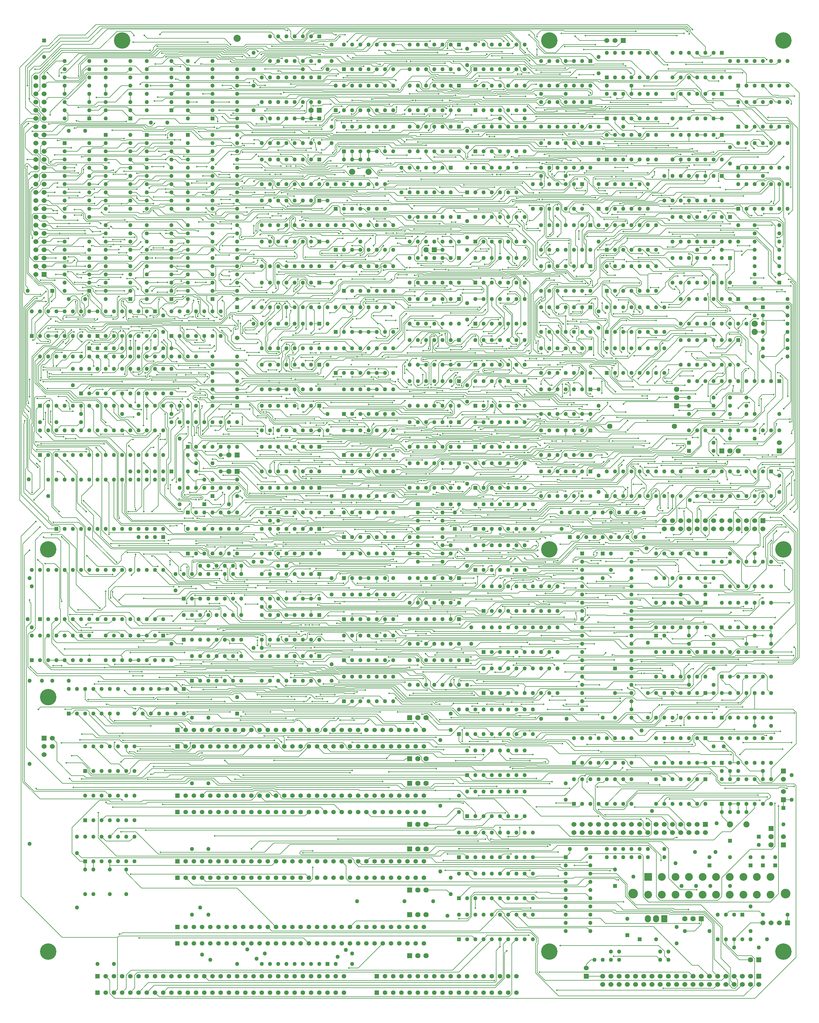
<source format=gtl>
G04*
G04  File:            MAINBOARD-V10.5.4.GTL, Thu Sep 11 23:01:10 2025*
G04  Source:          P-CAD 2006 PCB, Version 19.02.958, (D:\PCAD-2006\Projects\Pentagon-4096\Hardware\MainBoard-v10.5.4.PCB)*
G04  Format:          Gerber Format (RS-274-D), ASCII*
G04*
G04  Format Options:  Absolute Positioning*
G04                   Leading-Zero Suppression*
G04                   Scale Factor 1:1*
G04                   NO Circular Interpolation*
G04                   Inch Units*
G04                   Numeric Format: 4.4 (XXXX.XXXX)*
G04                   G54 NOT Used for Aperture Change*
G04                   Apertures Embedded*
G04*
G04  File Options:    Offset = (0.0mil,0.0mil)*
G04                   Drill Symbol Size = 80.0mil*
G04                   No Pad/Via Holes*
G04*
G04  File Contents:   Pads*
G04                   Vias*
G04                   No Designators*
G04                   No Types*
G04                   No Values*
G04                   No Drill Symbols*
G04                   Top*
G04*
%INMAINBOARD-V10.5.4.GTL*%
%ICAS*%
%MOIN*%
G04*
G04  Aperture MACROs for general use --- invoked via D-code assignment *
G04*
G04  General MACRO for flashed round with rotation and/or offset hole *
%AMROTOFFROUND*
1,1,$1,0.0000,0.0000*
1,0,$2,$3,$4*%
G04*
G04  General MACRO for flashed oval (obround) with rotation and/or offset hole *
%AMROTOFFOVAL*
21,1,$1,$2,0.0000,0.0000,$3*
1,1,$4,$5,$6*
1,1,$4,0-$5,0-$6*
1,0,$7,$8,$9*%
G04*
G04  General MACRO for flashed oval (obround) with rotation and no hole *
%AMROTOVALNOHOLE*
21,1,$1,$2,0.0000,0.0000,$3*
1,1,$4,$5,$6*
1,1,$4,0-$5,0-$6*%
G04*
G04  General MACRO for flashed rectangle with rotation and/or offset hole *
%AMROTOFFRECT*
21,1,$1,$2,0.0000,0.0000,$3*
1,0,$4,$5,$6*%
G04*
G04  General MACRO for flashed rectangle with rotation and no hole *
%AMROTRECTNOHOLE*
21,1,$1,$2,0.0000,0.0000,$3*%
G04*
G04  General MACRO for flashed rounded-rectangle *
%AMROUNDRECT*
21,1,$1,$2-$4,0.0000,0.0000,$3*
21,1,$1-$4,$2,0.0000,0.0000,$3*
1,1,$4,$5,$6*
1,1,$4,$7,$8*
1,1,$4,0-$5,0-$6*
1,1,$4,0-$7,0-$8*
1,0,$9,$10,$11*%
G04*
G04  General MACRO for flashed rounded-rectangle with rotation and no hole *
%AMROUNDRECTNOHOLE*
21,1,$1,$2-$4,0.0000,0.0000,$3*
21,1,$1-$4,$2,0.0000,0.0000,$3*
1,1,$4,$5,$6*
1,1,$4,$7,$8*
1,1,$4,0-$5,0-$6*
1,1,$4,0-$7,0-$8*%
G04*
G04  General MACRO for flashed regular polygon *
%AMREGPOLY*
5,1,$1,0.0000,0.0000,$2,$3+$4*
1,0,$5,$6,$7*%
G04*
G04  General MACRO for flashed regular polygon with no hole *
%AMREGPOLYNOHOLE*
5,1,$1,0.0000,0.0000,$2,$3+$4*%
G04*
G04  General MACRO for target *
%AMTARGET*
6,0,0,$1,$2,$3,4,$4,$5,$6*%
G04*
G04  General MACRO for mounting hole *
%AMMTHOLE*
1,1,$1,0,0*
1,0,$2,0,0*
$1=$1-$2*
$1=$1/2*
21,1,$2+$1,$3,0,0,$4*
21,1,$3,$2+$1,0,0,$4*%
G04*
G04*
G04  D10 : "Ellipse X8.0mil Y8.0mil H0.0mil 0.0deg (0.0mil,0.0mil) Draw"*
G04  Disc: OuterDia=0.0080*
%ADD10C, 0.0080*%
G04  D11 : "Ellipse X10.0mil Y10.0mil H0.0mil 0.0deg (0.0mil,0.0mil) Draw"*
G04  Disc: OuterDia=0.0100*
%ADD11C, 0.0100*%
G04  D12 : "Ellipse X15.0mil Y15.0mil H0.0mil 0.0deg (0.0mil,0.0mil) Draw"*
G04  Disc: OuterDia=0.0150*
%ADD12C, 0.0150*%
G04  D13 : "Ellipse X25.0mil Y25.0mil H0.0mil 0.0deg (0.0mil,0.0mil) Draw"*
G04  Disc: OuterDia=0.0250*
%ADD13C, 0.0250*%
G04  D14 : "Ellipse X30.0mil Y30.0mil H0.0mil 0.0deg (0.0mil,0.0mil) Draw"*
G04  Disc: OuterDia=0.0300*
%ADD14C, 0.0300*%
G04  D15 : "Ellipse X40.0mil Y40.0mil H0.0mil 0.0deg (0.0mil,0.0mil) Draw"*
G04  Disc: OuterDia=0.0400*
%ADD15C, 0.0400*%
G04  D16 : "Ellipse X5.0mil Y5.0mil H0.0mil 0.0deg (0.0mil,0.0mil) Draw"*
G04  Disc: OuterDia=0.0050*
%ADD16C, 0.0050*%
G04  D17 : "Ellipse X6.0mil Y6.0mil H0.0mil 0.0deg (0.0mil,0.0mil) Draw"*
G04  Disc: OuterDia=0.0060*
%ADD17C, 0.0060*%
G04  D18 : "Ellipse X9.8mil Y9.8mil H0.0mil 0.0deg (0.0mil,0.0mil) Draw"*
G04  Disc: OuterDia=0.0098*
%ADD18C, 0.0098*%
G04  D19 : "Ellipse X110.0mil Y110.0mil H0.0mil 0.0deg (0.0mil,0.0mil) Flash"*
G04  Disc: OuterDia=0.1100*
%ADD19C, 0.1100*%
G04  D20 : "Ellipse X200.0mil Y200.0mil H0.0mil 0.0deg (0.0mil,0.0mil) Flash"*
G04  Disc: OuterDia=0.2000*
%ADD20C, 0.2000*%
G04  D21 : "Ellipse X215.0mil Y215.0mil H0.0mil 0.0deg (0.0mil,0.0mil) Flash"*
G04  Disc: OuterDia=0.2150*
%ADD21C, 0.2150*%
G04  D22 : "Ellipse X50.0mil Y50.0mil H0.0mil 0.0deg (0.0mil,0.0mil) Flash"*
G04  Disc: OuterDia=0.0500*
%ADD22C, 0.0500*%
G04  D23 : "Ellipse X56.0mil Y56.0mil H0.0mil 0.0deg (0.0mil,0.0mil) Flash"*
G04  Disc: OuterDia=0.0560*
%ADD23C, 0.0560*%
G04  D24 : "Ellipse X60.0mil Y60.0mil H0.0mil 0.0deg (0.0mil,0.0mil) Flash"*
G04  Disc: OuterDia=0.0600*
%ADD24C, 0.0600*%
G04  D25 : "Ellipse X64.0mil Y64.0mil H0.0mil 0.0deg (0.0mil,0.0mil) Flash"*
G04  Disc: OuterDia=0.0640*
%ADD25C, 0.0640*%
G04  D26 : "Ellipse X65.0mil Y65.0mil H0.0mil 0.0deg (0.0mil,0.0mil) Flash"*
G04  Disc: OuterDia=0.0650*
%ADD26C, 0.0650*%
G04  D27 : "Ellipse X71.0mil Y71.0mil H0.0mil 0.0deg (0.0mil,0.0mil) Flash"*
G04  Disc: OuterDia=0.0710*
%ADD27C, 0.0710*%
G04  D28 : "Ellipse X75.0mil Y75.0mil H0.0mil 0.0deg (0.0mil,0.0mil) Flash"*
G04  Disc: OuterDia=0.0750*
%ADD28C, 0.0750*%
G04  D29 : "Ellipse X79.0mil Y79.0mil H0.0mil 0.0deg (0.0mil,0.0mil) Flash"*
G04  Disc: OuterDia=0.0790*
%ADD29C, 0.0790*%
G04  D30 : "Ellipse X90.0mil Y90.0mil H0.0mil 0.0deg (0.0mil,0.0mil) Flash"*
G04  Disc: OuterDia=0.0900*
%ADD30C, 0.0900*%
G04  D31 : "Ellipse X95.0mil Y95.0mil H0.0mil 0.0deg (0.0mil,0.0mil) Flash"*
G04  Disc: OuterDia=0.0950*
%ADD31C, 0.0950*%
G04  D32 : "Oval X75.0mil Y87.0mil H0.0mil 0.0deg (0.0mil,0.0mil) Flash"*
G04  Obround: DimX=0.0750, DimY=0.0870, Rotation=0.0, OffsetX=0.0000, OffsetY=0.0000, HoleDia=0.0000 *
%ADD32O, 0.0750 X0.0870*%
G04  D33 : "Oval X90.0mil Y102.0mil H0.0mil 0.0deg (0.0mil,0.0mil) Flash"*
G04  Obround: DimX=0.0900, DimY=0.1020, Rotation=0.0, OffsetX=0.0000, OffsetY=0.0000, HoleDia=0.0000 *
%ADD33O, 0.0900 X0.1020*%
G04  D34 : "Rectangle X110.0mil Y110.0mil H0.0mil 0.0deg (0.0mil,0.0mil) Flash"*
G04  Square: Side=0.1100, Rotation=0.0, OffsetX=0.0000, OffsetY=0.0000, HoleDia=0.0000*
%ADD34R, 0.1100 X0.1100*%
G04  D35 : "Rectangle X50.0mil Y50.0mil H0.0mil 0.0deg (0.0mil,0.0mil) Flash"*
G04  Square: Side=0.0500, Rotation=0.0, OffsetX=0.0000, OffsetY=0.0000, HoleDia=0.0000*
%ADD35R, 0.0500 X0.0500*%
G04  D36 : "Rectangle X56.0mil Y56.0mil H0.0mil 0.0deg (0.0mil,0.0mil) Flash"*
G04  Square: Side=0.0560, Rotation=0.0, OffsetX=0.0000, OffsetY=0.0000, HoleDia=0.0000*
%ADD36R, 0.0560 X0.0560*%
G04  D37 : "Rectangle X60.0mil Y60.0mil H0.0mil 0.0deg (0.0mil,0.0mil) Flash"*
G04  Square: Side=0.0600, Rotation=0.0, OffsetX=0.0000, OffsetY=0.0000, HoleDia=0.0000*
%ADD37R, 0.0600 X0.0600*%
G04  D38 : "Rectangle X64.0mil Y64.0mil H0.0mil 0.0deg (0.0mil,0.0mil) Flash"*
G04  Square: Side=0.0640, Rotation=0.0, OffsetX=0.0000, OffsetY=0.0000, HoleDia=0.0000*
%ADD38R, 0.0640 X0.0640*%
G04  D39 : "Rectangle X65.0mil Y65.0mil H0.0mil 0.0deg (0.0mil,0.0mil) Flash"*
G04  Square: Side=0.0650, Rotation=0.0, OffsetX=0.0000, OffsetY=0.0000, HoleDia=0.0000*
%ADD39R, 0.0650 X0.0650*%
G04  D40 : "Rectangle X71.0mil Y71.0mil H0.0mil 0.0deg (0.0mil,0.0mil) Flash"*
G04  Square: Side=0.0710, Rotation=0.0, OffsetX=0.0000, OffsetY=0.0000, HoleDia=0.0000*
%ADD40R, 0.0710 X0.0710*%
G04  D41 : "Rectangle X75.0mil Y75.0mil H0.0mil 0.0deg (0.0mil,0.0mil) Flash"*
G04  Square: Side=0.0750, Rotation=0.0, OffsetX=0.0000, OffsetY=0.0000, HoleDia=0.0000*
%ADD41R, 0.0750 X0.0750*%
G04  D42 : "Rectangle X75.0mil Y87.0mil H0.0mil 0.0deg (0.0mil,0.0mil) Flash"*
G04  Rectangular: DimX=0.0750, DimY=0.0870, Rotation=0.0, OffsetX=0.0000, OffsetY=0.0000, HoleDia=0.0000 *
%ADD42R, 0.0750 X0.0870*%
G04  D43 : "Rectangle X79.0mil Y79.0mil H0.0mil 0.0deg (0.0mil,0.0mil) Flash"*
G04  Square: Side=0.0790, Rotation=0.0, OffsetX=0.0000, OffsetY=0.0000, HoleDia=0.0000*
%ADD43R, 0.0790 X0.0790*%
G04  D44 : "Rectangle X90.0mil Y102.0mil H0.0mil 0.0deg (0.0mil,0.0mil) Flash"*
G04  Rectangular: DimX=0.0900, DimY=0.1020, Rotation=0.0, OffsetX=0.0000, OffsetY=0.0000, HoleDia=0.0000 *
%ADD44R, 0.0900 X0.1020*%
G04  D45 : "Rectangle X95.0mil Y95.0mil H0.0mil 0.0deg (0.0mil,0.0mil) Flash"*
G04  Square: Side=0.0950, Rotation=0.0, OffsetX=0.0000, OffsetY=0.0000, HoleDia=0.0000*
%ADD45R, 0.0950 X0.0950*%
G04  D46 : "Ellipse X102.0mil Y102.0mil H0.0mil 0.0deg (0.0mil,0.0mil) Flash"*
G04  Disc: OuterDia=0.1020*
%ADD46C, 0.1020*%
G04  D47 : "Ellipse X118.0mil Y118.0mil H0.0mil 0.0deg (0.0mil,0.0mil) Flash"*
G04  Disc: OuterDia=0.1180*
%ADD47C, 0.1180*%
G04  D48 : "Ellipse X133.0mil Y133.0mil H0.0mil 0.0deg (0.0mil,0.0mil) Flash"*
G04  Disc: OuterDia=0.1330*
%ADD48C, 0.1330*%
G04  D49 : "Ellipse X20.0mil Y20.0mil H0.0mil 0.0deg (0.0mil,0.0mil) Flash"*
G04  Disc: OuterDia=0.0200*
%ADD49C, 0.0200*%
G04  D50 : "Ellipse X35.0mil Y35.0mil H0.0mil 0.0deg (0.0mil,0.0mil) Flash"*
G04  Disc: OuterDia=0.0350*
%ADD50C, 0.0350*%
G04  D51 : "Ellipse X55.0mil Y55.0mil H0.0mil 0.0deg (0.0mil,0.0mil) Flash"*
G04  Disc: OuterDia=0.0550*
%ADD51C, 0.0550*%
G04  D52 : "Ellipse X70.0mil Y70.0mil H0.0mil 0.0deg (0.0mil,0.0mil) Flash"*
G04  Disc: OuterDia=0.0700*
%ADD52C, 0.0700*%
G04  D53 : "Ellipse X87.0mil Y87.0mil H0.0mil 0.0deg (0.0mil,0.0mil) Flash"*
G04  Disc: OuterDia=0.0870*
%ADD53C, 0.0870*%
G04*
%FSLAX44Y44*%
%SFA1B1*%
%OFA0.0000B0.0000*%
G04*
G70*
G90*
G01*
D2*
%LNTop*%
D10*
X101920Y146600*
X101360Y146040D1*
X101880Y145440D2*
X101560Y145120D1*
X101760Y149080D2*
X101920Y148920D1*
X101760Y149320D2*
Y149080D1*
Y155400D2*
X101120Y154760D1*
X101240Y162840D2*
X101880Y162200D1*
X101400Y165440D2*
X101240Y165280D1*
X101160Y170920D2*
X101040Y170800D1*
X101880Y172600D2*
X101360Y173120D1*
X101880Y171440D2*
Y172600D1*
X101760Y171320D2*
X101880Y171440D1*
X100880Y171960D2*
X101400Y171440D1*
X101640Y172280D2*
X101200Y172720D1*
X101560Y171760D2*
X101040Y172280D1*
X101600Y173520D2*
X101520Y173600D1*
X101600Y173280D2*
Y173520D1*
X101760Y174080D2*
Y176200D1*
X101500Y187400D2*
Y187000D1*
X101280Y187620D2*
X101500Y187400D1*
X101040Y186840D2*
X101320Y186560D1*
X101680Y201240D2*
X101920Y201480D1*
X101200Y201920D2*
X101280Y201840D1*
X101200Y202360D2*
Y201920D1*
X101320Y202480D2*
X101200Y202360D1*
X101560Y202480D2*
X101320D1*
X101240Y204400D2*
Y206200D1*
X101360Y207640D2*
X100880Y207160D1*
X101480Y208000D2*
X100720Y207240D1*
X101720Y210400D2*
Y210160D1*
X102640Y126240D2*
X102560Y126320D1*
Y126360*
X103080Y136280D2*
X102800Y136000D1*
X103600Y141840D2*
X104360Y141080D1*
X104000Y145000D2*
X103600Y144600D1*
X102440Y145840D2*
X102040Y145440D1*
X104440Y146440D2*
Y144080D1*
X104600Y145700D2*
Y144560D1*
X103640Y153760D2*
X104800D1*
X102760Y154240D2*
X103400Y153600D1*
Y158600D2*
X104000Y158000D1*
X103400Y158640D2*
Y158600D1*
X103320Y157520D2*
X102440Y156640D1*
X103440Y157000D2*
X103560Y156880D1*
X104040Y159440D2*
Y159080D1*
X102200Y162200D2*
X103000Y163000D1*
X102040Y162440D2*
Y164680D1*
X103000Y165560D2*
X102600Y165960D1*
X103560Y166560D2*
X104000Y167000D1*
X104800Y167400D2*
X104600Y167200D1*
X104160Y167400D2*
X104440Y167120D1*
X102520Y167400D2*
X104160D1*
X102120Y167800D2*
X102520Y167400D1*
X103000Y168200D2*
X102760D1*
X103080Y168120D2*
X103000Y168200D1*
X102560Y169760D2*
X103160Y169160D1*
X104400Y170520D2*
Y169800D1*
X104000Y170920D2*
X104400Y170520D1*
X103600D2*
X103680Y170600D1*
X103600Y169840D2*
Y170520D1*
X104680Y168760D2*
X103600Y169840D1*
X102280Y169760D2*
Y168360D1*
X102360Y169840D2*
X102280Y169760D1*
X102200Y170480D2*
X102120Y170400D1*
X103000Y173000D2*
X102560Y172560D1*
X103920Y173640D2*
X104160D1*
X103440Y173160D2*
X103920Y173640D1*
X103440Y171320D2*
Y173160D1*
X104240Y173880D2*
X104560Y173560D1*
X102680Y173880D2*
X104240D1*
X104400Y176880D2*
X104480Y176800D1*
X104160Y176880D2*
X104400D1*
X103720Y174440D2*
X102400Y175760D1*
X103120Y176160D2*
X103040Y176080D1*
X103800Y174840D2*
X102800Y175840D1*
X103640Y174120D2*
X102560D1*
X102600Y175800D2*
X103760Y174640D1*
X104080Y176320D2*
X103920Y176480D1*
X102400Y178400D2*
X103000Y179000D1*
X104600Y179160D2*
X104920Y179480D1*
X104600Y178120D2*
Y179160D1*
X104640Y178080D2*
X104600Y178120D1*
X104640Y177840D2*
Y178080D1*
X103560Y179120D2*
X104320Y179880D1*
X103560Y178600D2*
Y179120D1*
X102800Y177840D2*
X103560Y178600D1*
X103640Y177680D2*
X103400D1*
X103720Y177600D2*
X103640Y177680D1*
X104400Y179200D2*
X104920Y179720D1*
X104400Y178840D2*
Y179200D1*
X103600Y178040D2*
X104400Y178840D1*
X103360Y178040D2*
X103600D1*
X103160Y177840D2*
X103360Y178040D1*
X103400Y178800D2*
X102600Y178000D1*
X103400Y179240D2*
Y178800D1*
X103440Y180360D2*
X104400D1*
X103120Y180840D2*
X104000D1*
X102600Y181360D2*
X103120Y180840D1*
X102600Y181840D2*
Y181360D1*
X104240Y182440D2*
X104360Y182560D1*
X104000Y182440D2*
X104240D1*
X102300Y181000D2*
X102160D1*
X102400Y181100D2*
X102300Y181000D1*
X103560Y181720D2*
X103840Y182000D1*
X103560Y181400D2*
Y181720D1*
X103880Y181080D2*
X103560Y181400D1*
X103000Y181880D2*
Y181500D1*
X103880Y182760D2*
X103000Y181880D1*
X104920Y180200D2*
X103560D1*
X104180Y180600D2*
X104300Y180720D1*
X102640Y180600D2*
X104180D1*
X104160Y181080D2*
X103880D1*
X104300Y180940D2*
X104160Y181080D1*
X104300Y180720D2*
Y180940D1*
X102520Y185840D2*
X103200D1*
X103400Y184080D2*
X102400Y183080D1*
X103400Y184960D2*
Y184080D1*
X104000Y185560D2*
X103400Y184960D1*
X102500Y184000D2*
X102480D1*
X103000Y184500D2*
X102500Y184000D1*
X102600Y185680D2*
X103760D1*
X104420Y184920D2*
X104000Y184500D1*
X103600Y184760D2*
X104160Y185320D1*
X103600Y184360D2*
Y184760D1*
X104120Y183840D2*
X103600Y184360D1*
X103080Y188280D2*
X104800D1*
X103000Y188040D2*
X102500Y188540D1*
X104400Y188040D2*
X103000D1*
X102400Y186080D2*
X102640D1*
X103160Y186320D2*
X103760Y186920D1*
X102360Y186320D2*
X103160D1*
X104360Y187840D2*
X102960D1*
X104920Y187280D2*
X104360Y187840D1*
X104920Y186200D2*
Y187280D1*
X104500Y186380D2*
Y187000D1*
X104160Y186040D2*
X104500Y186380D1*
X103440Y187640D2*
X104000Y187080D1*
X102920Y187640D2*
X103440D1*
X104520Y190000D2*
X103500D1*
X104920Y190400D2*
X104520Y190000D1*
X102940Y189560D2*
X102500Y190000D1*
X102940Y191440D2*
X102500Y191000D1*
X104200Y193000D2*
X103500D1*
X104600Y193400D2*
X104200Y193000D1*
X103020Y193520D2*
X102500Y193000D1*
X103860Y193520D2*
X103020D1*
X104120Y193780D2*
X103860Y193520D1*
X102080Y194420D2*
X102500Y194000D1*
X103880Y194480D2*
X103020D1*
X104040Y194320D2*
X103880Y194480D1*
X102080Y193440D2*
Y193680D1*
X104520Y196000D2*
X103500D1*
X104920Y195600D2*
X104520Y196000D1*
X104400Y197000D2*
X103500D1*
X104640Y196760D2*
X104400Y197000D1*
X102280Y196440D2*
X102080Y196240D1*
X103020Y195480D2*
X102500Y196000D1*
X103840Y195480D2*
X103020D1*
X104120Y195200D2*
X103840Y195480D1*
X102980Y197480D2*
X102500Y197000D1*
X103880Y197480D2*
X102980D1*
X103960Y197400D2*
X103880Y197480D1*
X103500Y199000D2*
X104800D1*
X103080Y200200D2*
X103360Y200480D1*
X103080Y199960D2*
Y200200D1*
X102600Y199480D2*
X103080Y199960D1*
X102320Y199480D2*
X102600D1*
X102920Y199000D2*
X102500D1*
X103040Y199120D2*
X102920Y199000D1*
X103040Y199160D2*
Y199120D1*
X103360Y199480D2*
X103040Y199160D1*
X104080Y199480D2*
X103360D1*
X104720Y200120D2*
X104080Y199480D1*
X102960Y200460D2*
X102500Y200000D1*
X104320Y202680D2*
X104640Y203000D1*
X104520Y202000D2*
X103500D1*
X104920Y201600D2*
X104520Y202000D1*
X103400Y203480D2*
X103080Y203800D1*
X103680Y203480D2*
X103400D1*
X104080Y203080D2*
X103680Y203480D1*
X104080Y202600D2*
Y203080D1*
X104240Y202440D2*
X104080Y202600D1*
X104800Y202440D2*
X104240D1*
X102500Y202000D2*
X102040D1*
X103240Y201440D2*
X102960Y201160D1*
X103009Y203490D2*
X103010Y203490D1*
X103080Y203420*
Y202800D2*
X103320Y202560D1*
X103720*
X103080Y203420D2*
Y202800D1*
X103720Y202560D2*
X104040Y202240D1*
X102920Y203280D2*
X102640Y203560D1*
X102080*
X102720Y201480D2*
X102920Y201680D1*
Y203280*
X102940Y205560D2*
X102500Y206000D1*
X102080Y206440D2*
X104560D1*
X103080Y204580D2*
X103500Y205000D1*
X104240Y208800D2*
Y208440D1*
X104320Y207320D2*
X104400Y207400D1*
X104080Y207320D2*
X104320D1*
X102640Y209480D2*
X102960Y209160D1*
X102400Y209480D2*
X102640D1*
X102960Y209540D2*
X103500Y209000D1*
Y208340D2*
Y208000D1*
X102960Y209160D2*
Y208880D1*
X103500Y208340*
X103320Y207560D2*
X103080Y207800D1*
Y208440*
X102520Y209000*
X102500*
X102120Y207560D2*
X102040Y207640D1*
X102680Y208520D2*
X102920Y208280D1*
Y207760D2*
X102720Y207560D1*
X102120*
X102920Y208280D2*
Y207760D1*
X103500Y212000D2*
X103940Y212440D1*
X103000Y211500D2*
X102500Y211000D1*
X102640Y210480D2*
X102960Y210160D1*
X102400Y210480D2*
X102640D1*
X102900Y213540D2*
X102380D1*
X103000Y214000D2*
X102400D1*
X102320Y214360D2*
X103040D1*
X103440Y216080D2*
X104200D1*
X104160Y216480D2*
X103440D1*
X104000Y216840D2*
X103200D1*
X107920Y117500D2*
X106920Y118500D1*
X106960Y127240D2*
X106600Y127600D1*
X107565Y130360D2*
X106880D1*
X105070Y129710D2*
Y131890D1*
X106900Y135500D2*
X106500D1*
X107320Y135920D2*
X106900Y135500D1*
X106840Y136040D2*
X106080D1*
X106920Y136120D2*
X106840Y136040D1*
X106000Y142000D2*
X106520Y141480D1*
X107640Y144360D2*
X107000Y145000D1*
X107440Y145400D2*
X106000Y146840D1*
X106520Y146800D2*
X107680Y145640D1*
X105480Y145520D2*
X106480D1*
X107000Y145000*
X105560Y149480D2*
X105640Y149400D1*
Y149160*
X106595Y148600D2*
X107357Y147837D1*
X105400Y148280D2*
X105500Y148180D1*
X106400Y147360D2*
X106520Y147240D1*
X105440Y157720D2*
X105240Y157520D1*
X105440Y158240D2*
Y157720D1*
X105280Y158400D2*
X105440Y158240D1*
X105640Y157040D2*
X106595Y156085D1*
X107000Y158560D2*
X107560Y158000D1*
X105160Y156880D2*
X105560Y156480D1*
X105760Y159360D2*
X107440D1*
X106000Y164400D2*
Y164000D1*
X107560Y165040D2*
X106320Y166280D1*
X107560Y170560D2*
X105560D1*
X106160Y169000D2*
X107360D1*
X107400Y169480D2*
X107800Y169080D1*
X106640Y172840D2*
Y172600D1*
X106560Y172920D2*
X106640Y172840D1*
X106560Y173280D2*
Y172920D1*
X106200Y173640D2*
X106560Y173280D1*
X105680Y172320D2*
X107000D1*
X106200Y174120D2*
X105240D1*
X107520Y174040D2*
X106720Y174840D1*
X106440Y179000D2*
X106920Y179480D1*
X106440Y178880D2*
Y179000D1*
X106120Y178560D2*
X106440Y178880D1*
X105720Y178560D2*
X106120D1*
X106920Y178280D2*
X106240Y177600D1*
X107840Y178280D2*
X106920D1*
X105400Y181560D2*
X105840Y182000D1*
X105400Y181360D2*
Y181560D1*
X106560Y180960D2*
X106160Y180560D1*
X106560Y181640D2*
Y180960D1*
X106920Y182000D2*
X106560Y181640D1*
X107160Y182000D2*
X106920D1*
X107000Y181080D2*
Y181500D1*
X106080Y181580D2*
X106000Y181500D1*
X106080Y182120D2*
Y181580D1*
X105880Y182320D2*
X106080Y182120D1*
X105840Y180800D2*
X105080Y180040D1*
X106080Y181040D2*
X105760D1*
X106400Y181360D2*
X106080Y181040D1*
X106400Y181800D2*
Y181360D1*
X106840Y182240D2*
X106400Y181800D1*
X107880Y182000D2*
X107560Y181680D1*
Y181280*
X107880Y185840D2*
Y185040D1*
X107360Y185440D2*
Y185680D1*
X107400Y185400D2*
X107360Y185440D1*
X107400Y184360D2*
Y185400D1*
X107080Y184040D2*
X107400Y184360D1*
X106000Y184040D2*
X107080D1*
X105800Y183840D2*
X106000Y184040D1*
X105800Y183560D2*
Y183840D1*
X105320Y183120D2*
X105160Y183280D1*
X107080Y185920D2*
X106080Y184920D1*
X107440Y185920D2*
X107080D1*
X107600Y185760D2*
X107440Y185920D1*
X107600Y184320D2*
Y185760D1*
X107880Y184040D2*
X107600Y184320D1*
X105600Y183320D2*
X105080Y183840D1*
X106900Y186400D2*
X107320D1*
X107640Y187000D2*
X106120Y188520D1*
X106960Y187960D2*
X107120Y187800D1*
X106960Y188040D2*
Y187960D1*
X107920Y186600D2*
X105840D1*
X106880Y189320D2*
X106400D1*
X107200Y190720D2*
X106880Y190400D1*
X107240Y191120D2*
X106480D1*
X107600Y190760D2*
X107240Y191120D1*
X107600Y190600D2*
Y190760D1*
X107440Y190000D2*
X106000D1*
X107440Y190440D2*
Y190000D1*
X107600Y190600D2*
X107440Y190440D1*
X107760Y189040D2*
X107520D1*
X106160Y190640D2*
X106400D1*
X106080Y190560D2*
X106160Y190640D1*
X107800Y193440D2*
X106920Y192560D1*
X105200Y193000D2*
X106000D1*
X106400Y197400D2*
X106000Y197000D1*
X105960Y196480D2*
X105040Y197400D1*
X107840Y199000D2*
X106000D1*
X105385Y199640D2*
X105120D1*
X105400Y199625D2*
X105385Y199640D1*
X107200Y202000D2*
X106000D1*
X105160Y202400D2*
X107160D1*
X107200Y202360*
X107440*
X106760Y201360D2*
X106680Y201440D1*
X107680Y201360D2*
X106760D1*
X107440Y206840D2*
X107520Y206920D1*
X107200Y206840D2*
X107440D1*
X105400Y205320D2*
X105160D1*
X105480Y205400D2*
X105400Y205320D1*
X107680Y207680D2*
X107440D1*
X107760Y207600D2*
X107680Y207680D1*
X106400Y208600D2*
X106000Y209000D1*
X106400Y208400D2*
Y208600D1*
Y207840D2*
X106120Y207560D1*
X106400Y208400D2*
Y207840D1*
X107920Y209360D2*
X107680D1*
X106480Y212920D2*
X107800D1*
X106400Y210400D2*
X105840D1*
X106000Y212000D2*
Y211000D1*
X107720Y213160D2*
Y214560D1*
X105360Y213920D2*
Y213160D1*
X106000Y214560D2*
X105360Y213920D1*
X106400Y214560D2*
X106000D1*
X107720Y215880D2*
X106400Y214560D1*
X106120Y213560D2*
X105600D1*
X109085Y128355D2*
Y128840D1*
X109360Y128080D2*
X109085Y128355D1*
X108600Y127680D2*
X108360Y127920D1*
X108880Y128280D2*
Y128800D1*
X109280Y127880D2*
X108880Y128280D1*
X108120Y133000D2*
X109440D1*
X109920Y132520*
X108500Y137240D2*
X108780Y136960D1*
X110500Y135500D2*
X109880Y136120D1*
X109000Y135680D2*
X108760Y135920D1*
X109000Y135360D2*
Y135680D1*
X110360Y140080D2*
X110800Y139640D1*
X108040Y145960D2*
X109200D1*
X108840Y146520D2*
X108600Y146280D1*
X110000Y148120D2*
X110060Y148060D1*
X110460*
X108720Y154720D2*
X110000Y153440D1*
X109400Y156880D2*
Y158320D1*
X108560Y158240D2*
Y157240D1*
X108320Y161440D2*
X110400Y159360D1*
X108080Y161120D2*
X109560Y159640D1*
X108880Y167720D2*
X108640D1*
X109000Y167600D2*
X108880Y167720D1*
X109000Y167000D2*
Y167600D1*
X109840Y167880D2*
X110560Y167160D1*
X110160Y169280D2*
X109560Y169880D1*
X108400Y173160D2*
X108120Y173440D1*
X110400Y173160D2*
X109920Y173640D1*
X110400Y171240D2*
Y173160D1*
X109560Y172440D2*
X109000Y173000D1*
X110560Y173240D2*
Y171400D1*
X109960Y173840D2*
X110560Y173240D1*
X109880Y175000D2*
X110640D1*
X109560Y174680D2*
X109880Y175000D1*
X109560Y174660D2*
Y174680D1*
X109400Y174500D2*
X109560Y174660D1*
X109000Y174500D2*
X109400D1*
X109000Y175080D2*
X109240Y175320D1*
X110400Y177360D2*
X110080Y177040D1*
X110400Y178600D2*
Y177360D1*
X110000Y179000D2*
X110400Y178600D1*
X109560Y178440D2*
Y177840D1*
X109000Y179000D2*
X109560Y178440D1*
X109440Y182640D2*
X110640D1*
X109080Y182160D2*
X110520D1*
X108680Y182560D2*
X109080Y182160D1*
X109320Y180480D2*
X110360D1*
X108840Y181960D2*
X110800D1*
X108480Y182320D2*
X108840Y181960D1*
X109280Y182400D2*
X108920Y182760D1*
X109680Y182400D2*
X109280D1*
X110000Y181500D2*
X110380Y181120D1*
X108040Y180800D2*
X108120D1*
X109000Y180720D2*
X108560Y180280D1*
X108680Y181000D2*
X109280D1*
X109560Y180720*
X108560Y184840D2*
X108920Y185200D1*
X108560Y184080D2*
Y184840D1*
X108280Y183800D2*
X108560Y184080D1*
X110560Y184360D2*
X110920Y184000D1*
X110560Y185280D2*
Y184360D1*
X110400Y184280D2*
X110900Y183780D1*
X110400Y184680D2*
Y184280D1*
X108400Y185320D2*
X108080Y185640D1*
X108400Y184240D2*
Y185320D1*
X108200Y184040D2*
X108400Y184240D1*
X110240Y183200D2*
X110160Y183120D1*
X109000Y184500D2*
X110000D1*
Y183560D2*
X109760Y183320D1*
X108920Y186320D2*
X108840Y186400D1*
X109240Y188480D2*
X109385Y188625D1*
X109000Y188480D2*
X109240D1*
X109320Y186680D2*
Y186520D1*
X109000Y187000D2*
X109320Y186680D1*
X108600Y188000D2*
X108560Y188040D1*
X109000Y188000D2*
X108600D1*
X109840D2*
X110240Y188400D1*
X109000Y188000D2*
X109840D1*
X109720Y187560D2*
X109880Y187400D1*
X108680Y187560D2*
X109720D1*
X108440Y187800D2*
X108680Y187560D1*
X108960Y186625D2*
X109080Y186505D1*
X108705Y186625D2*
X108960D1*
X108480Y186400D2*
X108705Y186625D1*
X108280Y186400D2*
X108480D1*
X108080Y186200D2*
X108280Y186400D1*
X109280Y187400D2*
X108200D1*
X109480Y187200D2*
X109280Y187400D1*
X109480Y187000D2*
Y187200D1*
X109880Y186600D2*
X109480Y187000D1*
X110360Y187640D2*
X110120D1*
X110440Y187560D2*
X110360Y187640D1*
X110120Y189400D2*
X110280Y189560D1*
X108680Y189400D2*
X110120D1*
X108520Y189240D2*
X108680Y189400D1*
X108280Y189240D2*
X108520D1*
X110160Y190400D2*
X109320Y189560D1*
X109400Y194200D2*
X109000Y194600D1*
X109680Y194240D2*
X110360D1*
X109640Y194200D2*
X109680Y194240D1*
X109400Y194200D2*
X109640D1*
X110320Y192600D2*
X109480Y193440D1*
X110600Y194000D2*
X110380Y193780D1*
X110080Y194600D2*
X109840Y194840D1*
X109560Y192480D2*
X109320D1*
X109640Y192400D2*
X109560Y192480D1*
X110840Y196240D2*
X110520Y196560D1*
X109400Y197640D2*
X109640D1*
X109360Y197600D2*
X109400Y197640D1*
X108520Y195920D2*
Y196360D1*
X108840Y195600D2*
X108520Y195920D1*
X110240Y197000D2*
X109000D1*
X110840Y197600D2*
X110240Y197000D1*
X108320Y196320D2*
X108160Y196480D1*
X108320Y195840D2*
Y196320D1*
X108720Y195440D2*
X108320Y195840D1*
X110160Y195440D2*
X108720D1*
X110400Y195200D2*
X110160Y195440D1*
X108840Y200560D2*
X108280Y200000D1*
X109240Y200560D2*
X108840D1*
X109840Y200000D2*
X109000D1*
X109880Y199960D2*
X109840Y200000D1*
X110120Y199960D2*
X109880D1*
X110120D2*
X110720Y200560D1*
X108520Y198560D2*
X108280Y198320D1*
X109240Y198560D2*
X108520D1*
X109640Y198960D2*
X109240Y198560D1*
X110000Y198960D2*
X109640D1*
X110440Y199400D2*
X110000Y198960D1*
X109400Y201600D2*
X109000Y202000D1*
X108320Y203320D2*
X108080D1*
X108400Y203400D2*
X108320Y203320D1*
X108080Y201880D2*
Y201400D1*
X108600Y202400D2*
X108080Y201880D1*
X110600Y202400D2*
X108600D1*
X108320Y201400D2*
Y201800D1*
X110560Y204560D2*
X108120D1*
X110160Y209000D2*
X109000D1*
X110560Y209400D2*
X110160Y209000D1*
X109000Y208400D2*
Y208000D1*
X110400Y208400D2*
X109000D1*
X110120Y209560D2*
X109960Y209400D1*
X108800Y213400D2*
X108600Y213200D1*
X108720Y213560D2*
X108440Y213280D1*
X108600Y214000D2*
X109000D1*
X108280Y213680D2*
X108600Y214000D1*
X108120Y213800D2*
X108720Y214400D1*
X112440Y101940D2*
X112000Y101500D1*
X112120Y100800D2*
X111520Y101400D1*
X112600Y108400D2*
X112440Y108240D1*
X112920Y108640D2*
X112680D1*
X113060Y108780D2*
X112920Y108640D1*
X113500Y116500D2*
Y116120D1*
X111520Y116480D2*
X111500Y116500D1*
X111520Y117480D2*
X111500Y117500D1*
X112520Y121520D2*
X111500Y120500D1*
X113000Y124960D2*
X112880Y125080D1*
X111040Y124680D2*
X111240Y124480D1*
X111400Y124920D2*
X111600Y124720D1*
X111640Y129360D2*
X112640D1*
X113500Y130940D2*
Y131500D1*
X113840Y130600D2*
X113500Y130940D1*
X111080Y131920D2*
X111500Y131500D1*
X113320Y130040D2*
X112880Y129600D1*
X112040Y131240D2*
Y131920D1*
X112960Y130320D2*
X112040Y131240D1*
X113080Y133080D2*
X111280D1*
X112000Y134400D2*
X111500Y134900D1*
X111360Y136640D2*
X111120D1*
X111520Y136480D2*
X111360Y136640D1*
X111320Y141480D2*
X111560Y141240D1*
X112840Y142600D2*
X113400Y143160D1*
X113000Y142440D2*
Y142000D1*
X112840Y142600D2*
X113000Y142440D1*
X112560Y145440D2*
X113000Y145000D1*
X111440Y145440D2*
X112560D1*
X111360Y149480D2*
X112360Y148480D1*
X111840Y149800D2*
X113000Y148640D1*
X113200Y147440D2*
X113480Y147160D1*
X113440Y152800D2*
X111360Y150720D1*
X112160Y150960D2*
X111600Y150400D1*
X113120Y153440D2*
X113440Y153120D1*
X112920Y154720D2*
X113600Y155400D1*
X112920Y154160D2*
Y154720D1*
X112440Y153680D2*
X112920Y154160D1*
X112120Y153680D2*
X112440D1*
X111400Y157320D2*
Y157540D1*
X112640Y159520D2*
X112560Y159600D1*
X112640Y159280D2*
Y159520D1*
X113680Y159840D2*
X113520Y160000D1*
Y163320D2*
X113560Y163360D1*
X113400Y163560D2*
X113360Y163520D1*
X111440Y170560D2*
X111080D1*
X112000Y170000D2*
X111440Y170560D1*
X113400Y170000D2*
X113000D1*
X113920Y169480D2*
X113400Y170000D1*
X112560Y171880D2*
Y173040D1*
X112880Y171560D2*
X112560Y171880D1*
X113400Y171560D2*
X112880D1*
X113480Y171640D2*
X113400Y171560D1*
X113440Y173560D2*
X113400D1*
X113360Y171200D2*
X112400D1*
X112000Y172160D2*
Y173000D1*
X112800Y171360D2*
X112000Y172160D1*
X113640Y171360D2*
X112800D1*
X113600Y176760D2*
X113400Y176560D1*
X112380Y174880D2*
X113600D1*
X112000Y174500D2*
X112380Y174880D1*
X111400Y178600D2*
Y177840D1*
X113000Y179400D2*
X113400Y179800D1*
X111400Y179400D2*
X113000D1*
X112560Y177520D2*
X112080Y177040D1*
X112560Y178000D2*
Y177520D1*
X113560Y179000D2*
X112560Y178000D1*
X113400Y177120D2*
Y177720D1*
X113360Y177080D2*
X113400Y177120D1*
X113000Y180800D2*
Y181500D1*
X112600Y180400D2*
X113000Y180800D1*
X113400Y181880D2*
X113160Y182120D1*
X112560Y181880D2*
X112800Y182120D1*
X112560Y181160D2*
Y181880D1*
X111960Y180560D2*
X112560Y181160D1*
X111560Y180560D2*
X111960D1*
X112200Y182000D2*
X111920D1*
X112400Y181800D2*
X112200Y182000D1*
X112400Y181280D2*
Y181800D1*
X111840Y180720D2*
X112400Y181280D1*
X111440Y182600D2*
X112880D1*
X111460Y180960D2*
X112000Y181500D1*
X111960Y182360D2*
X113800D1*
X111640Y182040D2*
X111960Y182360D1*
X111640Y181840D2*
Y182040D1*
X111520Y181720D2*
X111640Y181840D1*
X111520Y181480D2*
Y181720D1*
X111160Y181120D2*
X111520Y181480D1*
X113400Y183960D2*
X113160Y183720D1*
X113400Y184760D2*
Y183960D1*
X112920Y185240D2*
X113400Y184760D1*
X112920Y185760D2*
Y185240D1*
X113080Y185920D2*
X112920Y185760D1*
X113400Y185920D2*
X113080D1*
X113760Y185560D2*
X113400Y185920D1*
X112280Y183780D2*
X112400Y183900D1*
X113160Y185440D2*
Y185680D1*
X113560Y185040D2*
X113160Y185440D1*
X113560Y183520D2*
Y185040D1*
X113720Y183360D2*
X113560Y183520D1*
X112560Y183760D2*
Y185680D1*
X112360Y183560D2*
X112560Y183760D1*
X111920Y183560D2*
X112360D1*
X111535Y188640D2*
X112840D1*
X111520Y188625D2*
X111535Y188640D1*
X112400Y186120D2*
X112600Y186320D1*
X112960Y186080D2*
X113920D1*
X112600Y191640D2*
X113560D1*
X111880Y193240D2*
X113320D1*
X111440Y192640D2*
X111400Y192600D1*
X111960Y192640D2*
X111440D1*
X113040D2*
X113080Y192600D1*
X111960Y192640D2*
X113040D1*
X111640Y194840D2*
X111885Y194595D1*
X113320Y197360D2*
X113360Y197400D1*
X111400Y197360D2*
X113320D1*
X113120Y195640D2*
X113080Y195600D1*
X113360Y195640D2*
X113120D1*
X112960Y197600D2*
X113600D1*
Y195400D2*
X111400D1*
X113480Y201200D2*
X111960D1*
X111720Y201680D2*
X111640Y201600D1*
X111960Y201680D2*
X111720D1*
X112280Y203000D2*
X112880Y202400D1*
X112200Y201440D2*
X112760Y202000D1*
X113040Y205000D2*
X112440Y204400D1*
X112880Y205320D2*
X112800Y205400D1*
X113440Y205320D2*
X112880D1*
X113520Y205400D2*
X113440Y205320D1*
X113280Y207640D2*
X113240Y207600D1*
X113520Y207640D2*
X113280D1*
X111480Y210560D2*
X112920Y212000D1*
X114560Y103640D2*
Y102060D1*
X114920Y104000D2*
X114560Y103640D1*
X115920Y124480D2*
X116120Y124680D1*
X115360Y124720D2*
X115560Y124920D1*
X116760Y128080D2*
X116520D1*
X116000Y127720D2*
X115800Y127520D1*
X116640Y128800D2*
X115520Y127680D1*
X114560Y130440D2*
X114400Y130600D1*
Y130240D2*
X114320Y130320D1*
X114720Y130640D2*
X114520Y130840D1*
X114400Y136080D2*
X114640D1*
X114200Y136280D2*
X114400Y136080D1*
X116040Y135400D2*
X116360Y135080D1*
X116040Y135560D2*
Y135400D1*
X115520Y136080D2*
X116040Y135560D1*
X115280Y136080D2*
X115520D1*
X115040Y136160D2*
X115200Y136320D1*
X115040Y136040D2*
Y136160D1*
X114500Y135500D2*
X115040Y136040D1*
X114360Y140080D2*
X115520D1*
X116440Y142440D2*
X116000Y142000D1*
Y145000D2*
X115000D1*
X116000D2*
X116640Y145640D1*
X114480Y146800D2*
X115080Y146200D1*
X115900Y149520D2*
X115640D1*
X115920Y149500D2*
X115900Y149520D1*
X114560Y152760D2*
X114160Y152360D1*
X116760Y153440D2*
X115080Y155120D1*
X114640Y154640D2*
X114560Y154560D1*
X114640Y154880D2*
Y154640D1*
X116880Y154680D2*
X116640D1*
X114720Y160080D2*
X115400Y160760D1*
X114640Y160560D2*
X114560Y160640D1*
X114640Y160320D2*
Y160560D1*
X115640Y162760D2*
X116440Y163560D1*
X116520Y167920D2*
X116840D1*
X116000Y167400D2*
X116520Y167920D1*
X116000Y167000D2*
Y167400D1*
X116440Y165240D2*
X115640Y166040D1*
X114120Y168880D2*
X114360D1*
X114240Y169160D2*
X114120Y169280D1*
X116160Y169160D2*
X114240D1*
X114560Y169880D2*
Y170000D1*
X114880Y169560D2*
X114560Y169880D1*
X115560Y169560D2*
X114880D1*
X116000Y170000D2*
X115560Y169560D1*
X114440Y169360D2*
X114320Y169480D1*
X115920Y169360D2*
X114440D1*
X116560Y170000D2*
X115920Y169360D1*
X116000Y173000D2*
Y171400D1*
X114480Y172520D2*
X115360D1*
X116440Y176360D2*
X116240Y176160D1*
X114520Y176600D2*
X115880D1*
X116600D2*
X116360D1*
X116680Y176520D2*
X116600Y176600D1*
X115000Y176840D2*
X115240D1*
X114120Y175080D2*
X114360D1*
X114080Y175120D2*
X114120Y175080D1*
X115600Y174640D2*
X115880Y174920D1*
X114600Y174680D2*
X115000Y175080D1*
X116120Y176520D2*
X115920Y176320D1*
X116120Y176760D2*
Y176520D1*
X115560Y177600D2*
X116160Y178200D1*
X115560Y177160D2*
Y177600D1*
X115600Y179160D2*
X116000Y179560D1*
X115600Y178840D2*
Y179160D1*
X116000Y178440D2*
X115600Y178840D1*
X116840Y178440D2*
X116000D1*
X115400Y177360D2*
X115120Y177080D1*
X114360*
X116440Y179000D2*
X116000D1*
X116880Y179440D2*
X116440Y179000D1*
X116400Y177680D2*
Y177360D1*
X116760Y178040D2*
X116400Y177680D1*
X116560Y177600D2*
Y177200D1*
X116840Y177880D2*
X116560Y177600D1*
X116000Y179560D2*
X116200D1*
X116520Y179880*
X115480Y179480D2*
X115400Y179400D1*
Y177360*
X114640Y180800D2*
X114617Y180777D1*
X116560Y182880D2*
X116640Y182800D1*
X116360Y182120D2*
X114080D1*
X116600Y181680D2*
Y181520D1*
X114400Y181480D2*
X114800Y181880D1*
X115080Y182640D2*
X114120D1*
X114800Y181880D2*
X115520D1*
X116600Y181520D2*
X115480Y180400D1*
X114640Y180920D2*
Y180800D1*
X115360Y185680D2*
X115600Y185440D1*
X116480*
X114560Y185880D2*
X114240Y185560D1*
X114360Y183840D2*
X114840D1*
X114080Y183560D2*
X114040Y183600D1*
X115720Y184080D2*
X116000Y183800D1*
X115480Y184920D2*
X116580D1*
X115480Y184080D2*
Y184920D1*
Y184080D2*
X115720D1*
X115480D2*
X114420D1*
X115120Y185280D2*
X115480Y184920D1*
X115120Y185800D2*
Y185280D1*
X116480Y184040D2*
X116400Y183960D1*
X114560Y187000D2*
Y186440D1*
X114160Y187400D2*
X114560Y187000D1*
X115360Y187080D2*
X115840Y186600D1*
X115360Y187480D2*
Y187080D1*
X116560Y187560D2*
X116000Y187000D1*
X114360Y188480D2*
X115360Y187480D1*
X114720Y188600D2*
X114640Y188520D1*
X115600Y188600D2*
X114720D1*
X114600Y187560D2*
X114960Y187200D1*
X114320Y190600D2*
X115120Y191400D1*
X114360Y189560D2*
X115360Y190560D1*
X114680Y189400D2*
X115680Y190400D1*
X116000Y191000D2*
X116680D1*
X115840Y191640D2*
X115880Y191600D1*
X115600Y189600D2*
X116000Y190000D1*
X115360Y191640D2*
X115840D1*
X114800Y193600D2*
X114400Y194000D1*
X114800Y193240D2*
Y193600D1*
X114160Y192600D2*
X114800Y193240D1*
X115440Y193560D2*
X116000Y193000D1*
X115440Y194000D2*
Y193560D1*
X115840Y194400D2*
X115440Y194000D1*
X114720Y192400D2*
X115280Y192960D1*
X114440Y196000D2*
X114760Y195680D1*
X115000Y195920D2*
X114680Y196240D1*
X115120Y196400D2*
X114960Y196560D1*
X116240Y196400D2*
X115120D1*
X116560Y196720D2*
X116240Y196400D1*
X116560Y196840D2*
Y196720D1*
X116720Y197000D2*
X116560Y196840D1*
X116520Y197600D2*
X114960D1*
X116560Y197640D2*
X116520Y197600D1*
X116800Y197640D2*
X116560D1*
X115840Y196640D2*
X115600D1*
X115880Y196600D2*
X115840Y196640D1*
X116200Y196600D2*
X115880D1*
X116400Y196800D2*
X116200Y196600D1*
X116400Y196920D2*
Y196800D1*
X116680Y197200D2*
X116400Y196920D1*
X115855Y200400D2*
X115080Y199625D1*
X114800Y198280D2*
Y198560D1*
X115200Y198520D2*
X116280D1*
X114720Y199000D2*
X115200Y198520D1*
X115160Y200560D2*
X116640D1*
X114600Y200000D2*
X115160Y200560D1*
X116600Y199800D2*
X116320Y199520D1*
X115600Y202400D2*
X116000Y202000D1*
X115040Y201320D2*
X114800D1*
X115120Y201400D2*
X115040Y201320D1*
X116800Y204400D2*
X115800D1*
X115000Y205000D2*
X116000D1*
X114440Y204440D2*
X115000Y205000D1*
X116320Y204560D2*
X116760Y205000D1*
X115320Y204560D2*
X116320D1*
X115520Y206440D2*
X115400Y206560D1*
X115480Y206920D2*
X115760Y206640D1*
X116120Y207040D2*
X116600D1*
X115920Y207240D2*
X116120Y207040D1*
X114600Y207400D2*
X115160Y207960D1*
X115200Y212160D2*
X115440Y212400D1*
X116375Y214375D2*
X116000Y214000D1*
X114600Y214400D2*
X115440Y213560D1*
X116800Y216360D2*
X116480Y216040D1*
X116800Y216640D2*
Y216360D1*
X114440Y218080D2*
Y218200D1*
X116080Y217760D2*
X115720Y218120D1*
X118840Y128040D2*
X118520Y127720D1*
X119360Y131040D2*
X119240Y131160D1*
X119120Y130840D2*
X119040Y130920D1*
X118600Y131520D2*
X118580Y131500D1*
X118840Y131520D2*
X118600D1*
X119500Y138500D2*
X118920Y139080D1*
X118500Y138500D2*
X117500D1*
X119360Y141240D2*
X119440Y141320D1*
X119640Y142040D2*
X119240Y142440D1*
X118720Y145160D2*
X118800Y145240D1*
X118480Y145160D2*
X118720D1*
X117480Y144440D2*
X119200D1*
X117160Y144120D2*
X117480Y144440D1*
X119600Y145080D2*
X119120Y144600D1*
X117400Y147400D2*
X119080D1*
X119680Y147240D2*
Y147200D1*
X119080Y152320D2*
Y152480D1*
X119880Y151520D2*
X119080Y152320D1*
X119920Y153360D2*
X118360Y154920D1*
X119920Y155160D2*
X118840D1*
Y154120D2*
Y153640D1*
X118120Y158440D2*
X119120Y157440D1*
X118880Y156600D2*
X118640D1*
X119040Y156760D2*
X118880Y156600D1*
X118560Y157280D2*
X118299Y157540D1*
X119440Y158400D2*
X119680D1*
X119400Y158360D2*
X119440Y158400D1*
X118840Y158360D2*
X119400D1*
X118200Y163320D2*
X118400Y163520D1*
X119120Y163920D2*
X119440Y164240D1*
X118880Y163360D2*
Y162400D1*
X118400Y166400D2*
X118680Y166680D1*
X118600Y165840D2*
X118960Y166200D1*
X118680Y170280D2*
X118560Y170400D1*
X117640Y169240D2*
Y169600D1*
X117400Y169000D2*
X117640Y169240D1*
Y168880D2*
X118240D1*
X118960Y170040D2*
X119560Y170640D1*
X118480Y170080D2*
X118240Y170320D1*
X118480Y168480D2*
Y170080D1*
X117600Y173160D2*
X118280Y173840D1*
X117600Y172840D2*
Y173160D1*
X118200Y172240D2*
X117600Y172840D1*
X118360Y172240D2*
X118200D1*
X118560Y172040D2*
X118360Y172240D1*
X119680Y172040D2*
X119840D1*
X119120Y171480D2*
X119680Y172040D1*
X118800Y171480D2*
X119120D1*
X117400Y173200D2*
Y172720D1*
X119560Y172680D2*
X119800Y172440D1*
X119560Y173040D2*
Y172680D1*
X119160Y173440D2*
X119560Y173040D1*
X118440Y173440D2*
X119160D1*
X118000Y173000D2*
X118440Y173440D1*
X119560Y171240D2*
X119800Y171480D1*
X119000Y172000D2*
Y173000D1*
X119640Y176760D2*
X117240D1*
X119440Y174920D2*
X119680Y174680D1*
X117880Y178320D2*
X118400Y178840D1*
X117200Y178320D2*
X117880D1*
X117080Y178200D2*
X117200Y178320D1*
X119080Y178360D2*
X119640D1*
X118560Y178880D2*
X119080Y178360D1*
X117400Y178120D2*
X117320Y178040D1*
X119680Y177400D2*
X119200Y177880D1*
X117400Y182200D2*
X117200Y182400D1*
X117400Y180400D2*
Y182200D1*
X119560Y180940D2*
X119000Y181500D1*
X119560Y180640D2*
Y180940D1*
X118400Y180200D2*
X117840Y180760D1*
X118080Y181000D2*
X118560Y180520D1*
Y182000D2*
X117920Y182640D1*
X118560Y181160D2*
Y182000D1*
X119000Y180720D2*
X118560Y181160D1*
X119000Y184500D2*
X119540Y185040D1*
X118560Y185600D2*
X119280D1*
X119600Y185920*
X119040Y183120D2*
X118960Y183200D1*
X118400Y184240D2*
X118800Y183840D1*
X118400Y184400D2*
Y184240D1*
X117960Y184840D2*
X118400Y184400D1*
X119480Y185440D2*
X119720Y185680D1*
X118240Y185440D2*
X119480D1*
X117560Y184760D2*
X118240Y185440D1*
X117560Y184120D2*
Y184760D1*
X117240Y183800D2*
X117560Y184120D1*
X117400Y185640D2*
X117520Y185760D1*
X117400Y184200D2*
Y185640D1*
X117240Y184040D2*
X117400Y184200D1*
X119160Y183600D2*
X119120Y183560D1*
X119400Y183600D2*
X119160D1*
X118800Y183840D2*
X119760D1*
X117280Y186240D2*
X117920D1*
X119000Y187400D2*
Y187000D1*
X117040Y187400D2*
X119000D1*
X119400Y188400D2*
X119000Y188000D1*
X117120Y188040D2*
X117080Y188000D1*
X117360Y188040D2*
X117120D1*
X117360D2*
X118520D1*
Y186840D2*
X117320D1*
X119560Y186440D2*
X119680Y186560D1*
X119440Y187840D2*
X119160Y187560D1*
X119000Y187400D2*
X119360D1*
X119280Y186600D2*
X119440Y186760D1*
Y187120*
X119360Y187400D2*
X119560Y187600D1*
X119440Y187120D2*
X119760Y187440D1*
X119400Y190000D2*
X119760Y189640D1*
X119000Y190000D2*
X119400D1*
X119000Y191000D2*
X117080D1*
X119760Y191600D2*
X119920Y191760D1*
X119000Y194000D2*
X119440Y193560D1*
X119000Y194000D2*
X118360D1*
X117640D2*
X118240Y193400D1*
X119520Y194400D2*
X119920Y194000D1*
X118640Y194400D2*
X119520D1*
X118600Y194360D2*
X118640Y194400D1*
X118360Y194360D2*
X118600D1*
X118120D2*
X118080Y194400D1*
X118360Y194360D2*
X118120D1*
X119560Y192480D2*
X119880Y192800D1*
X117440Y197400D2*
X117600Y197560D1*
X118200Y196320D2*
X117520Y197000D1*
X119440Y196560D2*
X119000Y197000D1*
X118280Y197400D2*
X118080Y197200D1*
X117640Y200600D2*
X117440Y200400D1*
X117960Y200000D2*
X118360Y200400D1*
X118320Y199400D2*
X117400D1*
X119400Y198600D2*
X119000Y199000D1*
X118360*
X118600Y200000D2*
X118400Y199800D1*
X119000Y200000D2*
X118600D1*
X119375Y199625D2*
X119000Y200000D1*
X118000Y203640D2*
X117760Y203400D1*
X118240Y203640D2*
X118000D1*
X118440Y202560D2*
X119000Y202000D1*
X118720Y203400D2*
X119840D1*
X118320Y203000D2*
X118720Y203400D1*
X119520Y203000D2*
X119000D1*
X118560Y206120D2*
X118880Y206440D1*
X118560Y205640D2*
Y206120D1*
X118480Y206640D2*
X118280Y206440D1*
X118040Y206640D2*
X118240Y206840D1*
X119400Y209400D2*
X119000Y209000D1*
X119800Y212800D2*
X119560D1*
X117920Y210120D2*
X118240Y210440D1*
X119400Y211400D2*
X119000Y211000D1*
X117920Y215400D2*
X118280Y215760D1*
X118360Y215480D2*
X118440Y215560D1*
X119000Y215000D2*
X119440Y214560D1*
X119880Y214320D2*
X119825Y214375D1*
X117840Y214640D2*
X118600Y215400D1*
X117040Y214640D2*
X117840D1*
X118600Y215400D2*
X119920D1*
X117600Y218240D2*
X117880Y218520D1*
X120750Y115500D2*
X121650Y114600D1*
X121040Y127640D2*
X120640Y127240D1*
X120840Y127000D2*
X121280Y127440D1*
X120640Y127840D2*
X120280Y127480D1*
X121320Y131440D2*
X120920Y131040D1*
X121320Y131920D2*
Y131440D1*
X122600Y130440D2*
X122400Y130240D1*
X122240Y130920D2*
X121960Y130640D1*
X121750Y131500D2*
X121090Y130840D1*
X122400Y130680D2*
X122160Y130440D1*
X122750Y130680D2*
X122400D1*
X122800Y130240D2*
X122600Y130040D1*
X121360Y129200D2*
X121120Y129440D1*
X121320Y134240D2*
X120920Y134640D1*
X120750Y133920D2*
X120270Y134400D1*
X120750Y133500D2*
Y133920D1*
X121480Y134440D2*
X121080Y134840D1*
X120640Y135080D2*
X121000Y135440D1*
X120880Y138500D2*
X121180Y138200D1*
X120500Y138500D2*
X120880D1*
X120040Y138960D2*
Y139000D1*
X120500Y138500D2*
X120040Y138960D1*
X122500Y139500D2*
X122120Y139880D1*
X120600Y139000D2*
X120360D1*
X120680Y138920D2*
X120600Y139000D1*
X120840Y140600D2*
X120920Y140520D1*
X120600Y140600D2*
X120840D1*
X120640Y139640D2*
X121200Y139080D1*
X122640Y141560D2*
X120120D1*
X121280Y141080D2*
X121360Y141160D1*
X122040Y143360D2*
X122120Y143440D1*
X122240Y143160D2*
X122320Y143240D1*
X121520Y145640D2*
X121920Y146040D1*
X121880Y149500D2*
X121500D1*
X122500D2*
X121880D1*
Y148640D2*
Y149500D1*
X120880Y149440D2*
Y148880D1*
X122120Y148000D2*
X120440D1*
X121320Y152080D2*
X121120Y152280D1*
X121640Y152080D2*
X121320D1*
X122120Y152560D2*
X121640Y152080D1*
X121240Y151920D2*
X120920Y152240D1*
X122000Y150720D2*
X120600D1*
X122800Y155720D2*
X122920Y155600D1*
X120520Y153720D2*
X120160Y153360D1*
X120840Y153720D2*
X120520D1*
X121160Y153400D2*
X120840Y153720D1*
X121160Y153040D2*
Y153400D1*
X122320Y153880D2*
X122120Y153680D1*
X122640Y155560D2*
X122800Y155400D1*
X121960Y153960D2*
X122040Y154040D1*
X121720Y153960D2*
X121960D1*
X121600Y154200D2*
X121500Y154100D1*
X121640Y154600D2*
X120480D1*
X122160Y155400D2*
X122560Y155000D1*
X122240Y156200D2*
X122000D1*
X122320Y156280D2*
X122240Y156200D1*
X122040Y158800D2*
X121960Y158880D1*
X120600Y157800D2*
Y158400D1*
X120800Y157600D2*
X120600Y157800D1*
X120400Y161720D2*
X120200Y161920D1*
X121440Y161720D2*
X120400D1*
X121520Y161800D2*
X121440Y161720D1*
X122600Y161800D2*
X121520D1*
X120560Y160000D2*
X120400Y159840D1*
X120560Y160360D2*
Y160000D1*
X121240Y161040D2*
X120560Y160360D1*
X122400Y159280D2*
X122160D1*
X122480Y159200D2*
X122400Y159280D1*
X120040Y161560D2*
X122000D1*
X120600Y159280D2*
X121640D1*
X122680Y161560D2*
X122360D1*
X122840Y161720D2*
X122680Y161560D1*
X122840Y161880D2*
Y161720D1*
X120520Y161880D2*
X121080D1*
X121400Y160040D2*
X121920Y159520D1*
X121400Y160760D2*
Y160040D1*
X121480Y160840D2*
X121400Y160760D1*
X121480Y161120D2*
Y160840D1*
X121200Y161400D2*
X121480Y161120D1*
X122920Y164640D2*
X122440D1*
X120200Y162440D2*
X120400Y162640D1*
X122000Y162440D2*
X121240D1*
X122560Y163000D2*
X122000Y162440D1*
X122560Y163120D2*
Y163000D1*
X122840Y163400D2*
X122560Y163120D1*
X120840Y162120D2*
X120920Y162200D1*
X120600Y162120D2*
X120840D1*
X122000Y163840D2*
Y163000D1*
X122160Y164000D2*
X122000Y163840D1*
X121760D2*
X121000Y164600D1*
X122000Y163840D2*
X121760D1*
X121240Y162040D2*
X122680D1*
X120360Y162280D2*
Y162040D1*
X120560Y162480D2*
X120360Y162280D1*
X122000Y166560D2*
Y167000D1*
X122400Y166160D2*
X122000Y166560D1*
X121600Y166000D2*
X122000D1*
X121000Y166600D2*
X121600Y166000D1*
X121000Y167000D2*
Y166600D1*
X122720Y166840D2*
Y166800D1*
X122160Y167400D2*
X122720Y166840D1*
X121800Y167400D2*
X122160D1*
X121400Y167800D2*
X121800Y167400D1*
X121880Y167560D2*
X121560Y167880D1*
X122720Y167560D2*
X121880D1*
X121800Y170360D2*
X121600Y170560D1*
X121800Y169400D2*
Y170360D1*
X121040Y169360D2*
Y170440D1*
X120400Y168720D2*
X121040Y169360D1*
X122280Y169440D2*
X122680Y169040D1*
X122280Y170320D2*
Y169440D1*
X121300Y168480D2*
X121400Y168380D1*
X121160Y168480D2*
X121300D1*
X120400Y170640D2*
X120200Y170440D1*
X122040Y170400D2*
Y169680D1*
X122400Y170760D2*
X122040Y170400D1*
X122720Y169280D2*
X122560Y169440D1*
X121560Y169280D2*
X121440Y169400D1*
X121600Y172120D2*
X121880Y172400D1*
X121800Y173720D2*
X121640Y173880D1*
X122040Y173720D2*
X121800D1*
X120320Y172280D2*
X120400Y172200D1*
X120320Y172520D2*
Y172280D1*
X122280Y173480D2*
X122400Y173360D1*
X122760Y172720D2*
Y172960D1*
X122560Y172520D2*
X122760Y172720D1*
X120560Y173040D2*
X120120Y173480D1*
X120040Y172240D2*
Y172560D1*
X121440Y173360D2*
X121000Y173800D1*
X122720Y175600D2*
X121960Y176360D1*
X122080Y175640D2*
X122280Y175440D1*
X121640Y174120D2*
X121800Y174280D1*
X121440Y174520D2*
X121000Y174080D1*
X122520Y174520D2*
X121440D1*
X121360Y175320D2*
X121920Y174760D1*
X121880Y175160D2*
X121560Y175480D1*
X122120Y174040D2*
X121880D1*
X120560Y178880D2*
Y179640D1*
X120880Y178560D2*
X120560Y178880D1*
X120400Y178800D2*
X120800Y178400D1*
X120400Y179200D2*
Y178800D1*
X120560Y182240D2*
X120320Y182480D1*
X120560Y181400D2*
Y182240D1*
X120960Y181000D2*
X120560Y181400D1*
X122120Y181000D2*
X120960D1*
X120080Y182200D2*
Y182800D1*
X120400Y181880D2*
X120080Y182200D1*
X120400Y181320D2*
Y181880D1*
X120920Y180800D2*
X120400Y181320D1*
X121160Y180800D2*
X120920D1*
X121560Y180400D2*
X121160Y180800D1*
X121760Y182280D2*
X120920D1*
X122560Y181480D2*
X121760Y182280D1*
X122560Y181240D2*
Y181480D1*
X122880Y180920D2*
X122560Y181240D1*
X122200Y184120D2*
Y183880D1*
X122400Y184320D2*
X122200Y184120D1*
X122400Y185360D2*
Y184320D1*
X122320Y185440D2*
X122400Y185360D1*
X122320Y185680D2*
Y185440D1*
X122000Y184120D2*
Y184500D1*
X121960Y184080D2*
X122000Y184120D1*
X121960Y183800D2*
Y184080D1*
X122160Y183600D2*
X121960Y183800D1*
X121720Y185600D2*
Y185840D1*
X121560Y185440D2*
X121720Y185600D1*
X121560Y184480D2*
Y185440D1*
X121160Y184080D2*
X121560Y184480D1*
X122560Y185880D2*
Y184200D1*
X120480Y185040D2*
X121000Y185560D1*
X122880Y183880D2*
X122560Y184200D1*
X120720Y184080D2*
X121160D1*
X120960Y183640D2*
X121160Y183840D1*
X121640*
X120720Y184080D2*
X120600Y183960D1*
X121800Y186240D2*
X122440D1*
X120200Y188160D2*
Y188400D1*
X120320Y186200D2*
X120440Y186320D1*
X121000Y188000D2*
X120520D1*
X120360Y187840*
X121360Y187440D2*
X122200Y186600D1*
X121960Y186560D2*
X122080Y186440D1*
X120840Y186400D2*
X121640D1*
X121800Y186240*
X122600Y187600D2*
X122720Y187720D1*
X120120Y191560D2*
X122080D1*
X120240Y189640D2*
X120320Y189560D1*
X120160Y191000D2*
X120560Y191400D1*
X120480Y189400D2*
X122120D1*
X120600Y193400D2*
X121000Y193000D1*
X122040Y194280D2*
X122280D1*
X121920Y194400D2*
X122040Y194280D1*
X120275Y194400D2*
X121920D1*
X120080Y194595D2*
X120275Y194400D1*
X122840Y195640D2*
X122560Y195920D1*
X120600Y200400D2*
X121000Y200000D1*
Y199400D2*
Y199000D1*
X122240D2*
X121840Y198600D1*
X122360Y200360D2*
X122120D1*
X122400Y200400D2*
X122360Y200360D1*
X120240Y203000D2*
X121000D1*
X121440Y206440D2*
X122480Y205400D1*
X122800Y205560D2*
X121720Y206640D1*
X121840Y206840D2*
X121960Y206720D1*
X121000Y209000D2*
X121400Y208600D1*
X120120Y215760D2*
X120200Y215840D1*
X120320Y215560D2*
X120400Y215640D1*
X120440Y214560D2*
X121000Y214000D1*
X122840Y214640D2*
X122600D1*
X122880Y214600D2*
X122840Y214640D1*
X121240Y214480D2*
X121320Y214400D1*
X120840Y214480D2*
X121240D1*
X121880Y214800D2*
X122520Y215440D1*
X124840Y126960D2*
X124160Y127640D1*
X123960Y127440D2*
X124640Y126760D1*
X123750Y133500D2*
X124250Y134000D1*
X123280Y139880D2*
X123040Y140120D1*
X125120Y139880D2*
X123280D1*
X123640Y140120D2*
X125880D1*
X124600Y143040D2*
X124680Y143120D1*
X123040Y143040D2*
X124600D1*
X124440Y143240D2*
X124520Y143320D1*
X124500Y142500D2*
X124880Y142880D1*
X124500Y142500D2*
X124040Y142040D1*
X124880Y145800D2*
X124640D1*
X124960Y145880D2*
X124880Y145800D1*
X124500Y144500D2*
X124040Y144040D1*
X125560Y145640D2*
X125320D1*
X125640Y145720D2*
X125560Y145640D1*
X125500Y144500D2*
X125920D1*
X125040Y144600D2*
X125360Y144920D1*
X125040Y144440D2*
Y144600D1*
Y148320D2*
Y147360D1*
X124880Y148480D2*
X125040Y148320D1*
X123920Y147720D2*
X123640Y148000D1*
X123920Y147360D2*
Y147720D1*
X123640Y148880D2*
X124880D1*
X123040Y147760D2*
Y147480D1*
X123280Y148000D2*
X123040Y147760D1*
X125500Y151860D2*
Y152500D1*
X125800Y151560D2*
X125500Y151860D1*
X123520Y151360D2*
X123800Y151080D1*
X125125Y152920D2*
X123080D1*
X125280Y151320D2*
X124920Y151680D1*
X124280Y151440D2*
X124200Y151520D1*
X124520Y151440D2*
X124280D1*
X125560Y155000D2*
Y155280D1*
X125160Y154600D2*
X125560Y155000D1*
X123840Y154600D2*
X125160D1*
X123560Y154880D2*
X123840Y154600D1*
X123560Y155280D2*
Y154880D1*
X123240Y155600D2*
X123560Y155280D1*
X124320Y155800D2*
X123200D1*
X124920Y153480D2*
X125320Y153880D1*
X124920Y153320D2*
Y153480D1*
X124720Y153120D2*
X124920Y153320D1*
X124160Y153120D2*
X124720D1*
X124120Y153160D2*
X124160Y153120D1*
X124500Y153500D2*
X124120Y153880D1*
X125880Y153120D2*
X125500Y153500D1*
X123400Y154800D2*
X123760Y154440D1*
X123400Y155200D2*
Y154800D1*
X123200Y155400D2*
X123400Y155200D1*
X124560Y155560D2*
X124000Y155000D1*
X124560Y155600D2*
Y155560D1*
X124760Y155800D2*
X124560Y155600D1*
X125560Y155800D2*
X124760D1*
X123960Y159440D2*
X123400Y160000D1*
X125000Y160640D2*
X125480Y161120D1*
X124400Y160640D2*
X125000D1*
X124320Y160560D2*
X124400Y160640D1*
X125400Y159600D2*
X125000Y160000D1*
X124560Y161520D2*
X124320D1*
X124440Y160000D2*
X124000D1*
X124880Y160440D2*
X124440Y160000D1*
X123480Y161480D2*
X123160D1*
X124000Y160960D2*
X123480Y161480D1*
X125000Y160960D2*
X124000D1*
X123600Y163840D2*
Y163960D1*
X123840Y163600D2*
X123600Y163840D1*
X125240Y162440D2*
Y162200D1*
X124560Y162560D2*
X125000Y163000D1*
X123720Y162560D2*
X124560D1*
X123360Y162200D2*
X123720Y162560D1*
X124720Y165480D2*
X124600Y165360D1*
X124360Y165560D2*
X124480Y165680D1*
X123880Y165560D2*
X124360D1*
X123560Y165880D2*
X123880Y165560D1*
X123560Y165960D2*
Y165880D1*
X124440Y167440D2*
X123160D1*
X124440Y166480D2*
X124000D1*
X124680Y166240D2*
X124440Y166480D1*
Y167000D2*
X123280D1*
X124840Y166600D2*
X124440Y167000D1*
X125320Y166600D2*
X124840D1*
X125600Y170080D2*
X125800Y169880D1*
X124800Y170000D2*
X124360D1*
X125440Y170640D2*
X124800Y170000D1*
X123800Y170520D2*
X125000D1*
X124080Y171640D2*
X125200D1*
X123560Y171120D2*
X124080Y171640D1*
X125000Y173160D2*
X123400Y171560D1*
X123360Y173400D2*
X123040Y173720D1*
X123640Y176440D2*
Y176720D1*
X123480Y176280D2*
X123640Y176440D1*
X123440Y176280D2*
X123480D1*
X124400Y174600D2*
X124000Y175000D1*
X123960Y174400D2*
X123360Y175000D1*
X124480Y179800D2*
X124320Y179640D1*
X123800Y177560D2*
X123240Y178120D1*
X125160Y181920D2*
X125560Y181520D1*
X124960Y181920D2*
X125160D1*
X124320Y182560D2*
X124960Y181920D1*
X125160Y182160D2*
X125880Y181440D1*
X123120Y180840D2*
Y181000D1*
X125560Y181520D2*
Y180840D1*
X125880Y181440D2*
Y180960D1*
X124920Y182520D2*
X125840D1*
X124120Y182240D2*
X124480Y181880D1*
X123520Y185160D2*
Y184440D1*
X124200Y183760*
X124560*
X125880D2*
Y184000D1*
X125680Y183800D2*
X125000Y183120D1*
X125680Y184680D2*
Y183800D1*
X125160Y183520D2*
X124920D1*
X125440Y183800D2*
X125160Y183520D1*
X125440Y185600D2*
Y183800D1*
X125200Y185840D2*
X125440Y185600D1*
X124600Y184320D2*
X125000Y183920D1*
X125160*
X124000Y185160D2*
Y184500D1*
X123320Y185840D2*
X124000Y185160D1*
X124600Y185680D2*
Y184320D1*
X124400Y187000D2*
X124000D1*
X124400Y188200D2*
Y187000D1*
X124200Y188400D2*
X124400Y188200D1*
X124200Y188600D2*
X124400Y188800D1*
X124800Y188280D2*
X125560Y187520D1*
X124440Y186600D2*
X124600Y186760D1*
X124720Y186560D2*
X124600Y186440D1*
X123320*
X123720Y187720D2*
X124000Y188000D1*
X124400Y190000D2*
X124000D1*
X123440Y193560D2*
X124000Y193000D1*
X124480Y192600D2*
X125880Y194000D1*
X124227Y192600D2*
X124480D1*
X124200Y192572D2*
X124227Y192600D1*
X123960Y195920D2*
X123560Y196320D1*
X125480Y195920D2*
X123960D1*
X125440Y195720D2*
X125560Y195600D1*
X123560Y195720D2*
X125440D1*
X123160Y196120D2*
X123560Y195720D1*
X124120Y196120D2*
X123960Y196280D1*
X125040Y196120D2*
X124120D1*
X125520Y196600D2*
X125040Y196120D1*
X124440Y195400D2*
X124680Y195160D1*
X124600Y197320D2*
X124520Y197400D1*
X124400Y196360D2*
Y196600D1*
X124800Y197000*
X123680Y196600D2*
X124400D1*
X123200Y197080D2*
X123680Y196600D1*
X123160Y198600D2*
X123080Y198680D1*
X124160Y198600D2*
X123160D1*
X124560Y199000D2*
X124160Y198600D1*
X124560Y199400D2*
Y199000D1*
X124720Y199560D2*
X124560Y199400D1*
X125040Y199320D2*
X125120Y199400D1*
X124800Y199320D2*
X125040D1*
X124400Y199480D2*
X124920Y200000D1*
X124400Y199400D2*
Y199480D1*
X124000Y199000D2*
X124400Y199400D1*
X124000Y200000D2*
X123625Y199625D1*
X124960Y201560D2*
X125080Y201440D1*
X124000Y203000D2*
X123560Y202560D1*
X125040Y205400D2*
X125360Y205080D1*
X124480Y204680D2*
X124400Y204600D1*
X124560Y206800D2*
X124800D1*
X123160Y206720D2*
X123320Y206560D1*
X124640Y208040D2*
Y207640D1*
X124280Y208400D2*
X124640Y208040D1*
X125200Y208240D2*
X125880Y207560D1*
X124400Y215440D2*
X124640Y215200D1*
X124600Y215640D2*
X124880Y215360D1*
X124800Y215840D2*
X125120Y215520D1*
X125600Y216200D2*
X125400Y216400D1*
X125800Y216360D2*
X125600Y216560D1*
X125680Y216800D2*
X125920Y216560D1*
X128760Y126560D2*
X128680Y126480D1*
X127480Y127720D2*
X127160Y128040D1*
X128750Y131500D2*
X127690Y130440D1*
X127750Y131500D2*
X127170Y130920D1*
X127750Y133500D2*
X127330Y133080D1*
X128750Y133500D2*
X128010Y132760D1*
X126080Y138200D2*
X126240Y138360D1*
X126920Y138760D2*
X126760Y138920D1*
X127500Y142900D2*
Y142500D1*
X127280Y143120D2*
X127500Y142900D1*
X126120Y144300D2*
Y144040D1*
X127760*
X126040Y149360D2*
Y149520D1*
X127040Y148360D2*
X126040Y149360D1*
X127040Y147400D2*
Y148360D1*
X126220Y148160D2*
X126080D1*
X126500Y147880D2*
X126220Y148160D1*
X126500Y147500D2*
Y147880D1*
X127500Y148420D2*
Y147500D1*
X126840Y149080D2*
X127500Y148420D1*
X126920Y150120D2*
X126960Y150160D1*
X126680Y150120D2*
X126920D1*
X126640Y151800D2*
X126120Y152320D1*
X128200Y151800D2*
X126640D1*
X126500Y152500D2*
X126960Y152040D1*
X128800Y155880D2*
X128880Y155800D1*
X126160Y155880D2*
X128800D1*
X126880Y153680D2*
Y153160D1*
X126680Y153880D2*
X126880Y153680D1*
X126120Y153120D2*
X126500Y153500D1*
X126680Y154600D2*
X126600Y154680D1*
X128800Y154600D2*
X126680D1*
X127680Y154040D2*
X128360Y153360D1*
X128680Y153560D2*
X128040Y154200D1*
X127600Y157440D2*
X127680Y157520D1*
X128600Y156400D2*
X128480Y156520D1*
X128120Y158280D2*
X127440Y157600D1*
X128440Y158280D2*
X128120D1*
X128720Y160920D2*
X127400Y159600D1*
X127920Y161520D2*
X126400Y160000D1*
X128080Y162720D2*
X127200Y163600D1*
X128080Y162240D2*
Y162720D1*
X127880Y162680D2*
X127160Y163400D1*
X127880Y162160D2*
Y162680D1*
X127160Y162400D2*
X126800D1*
X127400Y162640D2*
X127160Y162400D1*
X128280Y162280D2*
X128480Y162080D1*
X128280Y163320D2*
Y162280D1*
X127080Y164520D2*
X128280Y163320D1*
X127560Y172080D2*
X128520Y171120D1*
X126400Y172080D2*
X127560D1*
X127800Y176040D2*
X127360Y175600D1*
X127680Y175440D2*
X128040Y175800D1*
X128400Y175320D2*
X128640Y175560D1*
X128080Y175000D2*
X127000D1*
X128400Y175320D2*
X128080Y175000D1*
X128160Y174640D2*
X128720D1*
X127920D2*
X127880Y174600D1*
X128160Y174640D2*
X127920D1*
X126680Y179720D2*
X127920D1*
X126720Y182560D2*
X126560Y182400D1*
X126840Y182560D2*
X126720D1*
X127000Y182720D2*
X126840Y182560D1*
X127800Y182320D2*
X127960Y182480D1*
X127800Y182080D2*
Y182320D1*
X128120Y181760D2*
X127800Y182080D1*
X127040Y182320D2*
X127160Y182440D1*
X126800Y182320D2*
X127040D1*
X127640Y181840D2*
Y182600D1*
X127400Y181760D2*
X128080Y181080D1*
X126560Y182400D2*
Y181760D1*
X126320Y181520*
Y180920*
X126680Y180560D2*
X126320Y180920D1*
X126840Y184360D2*
X126960Y184240D1*
X126240Y184360D2*
X126840D1*
X128440Y183400D2*
X128680D1*
X127520Y184480D2*
X128840Y185800D1*
X127160Y184480D2*
X127520D1*
X126800Y184040D2*
X128840D1*
X126680Y184160D2*
X126800Y184040D1*
X126280Y184160D2*
X126680D1*
X126120Y184000D2*
X126280Y184160D1*
X126120Y183680D2*
Y184000D1*
X126400Y183920D2*
Y183560D1*
X127440Y188000D2*
X127000D1*
X128640Y186800D2*
X127440Y188000D1*
X127200Y188440D2*
X126880D1*
X126280Y187800*
X126160*
X126520Y186760D2*
X126720Y186560D1*
X126520Y186400D2*
X126360Y186560D1*
X128440Y191600D2*
X128760Y191920D1*
X127720Y190560D2*
X128360Y191200D1*
X127440Y191440D2*
X127000Y191000D1*
X127400Y189840D2*
X127120Y189560D1*
X127400Y190080D2*
Y189840D1*
X127560Y190240D2*
X127400Y190080D1*
X126280Y189320D2*
X126040D1*
X126360Y189400D2*
X126280Y189320D1*
X128800Y190400D2*
X128880Y190480D1*
X127960Y193400D2*
X127800Y193240D1*
X127440*
X127480Y193840D2*
Y194520D1*
X127680Y193640D2*
X127560Y193520D1*
X127280Y193640D2*
X127480Y193840D1*
X127280Y193400D2*
Y193640D1*
X127440Y193240D2*
X127280Y193400D1*
X127840Y196200D2*
X127640Y196400D1*
X128240Y196200D2*
X127840D1*
X128920Y196880D2*
X128240Y196200D1*
X127880Y195600D2*
X128920Y196640D1*
X126600Y197400D2*
X126520Y197320D1*
X127880Y200120D2*
X128480Y200720D1*
X127520Y199760D2*
X127320Y199560D1*
Y199400D2*
X127440Y199280D1*
X128760Y198600D2*
X128880Y198720D1*
X126480Y198600D2*
X128760D1*
X126400Y198680D2*
X126480Y198600D1*
X126160Y198680D2*
X126400D1*
X127400Y200360D2*
X127360Y200400D1*
X127640Y200360D2*
X127400D1*
X127200Y203600D2*
X126320D1*
X127400Y203800D2*
X127200Y203600D1*
X128720Y203000D2*
X127000D1*
X127640Y204680D2*
X127880D1*
X127560Y204600D2*
X127640Y204680D1*
X126800Y204600D2*
X127560D1*
X126320Y205080D2*
X126800Y204600D1*
X127520Y206400D2*
X127880Y206040D1*
X127400Y205600D2*
X127680Y205880D1*
X128160Y206560D2*
X128200Y206520D1*
X126120Y208000D2*
X127000D1*
X126760Y208640D2*
X126800Y208600D1*
X126520Y208640D2*
X126760D1*
X128280Y212360D2*
X128520D1*
X128240Y212400D2*
X128280Y212360D1*
X128160Y212840D2*
X127920Y212600D1*
X126320Y212040D2*
X126800Y211560D1*
X126040Y211640D2*
X126280D1*
X126200Y214960D2*
X126360Y214800D1*
X126400Y215200D2*
X126600Y215000D1*
X126680Y215360D2*
X126840Y215200D1*
X127560Y215520D2*
X127640D1*
X128160Y215400D2*
X127760Y215800D1*
X128440Y216400D2*
X128240Y216200D1*
X128280Y216560D2*
X128080Y216360D1*
X127960Y216560D2*
X128200Y216800D1*
X127840Y216760D2*
X126040D1*
X128120Y217040D2*
X127840Y216760D1*
X130750Y109500D2*
X131250Y109000D1*
X131480Y119720D2*
X130360Y118600D1*
X129750Y125500D2*
X130410Y124840D1*
X131300Y125500D2*
X131750D1*
X131200Y125600D2*
X131300Y125500D1*
X131200Y125640D2*
Y125600D1*
X129280Y125440D2*
Y125600D1*
X131680Y126240D2*
X131560Y126360D1*
X131840Y126480D2*
X131760Y126560D1*
X131440Y126040D2*
X131800D1*
X131320Y126160D2*
X131440Y126040D1*
X129160Y126160D2*
X131320D1*
X129040Y126040D2*
X129160Y126160D1*
X130750Y133500D2*
X130010Y134240D1*
X129280Y133400D2*
X129600Y133080D1*
X129280Y133600D2*
Y133400D1*
X130880Y138560D2*
X131080Y138360D1*
X130280D2*
X130440Y138200D1*
X129240Y138160D2*
X129360Y138040D1*
X129240Y140520D2*
X129320Y140600D1*
X130580Y139080D2*
X131000Y139500D1*
X130440Y143000D2*
X130680Y143240D1*
X130720Y143720D2*
X131040D1*
X130560Y143880D2*
X130720Y143720D1*
X131320Y141160D2*
X131400Y141080D1*
X130240Y145240D2*
X130560Y144920D1*
X129920Y145000D2*
X129840Y145080D1*
X130160Y145000D2*
X129920D1*
X129280Y144800D2*
X129520D1*
X129160Y144920D2*
X129280Y144800D1*
X131560Y149520D2*
X131160Y149920D1*
X131560Y149280D2*
Y149520D1*
X130560Y148940D2*
X130000Y149500D1*
X130560Y148400D2*
Y148940D1*
X130840Y148120D2*
X130560Y148400D1*
X130460Y147040D2*
X131540D1*
X130000Y147500D2*
X130460Y147040D1*
X130540Y147960D2*
X130000Y148500D1*
X131680Y150360D2*
X131880Y150560D1*
X131000Y152120D2*
Y152500D1*
X130920Y152040D2*
X131000Y152120D1*
X131600Y155880D2*
X131840D1*
X131520Y155800D2*
X131600Y155880D1*
Y155200D2*
Y154840D1*
X131800Y155400D2*
X131600Y155200D1*
X130440Y154440D2*
X130680Y154200D1*
X131400Y153360D2*
X131680Y153080D1*
X131440Y154040D2*
X130960Y153560D1*
X131840Y157360D2*
X131920Y157280D1*
X130240Y157520D2*
X130840Y156920D1*
X131480Y156600D2*
X131280Y156400D1*
X131000Y157600D2*
X131480Y157120D1*
X131000Y158000D2*
Y157600D1*
X131240Y158680D2*
X131480D1*
X131160Y158600D2*
X131240Y158680D1*
X130120Y158600D2*
X131160D1*
X129400Y156640D2*
X129040Y157000D1*
X130320Y160640D2*
X129240D1*
X131640Y160400D2*
X129400D1*
X131240Y160640D2*
X131000D1*
X131320Y160720D2*
X131240Y160640D1*
X131640Y163720D2*
X129960D1*
X130200Y164200D2*
X130560D1*
X131880Y164560D2*
X131560Y164880D1*
X130960Y164440D2*
X130560Y164840D1*
X131320Y164440D2*
X130960D1*
X131400Y164360D2*
X131320Y164440D1*
X131640Y162080D2*
X131720Y162160D1*
X131480Y166320D2*
X131000Y165840D1*
X130560Y165080D2*
X129400Y166240D1*
X131640Y167520D2*
X129520D1*
X131640D2*
X131800Y167360D1*
X130680Y169520D2*
X130960D1*
X130480Y169720D2*
X130680Y169520D1*
X130480Y170560D2*
Y169720D1*
X129240Y169880D2*
X129520Y169600D1*
X131400Y169520D2*
Y170320D1*
X129440Y171520D2*
X130560D1*
X130640Y171760D2*
X129520D1*
X130960Y171440D2*
X130640Y171760D1*
X130960Y171240D2*
Y171440D1*
X131360Y171360D2*
X131560Y171160D1*
X131360Y171680D2*
Y171360D1*
X130800Y172240D2*
X131360Y171680D1*
X130560Y172240D2*
X130800D1*
X129560Y173120D2*
X129880Y173440D1*
X129560Y172600D2*
Y173120D1*
X129920Y172240D2*
X129560Y172600D1*
X130240Y172240D2*
X129920D1*
X129440Y173640D2*
X129360Y173560D1*
X129320Y172600D2*
Y172640D1*
X129920Y172000D2*
X129320Y172600D1*
X130640Y172000D2*
X129920D1*
X131160Y171480D2*
X130640Y172000D1*
X131160Y171280D2*
Y171480D1*
Y176040D2*
X131180Y176020D1*
X130920Y176040D2*
X131160D1*
X131800Y177360D2*
X130800D1*
X130440Y178440D2*
X131560D1*
X130000Y178000D2*
X130440Y178440D1*
X130800Y179360D2*
X131800D1*
X130440Y179720D2*
X130800Y179360D1*
X129440Y178160D2*
X130080Y178800D1*
X129440Y177840D2*
Y178160D1*
X130160Y177120D2*
X129440Y177840D1*
X130560Y177120D2*
X130160D1*
X130800Y179600D2*
X130600Y179800D1*
X129600Y181080D2*
X130000Y180680D1*
X129040Y182480D2*
X129400Y182840D1*
X129640Y182000D2*
X130400Y182760D1*
X130560Y181440D2*
X130440Y181320D1*
X129560Y182760D2*
X129040Y182240D1*
X130760Y181760D2*
X131560Y182560D1*
X130760Y180960D2*
Y181760D1*
X130600Y180800D2*
X130760Y180960D1*
X129400Y180560D2*
X129520Y180680D1*
X129880Y185880D2*
X130240D1*
X130560Y185120D2*
X131160Y185720D1*
X130560Y185000D2*
Y185120D1*
X129800Y184240D2*
X130560Y185000D1*
X131560Y185200D2*
X131840Y185480D1*
X131560Y184520D2*
Y185200D1*
X130400Y183360D2*
X131560Y184520D1*
X130960Y183520D2*
X130560Y183120D1*
X131080Y183520D2*
X130960D1*
X131000Y184480D2*
Y185000D1*
X130400Y183880D2*
X131000Y184480D1*
X130160Y183880D2*
X130400D1*
X130560Y188440D2*
X131000Y188000D1*
X130600Y187040D2*
X131400Y187840D1*
X131760Y187520D2*
X131600Y187680D1*
X131760Y187280D2*
Y187520D1*
X131360Y186800D2*
X131600D1*
X130080Y190960D2*
X130560Y190480D1*
X129040Y190960D2*
X130080D1*
X131600Y190240D2*
X131800Y190440D1*
X130400Y189800D2*
X130000Y189400D1*
X130400Y190320D2*
Y189800D1*
X130000Y190720D2*
X130400Y190320D1*
X129520Y190480D2*
X129280Y190240D1*
X129520Y190720D2*
Y190480D1*
X131200Y192440D2*
X130960D1*
X131400Y192640D2*
X131200Y192440D1*
X131400Y193280D2*
Y192640D1*
X131200Y193480D2*
X131400Y193280D1*
X131000Y193000D2*
X130600Y193400D1*
X129040Y194040D2*
Y194920D1*
X129880Y192200D2*
X129600Y192480D1*
X131280Y193720D2*
X130840D1*
X131560Y193440D2*
X131280Y193720D1*
X131560Y192840D2*
Y193440D1*
X129800Y193840D2*
X129920Y193960D1*
X129800Y194400D2*
X130040Y194160D1*
X129440Y195880D2*
X131040D1*
X129840Y195400D2*
X129560Y195120D1*
X131240Y197120D2*
X130960Y197400D1*
X129840Y195640D2*
X129320Y195120D1*
X130800Y196360D2*
X129600D1*
X131760Y198320D2*
X131520D1*
X131840Y198400D2*
X131760Y198320D1*
X129760Y200400D2*
X129120Y199760D1*
X131200Y200400D2*
X129760D1*
X131400Y200200D2*
X131200Y200400D1*
X131400Y199840D2*
Y200200D1*
X131320Y199760D2*
X131400Y199840D1*
X131320Y199520D2*
Y199760D1*
X131680Y199280D2*
X131760Y199360D1*
X130360Y198560D2*
X130240Y198440D1*
X129280Y200560D2*
X129040Y200320D1*
X131280Y200560D2*
X129280D1*
X131600Y200240D2*
X131280Y200560D1*
X131600Y199840D2*
Y200240D1*
X131880Y199560D2*
X131600Y199840D1*
X130440Y198960D2*
X131560D1*
X130540Y202680D2*
X130400D1*
X130640Y202580D2*
X130540Y202680D1*
X130640Y202560D2*
Y202580D1*
X131000Y202200D2*
X130640Y202560D1*
X129960Y202440D2*
X130440Y201960D1*
X130920Y204520D2*
X130640Y204240D1*
X130560Y205000D2*
X130000Y204440D1*
X130560Y205120D2*
Y205000D1*
X131080Y205640D2*
X130560Y205120D1*
X129600Y205400D2*
X130000Y205000D1*
X129080Y205400D2*
X129600D1*
X131440Y205440D2*
X131000Y205000D1*
Y207080D2*
X131080Y207160D1*
X129080Y207080D2*
X131000D1*
X130600Y208000D2*
X130200Y208400D1*
X130600Y207560D2*
Y208000D1*
X129360Y209640D2*
X129280Y209560D1*
X129600Y209640D2*
X129360D1*
X129520Y212040D2*
X130400D1*
X129160Y212400D2*
X129520Y212040D1*
X129680Y212440D2*
X129280Y212840D1*
X130440Y213120D2*
X130160Y213400D1*
X131120Y213560D2*
X131240Y213440D1*
X129960Y215800D2*
X130040Y215880D1*
X130160Y214800D2*
X130760Y215400D1*
X129960Y215000D2*
X130520Y215560D1*
X129840Y215200D2*
X130360Y215720D1*
Y216280D2*
X130080Y216560D1*
X130520Y216800D2*
X130840Y216480D1*
X131160Y218520D2*
X131520Y218160D1*
Y217920*
X129560Y216160D2*
X129320Y216400D1*
X132240Y118360D2*
X133440Y119560D1*
X134640Y118440D2*
X134800Y118280D1*
X134640Y118600D2*
Y118440D1*
X134800Y118760D2*
X134640Y118600D1*
X132280Y125360D2*
X132560Y125080D1*
X132280Y125560D2*
Y125360D1*
X132760Y130920D2*
X134760D1*
X132160Y131520D2*
X132760Y130920D1*
X132160Y131720D2*
Y131520D1*
X134570Y134680D2*
X134320D1*
X134080Y134600D2*
X133920Y134440D1*
X134080Y134760D2*
Y134600D1*
X134240Y134920D2*
X134080Y134760D1*
X132750Y132600D2*
X132590Y132760D1*
X132670Y132840*
X132720Y135680D2*
X132480Y135920D1*
X132150Y140350D2*
X133000Y139500D1*
X134560Y142400D2*
X134880Y142080D1*
X134560Y142520D2*
Y142400D1*
X134160Y142920D2*
X134560Y142520D1*
X133420Y142920D2*
X134160D1*
X133000Y142500D2*
X133420Y142920D1*
X133680Y143500D2*
X133980Y143800D1*
X134120Y142040D2*
X134360Y141800D1*
X132280Y145160D2*
X134560D1*
X133520Y146360D2*
X133680Y146520D1*
X132400Y144520D2*
X132800Y144120D1*
X132400Y144840D2*
Y144520D1*
X134880Y144920D2*
X133360D1*
X134560Y146280D2*
X134800D1*
X134480Y146200D2*
X134560Y146280D1*
X133000Y147500D2*
X134000D1*
X132560Y149360D2*
X132960Y148960D1*
X132560Y149480D2*
Y149360D1*
X132440Y147640D2*
X132120Y147960D1*
X132440Y147480D2*
Y147640D1*
X132840Y147080D2*
X132440Y147480D1*
X134720Y150320D2*
X133000D1*
X134500Y152000D2*
X134000Y152500D1*
X133400Y151800D2*
X133640Y151560D1*
X133440Y152400D2*
X133160Y152120D1*
X133440Y152520D2*
Y152400D1*
X133400Y155400D2*
X133000Y155000D1*
X132360Y154600D2*
X134600D1*
X133720Y153880D2*
X134040Y153560D1*
X133380Y153880D2*
X133720D1*
X133000Y153500D2*
X133380Y153880D1*
X133280Y153080D2*
X133600Y153400D1*
X133560Y158560D2*
X133000Y158000D1*
X133400Y157520D2*
X132160D1*
X132400Y158440D2*
X132680Y158720D1*
X134120Y160440D2*
X132440D1*
X134440Y160120D2*
X134120Y160440D1*
X134440Y160000D2*
Y160120D1*
X132880Y161520D2*
X132640Y161760D1*
X134000Y161520D2*
X132880D1*
X134520D2*
X134600Y161440D1*
X134000Y161520D2*
X134520D1*
X132415Y159200D2*
X134240D1*
X132240Y159375D2*
X132415Y159200D1*
X132600Y159520D2*
X133840D1*
X132520Y159600D2*
X132600Y159520D1*
X134720Y163880D2*
X134000Y164600D1*
X133840Y163720D2*
X133000Y164560D1*
X134920Y164120D2*
X134560Y164480D1*
X132920Y163560D2*
X132120Y164360D1*
X133640Y167600D2*
X133400D1*
Y166080D2*
X132280D1*
X134560Y165200D2*
X134200Y165560D1*
X134040*
X134440Y169560D2*
X134000Y170000D1*
X134840Y170400D2*
X134520Y170720D1*
X133520Y170480D2*
X132480D1*
X134000Y170000D2*
X133520Y170480D1*
X134560Y168400D2*
X134480Y168480D1*
X133800Y169040D2*
X133560Y168800D1*
X134320Y168880D2*
X134080Y168640D1*
X133120Y171640D2*
X132280Y172480D1*
X134400Y173160D2*
Y172640D1*
X134120Y173440D2*
X134400Y173160D1*
X134640Y173560D2*
X134560Y173640D1*
X134460Y175800D2*
X132160D1*
X134520Y175860D2*
X134460Y175800D1*
X134560Y174880D2*
X134920Y174520D1*
X134560Y175280D2*
Y174880D1*
X134280Y175560D2*
X134560Y175280D1*
X134400Y174760D2*
X134800Y174360D1*
X134400Y175200D2*
Y174760D1*
X134200Y175400D2*
X134400Y175200D1*
X134000Y174600D2*
Y175000D1*
X134480Y174120D2*
X134000Y174600D1*
X133800Y178560D2*
Y178800D1*
X133600Y178360D2*
X133800Y178560D1*
X133600Y177800D2*
Y178360D1*
X133800Y177600D2*
X133600Y177800D1*
X134560Y177600D2*
X133800D1*
X132040Y179120D2*
X132400Y179480D1*
X132560Y178960D2*
Y179560D1*
X132400Y178800D2*
X132560Y178960D1*
X132400Y177360D2*
Y178800D1*
X132160Y177120D2*
X132400Y177360D1*
X132880Y179240D2*
X133400Y179760D1*
X132880Y178680D2*
Y179240D1*
X132600Y178400D2*
X132880Y178680D1*
X132600Y177640D2*
Y178400D1*
X133000Y177240D2*
X132600Y177640D1*
X133240Y177240D2*
X133360Y177120D1*
X133000Y177240D2*
X133240D1*
X133320Y178720D2*
Y178960D1*
X133400Y178640D2*
X133320Y178720D1*
X133400Y177560D2*
Y178640D1*
X133600Y177360D2*
X133400Y177560D1*
X133000Y178400D2*
Y178000D1*
X133080Y178480D2*
X133000Y178400D1*
X133080Y179040D2*
Y178480D1*
X133240Y179200D2*
X133080Y179040D1*
X132120Y179520D2*
X132040Y179600D1*
X133600Y179840D2*
X133800Y179640D1*
Y179440*
X134520Y179720D2*
X134000Y179200D1*
X133240*
X134000Y178480D2*
Y178000D1*
X134720Y179200D2*
X134000Y178480D1*
X133800Y180480D2*
X133600Y180280D1*
X134400Y182720D2*
X134160Y182480D1*
Y181840D2*
X134400D1*
X134040Y180560D2*
Y180040D1*
X133880Y180720D2*
X134040Y180560D1*
X132920Y180720D2*
X133880D1*
X132400Y180200D2*
X132920Y180720D1*
X133560Y182520D2*
Y182560D1*
X133360Y182320D2*
X133560Y182520D1*
X133240Y180480D2*
X133000D1*
X133400Y180320D2*
X133240Y180480D1*
X133120Y182560D2*
X133400Y182840D1*
X134080Y182080D2*
X132680D1*
X134560Y182560D2*
X134080Y182080D1*
X132400Y180960D2*
X132520Y181080D1*
X134800Y180480D2*
X134520Y180200D1*
X133920Y185720D2*
X134400Y185240D1*
X133600Y185000D2*
X134000D1*
X133440Y185160D2*
X133600Y185000D1*
X133440Y185360D2*
Y185160D1*
X133080Y185720D2*
X133440Y185360D1*
X133000Y183800D2*
Y185000D1*
X132400Y185240D2*
Y184840D1*
X132160Y185480D2*
X132400Y185240D1*
X133560Y184360D2*
Y184600D1*
X133400Y184200D2*
X133560Y184360D1*
X132560Y185200D2*
Y183560D1*
X132840Y185480D2*
X132560Y185200D1*
X133920Y187320D2*
Y186920D1*
X134400Y187800D2*
X133920Y187320D1*
X134320Y186920D2*
X133800Y186400D1*
X134400Y186920D2*
X134320D1*
X133080Y187280D2*
X132560Y187800D1*
Y188120*
X133560Y187560D2*
X134000Y188000D1*
X133560Y187440D2*
Y187560D1*
X132680Y186560D2*
X133560Y187440D1*
X134905Y188440D2*
X134625Y188160D1*
Y187625*
X134160Y187160*
X134400Y188440D2*
Y187800D1*
X132560Y188120D2*
X133320Y188880D1*
X133000Y188000D2*
X133680Y188680D1*
X132560Y190000D2*
X133000D1*
X132120Y190440D2*
X132560Y190000D1*
X134300Y191380D2*
X134000Y191680D1*
X134140Y190880D2*
X134300Y191040D1*
Y191380*
X133120Y190480D2*
X133000Y190600D1*
X133520Y193520D2*
X133000Y193000D1*
X134320Y193520D2*
X133520D1*
X134440Y193640D2*
X134320Y193520D1*
X132880Y194160D2*
X133400Y194680D1*
X132600Y194520D2*
X133000Y194920D1*
X132120Y194520D2*
X132600D1*
X133600Y194840D2*
X134080Y194360D1*
X133160Y193960D2*
X133320Y194120D1*
X133560Y193720D2*
X132720D1*
X133760Y193920D2*
X133560Y193720D1*
X134760Y193440D2*
X134460Y193140D1*
Y192820*
X133840Y192200*
Y197600D2*
X133560Y197880D1*
X134600Y197600D2*
X133840D1*
X133400Y195680D2*
X133760Y196040D1*
X132840Y196880D2*
X132600Y197120D1*
X133840Y195800D2*
X133600Y195560D1*
X132720Y197440D2*
X132560D1*
X132920Y197240D2*
X132720Y197440D1*
X132920Y197200D2*
Y197240D1*
X133080Y197040D2*
X132920Y197200D1*
X132800Y195640D2*
X133000Y195840D1*
X133720Y196240D2*
X132880Y195400D1*
X133960Y196040D2*
X134120Y195880D1*
Y195480*
X134000Y195360*
X133760Y196040D2*
X133960D1*
X134880Y195560D2*
X134640D1*
X133360Y199360D2*
X134000Y200000D1*
X134200Y199440D2*
X134280Y199360D1*
X133960Y199440D2*
X134200D1*
X132640Y198960D2*
X132400D1*
X132720Y199040D2*
X132640Y198960D1*
X133400Y199840D2*
X133120Y199560D1*
X133400Y200000D2*
Y199840D1*
X133800Y200400D2*
X133400Y200000D1*
X134160Y200400D2*
X133800D1*
X134560Y200000D2*
X134160Y200400D1*
X134560Y199880D2*
Y200000D1*
X134880Y199560D2*
X134560Y199880D1*
X133960Y198520D2*
X133920Y198560D1*
X134360Y201440D2*
X134440Y201360D1*
X133560Y202200D2*
X133000D1*
X133600Y203400D2*
X134000Y203000D1*
X134680Y201560D2*
X134560Y201680D1*
X132320Y203640D2*
X134920D1*
X134880Y202200D2*
X134160D1*
X134680Y201960D2*
X134880Y201760D1*
X133000Y205000D2*
X132520Y204520D1*
X133640Y205400D2*
X134600D1*
X133400Y205160D2*
X133120Y205440D1*
X133400Y205040D2*
Y205160D1*
X134080Y204360D2*
X133400Y205040D1*
X132320Y207320D2*
X133000Y208000D1*
X134240Y212000D2*
X134040Y211800D1*
X133400Y210920D2*
X133080Y210600D1*
X134200Y210440D2*
X134520Y210760D1*
X132240Y215320D2*
X132480D1*
X132160Y215400D2*
X132240Y215320D1*
X132440Y213600D2*
X132240Y213800D1*
X134600Y214000D2*
X134560Y214040D1*
X134160Y215560D2*
X134500Y215220D1*
Y214860*
X134760Y214600*
X133560Y218640D2*
Y217880D1*
X133880Y217560*
X132920Y218720D2*
X133160D1*
X132760Y218880D2*
X132920Y218720D1*
X136200Y115360D2*
Y116760D1*
X135880Y115040D2*
X136200Y115360D1*
X135330Y115920D2*
X135750Y115500D1*
Y123500D2*
X135290Y123040D1*
X137750Y123500D2*
X137170Y124080D1*
X135280Y131440D2*
Y131600D1*
X136750Y131500D2*
X137610Y130640D1*
X137280Y133440D2*
Y133640D1*
X136920Y133080D2*
X137280Y133440D1*
X136520Y137280D2*
X137400D1*
X136000Y137800D2*
X136520Y137280D1*
X135400Y136960D2*
X135880Y137440D1*
X135160Y136960D2*
X135400D1*
X137200Y140920D2*
X137360Y140760D1*
X135420Y138920D2*
X136000Y139500D1*
X136720Y140600D2*
X136560Y140760D1*
Y139480D2*
X136160Y139880D1*
X136560Y139360D2*
Y139480D1*
X137080Y138840D2*
X136560Y139360D1*
X135760Y140600D2*
X135920Y140440D1*
X136520Y142840D2*
X136600Y142920D1*
X135760Y141400D2*
X137880D1*
X135360Y141800D2*
X135760Y141400D1*
X137760Y141840D2*
X136320D1*
X137160Y144920D2*
X137720Y144360D1*
X136840Y144920D2*
X137160D1*
X136560Y144640D2*
X136840Y144920D1*
X136560Y144520D2*
Y144640D1*
X136160Y144120D2*
X136560Y144520D1*
X135560Y144680D2*
X135380Y144500D1*
X135560Y145240D2*
Y144680D1*
X135720Y145400D2*
X135560Y145240D1*
X137320Y145160D2*
X135800D1*
Y146280D2*
X135320D1*
Y145120D2*
X135080D1*
X136160Y146280D2*
X137000D1*
X135040Y145480D2*
X135120Y145560D1*
X137160Y148960D2*
X137240Y148880D1*
X136000Y148120D2*
Y147500D1*
X136560Y149660D2*
Y149760D1*
X136400Y149500D2*
X136560Y149660D1*
X136000Y149500D2*
X136400D1*
X137040Y148720D2*
X137160Y148600D1*
X136800Y148720D2*
X137040D1*
X136000Y152500D2*
X136420Y152920D1*
X137000Y152000D2*
Y152500D1*
X135520Y157520D2*
X136000Y158000D1*
X135920Y159360D2*
X135080D1*
X136560Y165440D2*
X135440D1*
X137400Y167560D2*
X135440D1*
X137520Y167680D2*
X137400Y167560D1*
X136560Y170000D2*
X136120Y169560D1*
X137000Y170000D2*
X136560D1*
X137520Y170040D2*
X137160Y170400D1*
X137520Y169280D2*
Y170040D1*
X137680Y170640D2*
X136640D1*
X137560Y170880D2*
X135920D1*
X137240Y171400D2*
X137000Y171640D1*
Y172600D2*
X137600Y172000D1*
X137000Y173000D2*
Y172600D1*
X135240Y172240D2*
X136000Y173000D1*
X136680Y173400D2*
X137680D1*
X136560Y173280D2*
X136680Y173400D1*
X136560Y173000D2*
Y173280D1*
X135440Y171880D2*
X136560Y173000D1*
Y173560D2*
X136640Y173640D1*
X136320Y173560D2*
X136560D1*
X135040Y172240D2*
X135240D1*
X136120Y177400D2*
X135600D1*
X136440Y178400D2*
X137000Y178960D1*
X136440Y177720D2*
Y178400D1*
X136120Y177400D2*
X136440Y177720D1*
X135360Y178480D2*
X136200D1*
X136600Y178320D2*
X137000Y178720D1*
X136600Y177520D2*
Y178320D1*
X136200Y177120D2*
X136600Y177520D1*
Y179440D2*
X135960D1*
X137560Y177760D2*
X137200Y177400D1*
X137560Y178120D2*
Y177760D1*
X136000Y181840D2*
X136400Y182240D1*
X137160Y182320D2*
X137560Y182720D1*
X137000Y182320D2*
X137160D1*
X137000Y180560D2*
X136920Y180480D1*
X136480Y181840D2*
X136240Y181600D1*
X137920Y181840D2*
X136480D1*
X136360Y180720D2*
X136480Y180840D1*
X135920Y185480D2*
X137000D1*
X135400Y184960D2*
X135920Y185480D1*
X136400Y184600D2*
X136000Y185000D1*
X135960Y186200D2*
X136200Y186440D1*
X135560Y188320D2*
Y187880D1*
X135840Y187600*
X135400Y188240D2*
X135200Y188440D1*
X135720Y187240D2*
X135400Y187560D1*
Y188240*
X135840Y187600D2*
X136320D1*
X136440Y187480*
X135640Y188880D2*
X135800Y188720D1*
X135200Y188680D2*
X135560Y188320D1*
X137080Y191760D2*
X137240Y191920D1*
X137080Y191440D2*
Y191760D1*
X137200Y191320D2*
X137080Y191440D1*
X135200Y190840D2*
X135040Y191000D1*
X137000Y193000D2*
X136520Y193480D1*
X136360Y192360D2*
X136000D1*
X137000Y193000D2*
X136360Y192360D1*
X135560Y193320D2*
X135240Y193640D1*
X135560Y192440D2*
Y193320D1*
X135880Y192120D2*
X135560Y192440D1*
X135400Y193240D2*
X135200Y193440D1*
X136120Y193480D2*
X136000Y193600D1*
X136520Y193480D2*
X136120D1*
X137360Y193720D2*
X137160Y193920D1*
X135400Y192720D2*
Y193240D1*
X135040Y192360D2*
X135400Y192720D1*
X136560Y197760D2*
X136080Y197280D1*
X136120Y196800D2*
X136040Y196880D1*
X137640Y196800D2*
X136120D1*
X136400Y197840D2*
X136000Y197440D1*
X135400Y195480D2*
X135320Y195560D1*
X135680Y195840D2*
X135160D1*
X135760Y195760D2*
X135680Y195840D1*
X136720Y198440D2*
X136560Y198280D1*
X136480Y200480D2*
X136000Y200000D1*
X137560Y199960D2*
X137160Y199560D1*
X137560Y200120D2*
Y199960D1*
X137840Y200400D2*
X137560Y200120D1*
X136680Y198640D2*
X136400Y198360D1*
X137400Y200560D2*
X137360Y200520D1*
X136760Y200480D2*
X137000Y200720D1*
X136760Y200480D2*
X136480D1*
X136640Y200920D2*
X135880D1*
X135520Y200560*
X135600Y203120D2*
X135640Y203160D1*
X135600Y202840D2*
Y203120D1*
X135880Y202560D2*
X135600Y202840D1*
X137440Y202560D2*
X135880D1*
X135800Y202360D2*
X137640D1*
X135400Y202760D2*
X135800Y202360D1*
X135400Y203160D2*
Y202760D1*
X135360Y202160D2*
X135080Y202440D1*
X137680Y202160D2*
X135360D1*
X137920Y201960D2*
X135120D1*
X136000Y203000D2*
X136560Y203560D1*
X137000Y203800D2*
X136920Y203880D1*
X137240Y203800D2*
X137000D1*
X135640Y203160D2*
Y203520D1*
X137660Y204160D2*
X137320D1*
X136640Y204400D2*
Y204160D1*
X136560Y204480D2*
X136640Y204400D1*
X136560Y204960D2*
Y204480D1*
X136360Y205160D2*
X136560Y204960D1*
X136360Y205400D2*
Y205160D1*
X136000Y205440D2*
Y205000D1*
X136200Y205640D2*
X136000Y205440D1*
X137680Y205640D2*
X136200D1*
X137760Y205560D2*
X137680Y205640D1*
X137640Y207920D2*
Y208320D1*
X137320Y207600D2*
X137640Y207920D1*
X135394Y207600D2*
X137320D1*
X137000Y208000D2*
X136000D1*
Y209000*
X137280Y209520D2*
X137480Y209720D1*
X136240Y209520D2*
X137280D1*
X137840Y207680D2*
Y207800D1*
X137320Y207160D2*
X137840Y207680D1*
X137080Y207160D2*
X137320D1*
X135280Y208600D2*
X135480Y208800D1*
X137800Y212720D2*
X137520Y212440D1*
X135480Y210040D2*
X135840Y210400D1*
X137480Y211320D2*
X137400Y211400D1*
X135880Y215720D2*
X136040Y215560D1*
X137280Y214080D2*
X137800Y214600D1*
X137520Y214080D2*
X137840Y214400D1*
X137520Y214000D2*
Y214080D1*
X137360Y213840D2*
X137520Y214000D1*
X136160Y213840D2*
X137360D1*
X135600Y214400D2*
X136160Y213840D1*
X136880Y215800D2*
X137120D1*
X136800Y215880D2*
X136880Y215800D1*
X137720Y216160D2*
X137600Y216280D1*
X136760Y217200D2*
X136920Y217360D1*
X136360Y217440D2*
X136120D1*
X136480Y217560D2*
X136360Y217440D1*
X137800Y217560D2*
X136480D1*
X137880Y217640D2*
X137800Y217560D1*
X136400Y218400D2*
X136000Y218000D1*
X135560Y217760D2*
X135160Y217360D1*
X135560Y218160D2*
Y217760D1*
X135960Y218560D2*
X135560Y218160D1*
X137760Y216480D2*
X137880Y216360D1*
X135120Y217560D2*
X135400Y217840D1*
Y218240*
X135880Y218720*
X140280Y115400D2*
X140680Y115000D1*
X139750Y123500D2*
X138810Y124440D1*
X140280Y131400D2*
X140600Y131080D1*
X140280Y131560D2*
Y131400D1*
X139040Y134640D2*
X139320Y134920D1*
X138280Y134640D2*
X139040D1*
X138750Y133500D2*
X139490Y134240D1*
X139280Y137560D2*
X139360Y137640D1*
X139480Y137400D2*
X138800Y136720D1*
X139680Y140400D2*
X139560Y140280D1*
X139040Y140760D2*
X139160Y140880D1*
X139320Y139560D2*
X138760Y140120D1*
X140200Y138760D2*
X140120Y138680D1*
X139360Y140720D2*
X139240Y140600D1*
X138920Y138920D2*
X138840Y138840D1*
X139360Y140440D2*
X139480Y140560D1*
X138440Y142920D2*
X138560Y142800D1*
X140000Y142000D2*
X140440Y141560D1*
X139840Y143000D2*
X139760Y143080D1*
X138720Y141080D2*
X138840Y141200D1*
X138200Y141080D2*
X138720D1*
X140640Y142400D2*
X138320D1*
X139680Y146600D2*
X139440Y146840D1*
X140560Y145000D2*
X140160Y145400D1*
X140560Y144880D2*
Y145000D1*
X139400Y146480D2*
X139440Y146440D1*
X139160Y146480D2*
X139400D1*
X140000Y147880D2*
X138240D1*
X140040Y149120D2*
X138920D1*
X139080Y152360D2*
X139480Y152760D1*
X139080Y152000D2*
Y152360D1*
X138680Y151600D2*
X139080Y152000D1*
X140320Y152520D2*
X140400Y152600D1*
X139560Y152520D2*
X140320D1*
X140560Y151640D2*
X140000Y151080D1*
X140560Y152120D2*
Y151640D1*
X140840Y152400D2*
X140560Y152120D1*
X138120Y151360D2*
X139960D1*
X139320Y153560D2*
X139400Y153640D1*
X139080Y157480D2*
X139960D1*
X138880Y157280D2*
X139080Y157480D1*
X138960Y156920D2*
X139320Y156560D1*
X138320Y157720D2*
X138120Y157520D1*
X140280Y157720D2*
X138320D1*
X139600Y157000D2*
X140000D1*
X139480Y157120D2*
X139600Y157000D1*
X138480Y156760D2*
X138880Y156360D1*
X140440Y160000D2*
X140840Y159600D1*
X140440Y160120D2*
Y160000D1*
X140080Y160480D2*
X140440Y160120D1*
X139800Y160480D2*
X140080D1*
X139240Y163240D2*
X139080Y163400D1*
X139960Y162560D2*
X140240Y162840D1*
X140760Y163480D2*
X140680Y163560D1*
X140000Y167000D2*
X140400Y167400D1*
X139520Y166560D2*
X138760Y167320D1*
X138640Y166320D2*
X139120Y165840D1*
X140560Y166080D2*
X140580Y166060D1*
X140320Y166080D2*
X140560D1*
X139240Y166560D2*
X139480Y166320D1*
X138080Y168640D2*
X139680D1*
X140440Y168760D2*
X140080Y168400D1*
X138560Y169520D2*
X138640Y169440D1*
X138320Y169520D2*
X138560D1*
X138600Y169080D2*
X138560Y169040D1*
X139400Y168920D2*
X139360Y168880D1*
X140440Y171560D2*
X140000Y172000D1*
X139440Y171160D2*
X140680D1*
X139680Y176520D2*
X138720D1*
X138400Y177120D2*
Y177040D1*
X139000Y177720D2*
X138400Y177120D1*
X139160Y178720D2*
X139400Y178960D1*
X140240Y178800D2*
X139960Y178520D1*
X139560Y181560D2*
X139360Y181360D1*
X139560Y182360D2*
Y181560D1*
X140000Y182000D2*
Y182480D1*
X140920D2*
X140840Y182560D1*
X139560Y185120D2*
X139840Y185400D1*
X139560Y185000D2*
Y185120D1*
X138880Y184320D2*
X139560Y185000D1*
X138320Y184320D2*
X138880D1*
X140620Y183740D2*
X139820D1*
X140840Y184400D2*
X140600D1*
X140000Y185000*
X139360Y187600D2*
X139920Y188160D1*
X139360Y187120D2*
Y187600D1*
X138680Y186440D2*
X139360Y187120D1*
X139680Y188400D2*
X139440D1*
X139080Y188040*
X139560Y187560D2*
Y187080D1*
X139960Y187960D2*
X139560Y187560D1*
X139080Y188040D2*
Y187800D1*
X138520Y187240*
X138979Y186059D2*
X140360Y186040D1*
X140600Y187600D2*
X140000Y187000D1*
X139920Y190600D2*
X138920Y189600D1*
X139880Y193400D2*
X139240D1*
X138640Y192400D2*
X140000D1*
X140480Y192880D2*
X140000Y192400D1*
X140540Y194580D2*
X140840Y194280D1*
X139480Y194360D2*
X139640Y194200D1*
X139240Y194120D2*
X139400Y193960D1*
X139000Y197000D2*
X138240Y196240D1*
X139280Y197400D2*
X138640D1*
X139560Y197120D2*
X139280Y197400D1*
X139560Y196560D2*
Y197120D1*
X139960Y196160D2*
X139560Y196560D1*
X140240Y200320D2*
X140160Y200400D1*
X140480Y200320D2*
X140240D1*
X138680Y201440D2*
X140000D1*
X138600Y201360D2*
X138680Y201440D1*
X138520Y201680D2*
X138400Y201560D1*
X140080Y201680D2*
X138520D1*
X138800Y203360D2*
X138240D1*
X140720Y202120D2*
X140760Y202160D1*
X140480Y202120D2*
X140720D1*
X138120Y202840D2*
X138400D1*
X139160Y202200D2*
X138160D1*
X139680Y201960D2*
X140080Y202360D1*
X138320Y201960D2*
X139680D1*
X138120Y201760D2*
X138320Y201960D1*
X138280Y206040D2*
X138440Y205880D1*
X139560Y204240D2*
Y204120D1*
X139720Y204400D2*
X139560Y204240D1*
X138960Y204680D2*
X139320Y205040D1*
X138960Y204120D2*
Y204680D1*
X138520Y206440D2*
X138920Y206840D1*
X139160Y204640D2*
X139360Y204840D1*
X138600Y206200D2*
X138760Y206040D1*
X138800Y209480D2*
X139760D1*
X139320Y208600D2*
X139480Y208760D1*
X138640Y208600D2*
X139320D1*
X138560Y207800D2*
X138880Y208120D1*
X138920Y207800D2*
X139080Y207960D1*
X140560Y209560D2*
X140000Y209000D1*
X138040Y207760D2*
X138560Y208280D1*
X138040Y207640D2*
Y207760D1*
X140240Y212760D2*
X140200Y212720D1*
X140400Y212000D2*
X140000D1*
X140560Y212160D2*
X140400Y212000D1*
X140560Y212200D2*
Y212160D1*
X140760Y212400D2*
X140560Y212200D1*
X138960Y210760D2*
X139120Y210600D1*
X140320Y212520D2*
X140400Y212600D1*
X138520Y212520D2*
X140320D1*
X138200Y212200D2*
X138520Y212520D1*
X140900Y215180D2*
X140440Y215640D1*
X139080Y213200D2*
X138040D1*
X139600Y215560D2*
X140200Y214960D1*
X138560Y214000D2*
X138160Y213600D1*
X139120Y214000D2*
X138560D1*
X139560Y213560D2*
X139120Y214000D1*
X139080Y215400D2*
X139720Y214760D1*
X139000Y217440D2*
X139520Y217960D1*
X138080Y217440D2*
X139000D1*
X139440Y218200D2*
X138880Y217640D1*
X140160Y218200D2*
X139440D1*
X138800D2*
X138600Y218400D1*
X139040Y218200D2*
X138800D1*
X142750Y117500D2*
X143170Y117920D1*
X141750Y117500D2*
X142170Y117080D1*
X141240Y117640D2*
Y117400D1*
X141920Y126120D2*
X141800Y126240D1*
X143920Y134080D2*
X143080Y134920D1*
X142560Y134240D2*
X143000Y134680D1*
X141320Y136320D2*
X142000Y137000D1*
X143000D2*
X143600Y136400D1*
X141360Y138120D2*
X141600D1*
X141280Y138200D2*
X141360Y138120D1*
X141240Y138520D2*
X141320Y138600D1*
X143000Y145000D2*
X143400Y144600D1*
X141560Y145120D2*
Y144440D1*
X141840Y145400D2*
X141560Y145120D1*
X143040Y150560D2*
X143200Y150720D1*
X143000Y152000D2*
X142000D1*
X142560Y154880D2*
X142840Y154600D1*
X142560Y155000D2*
Y154880D1*
X141920Y155640D2*
X142560Y155000D1*
X141600Y155400D2*
X142000Y155000D1*
X143560Y156880D2*
X143840Y156600D1*
X143560Y157040D2*
Y156880D1*
X143160Y157440D2*
X143560Y157040D1*
X141840Y157440D2*
X143160D1*
X141440Y157040D2*
X141840Y157440D1*
X141440Y156880D2*
Y157040D1*
X141120Y156560D2*
X141440Y156880D1*
X142360Y156360D2*
X143000Y157000D1*
X143600Y161600D2*
X142000D1*
X143000Y163280D2*
Y163040D1*
X142960Y163000D2*
X143000Y163040D1*
X142520Y163960D2*
X142440Y163880D1*
X142200Y163560D2*
X141880Y163240D1*
X143000Y167400D2*
Y167000D1*
X143200Y167400D2*
X143000D1*
X143320Y167520D2*
X143200Y167400D1*
X143320Y167800D2*
Y167520D1*
X143560Y166960D2*
X143160Y166560D1*
X143560Y167120D2*
Y166960D1*
X141840Y165400D2*
X143160D1*
X141560Y165120D2*
X141840Y165400D1*
X141960Y166320D2*
X142000Y166280D1*
X142240Y168360D2*
X142000D1*
X142320Y168440D2*
X142240Y168360D1*
X143000Y170400D2*
Y170000D1*
X142480Y170920D2*
X143000Y170400D1*
X143400Y170560D2*
X143640Y170800D1*
X143400Y169800D2*
Y170560D1*
X143200Y169600D2*
X143400Y169800D1*
X142840Y169600D2*
X143200D1*
X142760Y169680D2*
X142840Y169600D1*
X142520Y169680D2*
X142760D1*
X143560Y169720D2*
Y170160D1*
X143280Y169440D2*
X143560Y169720D1*
X142640Y168200D2*
X142520Y168080D1*
X142560Y171800D2*
X142760Y171600D1*
X142560Y171840D2*
Y171800D1*
X142400Y172000D2*
X142560Y171840D1*
X142000Y172000D2*
X142400D1*
X143840Y176480D2*
X143360D1*
X143200Y179200D2*
X142200D1*
X142440Y179880D2*
X142160Y179600D1*
X142920Y177480D2*
X142560Y177120D1*
X143840Y177480D2*
X142920D1*
X141280Y178720D2*
X141200Y178800D1*
X142000Y182000D2*
X143000D1*
X142000Y185400D2*
Y185000D1*
Y185400D2*
Y185640D1*
X143360Y184120D2*
X143640Y184400D1*
X143360Y183800D2*
Y184120D1*
X143000Y184600D2*
Y185000D1*
X142000Y183600D2*
X143000Y184600D1*
X141560Y183600D2*
X142000D1*
X141080Y184920D2*
Y184200D1*
X141480Y183880D2*
X141080D1*
X142360Y185280D2*
X142480Y185160D1*
Y184880*
X141480Y183880*
X142520Y185720D2*
X142360Y185560D1*
Y185280*
X143000Y187000D2*
X142400Y187600D1*
X141320Y186280D2*
X141600Y186560D1*
X141920Y186400D2*
X141579Y186059D1*
X141400Y190400D2*
X143600D1*
X142440Y189560D2*
X142000Y190000D1*
X142240Y191320D2*
X142560Y191640D1*
X142000Y191320D2*
X142240D1*
X143800Y191240D2*
X143000D1*
X142120Y191560D2*
X142400Y191840D1*
X141600Y191560D2*
X142120D1*
X141360Y191320D2*
X141600Y191560D1*
X142760Y191280D2*
X142560Y191080D1*
X142760Y191320D2*
Y191280D1*
X142920Y191480D2*
X142760Y191320D1*
X143480Y191480D2*
X142920D1*
X141520Y194920D2*
X142000Y194440D1*
X142560Y192720D2*
X143240Y193400D1*
X143840Y192720D2*
X143600Y192480D1*
X143840Y193640D2*
Y192720D1*
X142400Y192160D2*
X142080Y192480D1*
X141600Y193400D2*
X141080Y192880D1*
X143840Y194600D2*
X143560Y194880D1*
X142400Y196360D2*
X142320Y196440D1*
X141120Y195480D2*
X141520Y195080D1*
X142440Y197000D2*
X142880Y196560D1*
X142000Y197000D2*
X142440D1*
X143560Y195080D2*
X143160Y195480D1*
X143000Y200000D2*
X142600Y199600D1*
X141520Y199200D2*
X141600Y199120D1*
X141440Y198880D2*
X141280Y199040D1*
X142760Y198880D2*
X141440D1*
X142880Y199000D2*
X142760Y198880D1*
X143160Y198480D2*
X141040D1*
X143240Y198560D2*
X143160Y198480D1*
X141240Y198680D2*
X141120Y198800D1*
X142960Y198680D2*
X141240D1*
X143080Y198800D2*
X142960Y198680D1*
X143560Y200000D2*
X143000Y200560D1*
X143560Y199920D2*
Y200000D1*
X143640Y199840D2*
X143560Y199920D1*
X143640Y199600D2*
Y199840D1*
X143680Y201600D2*
Y201560D1*
X143280Y202000D2*
X143680Y201600D1*
X142080Y202000D2*
X143280D1*
X142000Y201920D2*
X142080Y202000D1*
X141760Y201920D2*
X142000D1*
X143560Y209000D2*
Y208840D1*
X143160Y209400D2*
X143560Y209000D1*
X141840Y209400D2*
X143160D1*
X141560Y209120D2*
X141840Y209400D1*
X141560Y208880D2*
Y209120D1*
X141200Y208520D2*
X141560Y208880D1*
X143120Y208120D2*
X143200Y208040D1*
X142920Y207960D2*
X143000Y207880D1*
X141280Y208280D2*
X142000Y209000D1*
X143000Y208560D2*
Y209000D1*
X143200Y208360D2*
X143000Y208560D1*
X143320Y208360D2*
X143200D1*
X143440Y208240D2*
X143320Y208360D1*
X143640Y210360D2*
X143720Y210440D1*
X143400Y210360D2*
X143640D1*
X142160Y210200D2*
X142240Y210120D1*
X143320Y214600D2*
X143545Y214375D1*
X142160Y214360D2*
X142400D1*
X142120Y214400D2*
X142160Y214360D1*
X143560Y216960D2*
X142760Y216160D1*
X143560Y217120D2*
Y216960D1*
X142360Y216360D2*
X143000Y217000D1*
X142000D2*
X141560Y216560D1*
X142000Y217000D2*
X142960Y217960D1*
X142280Y218160D2*
X141600Y217480D1*
X145200Y130040D2*
X145640Y130480D1*
X146750Y133500D2*
X146170Y134080D1*
X144360Y137640D2*
X145000Y137000D1*
X145160Y141560D2*
X145520Y141920D1*
Y141200D2*
X145720Y141400D1*
X146840Y144960D2*
X146320Y145480D1*
Y144360D2*
X144560D1*
X146320Y144600D2*
X146440Y144720D1*
X145440Y145560D2*
X146000Y145000D1*
X144840Y146440D2*
X145000Y146600D1*
X144240Y145320D2*
X144160Y145400D1*
X144480Y145320D2*
X144240D1*
X144840Y147400D2*
X144560Y147120D1*
X146560Y147400D2*
X144840D1*
X146920Y149360D2*
X144240D1*
X145400Y152200D2*
X145200Y152400D1*
X145400Y151640D2*
Y152200D1*
X144360Y155840D2*
X144320Y155880D1*
X144600Y155840D2*
X144360D1*
X144280Y153120D2*
X144240Y153160D1*
X145400Y153560D2*
X145640D1*
X145320Y153640D2*
X145400Y153560D1*
X145760Y154280D2*
X146000D1*
X145680Y154200D2*
X145760Y154280D1*
X146920Y158625D2*
X146855Y158560D1*
X144320Y157680D2*
X145000Y157000D1*
X146720Y160560D2*
X146560Y160720D1*
X146120Y162440D2*
X145440D1*
X144400Y164600D2*
X146800D1*
X146760Y167640D2*
X146360D1*
X145960Y167720D2*
X144160D1*
X146120Y167880D2*
X145960Y167720D1*
X146600Y167400D2*
X144400D1*
X145680Y166520D2*
X144680D1*
X146800Y165240D2*
X146480D1*
X146880Y165160D2*
X146800Y165240D1*
X144280Y169280D2*
X145000Y170000D1*
X145320Y170560D2*
X145400Y170640D1*
X145560Y170000D2*
X144640Y169080D1*
X145560Y170120D2*
Y170000D1*
X145880Y170440D2*
X145560Y170120D1*
X146600Y169360D2*
X146160Y168920D1*
X146320Y172400D2*
X146800Y171920D1*
X144400Y172400D2*
X146320D1*
X145000Y171600D2*
Y172000D1*
X146060Y175920D2*
X146280D1*
X145960Y176020D2*
X146060Y175920D1*
X145960Y175560D2*
X145660Y175860D1*
X146280Y175560D2*
X145960D1*
X146840Y175000D2*
X146280Y175560D1*
X146600Y176240D2*
Y176000D1*
X145120Y176480D2*
X144200D1*
X145440Y176800D2*
X145120Y176480D1*
X145640Y176240D2*
X144080D1*
X145000Y175000D2*
X144360Y175640D1*
X144680Y179520D2*
X144120Y178960D1*
X145080Y177480D2*
X145440Y177120D1*
X144200Y177480D2*
X145080D1*
X144920Y179200D2*
X144680Y178960D1*
X145160Y178920D2*
X144960Y178720D1*
X145400Y178920D2*
X145160D1*
X146520D2*
X146640Y179040D1*
X145400Y178920D2*
X146520D1*
X145000Y182400D2*
Y182000D1*
X144560Y180560D2*
X145400D1*
X146040Y181560D2*
X145360Y180880D1*
X146120Y181560D2*
X146040D1*
X146800Y182240D2*
X146120Y181560D1*
X145840Y182400D2*
X145560Y182120D1*
X146560Y182400D2*
X145840D1*
X144840Y181440D2*
X144440Y181840D1*
X145000Y181440D2*
X144840D1*
X145560Y181560D2*
X145160Y181160D1*
X145560Y182120D2*
Y181560D1*
X145160Y181160D2*
X144080D1*
X144440Y182200D2*
X144160Y182480D1*
X144440Y181840D2*
Y182200D1*
X145520Y185480D2*
X146000Y185000D1*
X144400Y184400D2*
X145000Y185000D1*
X146320Y183400D2*
X145120D1*
X146520Y185400D2*
X146320Y185600D1*
X146800Y185400D2*
X146520D1*
X145560Y188160D2*
X145800Y188400D1*
X146480Y187360D2*
X146440Y187400D1*
X146200Y188480D2*
X145680Y187960D1*
X146200Y188880D2*
Y188480D1*
X145040Y189520D2*
X144800D1*
X145120Y189600D2*
X145040Y189520D1*
X144400Y189840D2*
X144120Y189560D1*
X144400Y190080D2*
Y189840D1*
X144720Y190400D2*
X144400Y190080D1*
X145600Y190400D2*
X144720D1*
X146000Y190000D2*
X145600Y190400D1*
X146520Y191400D2*
X145720Y190600D1*
X144560Y190000D2*
Y189360D1*
X145000Y190000D2*
X144560D1*
X144600Y190840D2*
X145560Y191800D1*
X144360Y190840D2*
X144600D1*
X146560Y192800D2*
X146800D1*
X146000Y194040D2*
X145160D1*
X144800Y192480D2*
X144560Y192240D1*
X145560Y192120D2*
X145880Y192440D1*
X146800Y194760D2*
X146640Y194600D1*
X145680Y196440D2*
X145600Y196360D1*
X145800Y197640D2*
X145720Y197720D1*
X145400Y196560D2*
X145480Y196640D1*
X146200Y199625D2*
X146455Y199880D1*
X144465Y199625D2*
X146200D1*
X144200Y199360D2*
X144465Y199625D1*
X146560Y198600D2*
X146160Y199000D1*
X145400Y200000D2*
X145000D1*
X145520Y200120D2*
X145400Y200000D1*
X144280Y201680D2*
X144600D1*
X144120Y201520D2*
X144280Y201680D1*
X144120Y201360D2*
Y201520D1*
X144280Y201200D2*
X144120Y201360D1*
X146560Y201200D2*
X144280D1*
X146640Y201120D2*
X146560Y201200D1*
X146320Y202080D2*
X146680Y202440D1*
X144360Y202080D2*
X146320D1*
X144280Y202160D2*
X144360Y202080D1*
X146840Y201440D2*
X144360D1*
X146880Y201480D2*
X146840Y201440D1*
X145920Y202280D2*
X146280Y202640D1*
X145000Y202280D2*
X145920D1*
X144920Y202360D2*
X145000Y202280D1*
X144360Y206520D2*
X145520D1*
X144440Y204120D2*
X144160Y204400D1*
X146040Y205040D2*
X146360Y204720D1*
X145480Y204840D2*
X145920Y204400D1*
X145000Y209480D2*
X144920Y209560D1*
X145840Y209480D2*
X145000D1*
X146080Y209720D2*
X145840Y209480D1*
X146200Y208600D2*
X144400D1*
X146400Y208800D2*
X146200Y208600D1*
X146400Y209400D2*
Y208800D1*
X146360Y212640D2*
X146240Y212760D1*
X145000Y212000D2*
X144600Y212400D1*
X145440Y210760D2*
X145280Y210920D1*
X145400Y212600D2*
X146000Y212000D1*
X145560Y214120D2*
X145840Y214400D1*
X145560Y214000D2*
Y214120D1*
X144760Y213200D2*
X145560Y214000D1*
X144800Y214560D2*
X144960Y214720D1*
X144800Y214535D2*
Y214560D1*
X144640Y214375D2*
X144800Y214535D1*
X145000Y214000D2*
X145560Y214560D1*
X144160Y214600D2*
X144400D1*
X145600Y216280D2*
X144280D1*
X145840Y216040D2*
X145600Y216280D1*
X149480Y129840D2*
X149800Y129520D1*
X149480Y130160D2*
Y129840D1*
X149160Y130480D2*
X149480Y130160D1*
X147560Y130000D2*
X147360Y129800D1*
X148000Y130000D2*
X147560D1*
X149750Y133500D2*
X148730Y134520D1*
X149760Y135440D2*
X149520D1*
X149800Y135480D2*
X149760Y135440D1*
X149640Y139760D2*
X147360D1*
X149440Y139160D2*
X149040Y139560D1*
X149440Y139000D2*
Y139160D1*
X149840Y138600D2*
X149440Y139000D1*
X148840Y140320D2*
X148440Y140720D1*
X149640Y140320D2*
X148840D1*
X148040Y140120D2*
X149600D1*
X147600Y140560D2*
X148040Y140120D1*
X149560Y141880D2*
X149840Y141600D1*
X149560Y142240D2*
Y141880D1*
X149000Y142800D2*
X149560Y142240D1*
X149400Y141760D2*
X149800Y141360D1*
X149400Y142160D2*
Y141760D1*
X148920Y142640D2*
X149400Y142160D1*
X147760Y141120D2*
X148000D1*
X147680Y141040D2*
X147760Y141120D1*
X148600Y142400D2*
X149000Y142000D1*
X147120Y146240D2*
X147280Y146400D1*
X149240Y144320D2*
X149480D1*
X149160Y144400D2*
X149240Y144320D1*
X147800Y144400D2*
X149160D1*
X147800Y145640D2*
X147560D1*
X147880Y145720D2*
X147800Y145640D1*
X149560Y148760D2*
X149080Y148280D1*
X149560Y149160D2*
Y148760D1*
X149400Y149320D2*
X149240Y149480D1*
X149400Y148840D2*
Y149320D1*
X149000Y148440D2*
X149400Y148840D1*
X148560Y149360D2*
X149080Y149880D1*
X148560Y149000D2*
Y149360D1*
X148160Y148600D2*
X148560Y149000D1*
X149000Y149560D2*
Y149000D1*
X149160Y149720D2*
X149000Y149560D1*
X147720D2*
X147280Y149120D1*
X147840Y149560D2*
X147720D1*
X147040Y150280D2*
X149640D1*
X147920Y154400D2*
X147320Y153800D1*
X149400Y154400D2*
X147920D1*
X149440Y154360D2*
X149400Y154400D1*
X149000Y155000D2*
X148000D1*
X147720Y156320D2*
X147960Y156560D1*
X147280Y156840D2*
Y156600D1*
X147840Y157400D2*
X147280Y156840D1*
X148240Y158160D2*
X148800Y157600D1*
X148520Y156400D2*
X148200Y156080D1*
X149400Y158400D2*
X149000Y158000D1*
X147840Y159440D2*
X148025Y159625D1*
X147400Y159440D2*
X147840D1*
X148560Y159400D2*
X148360Y159200D1*
X148240Y161400D2*
X147760Y160920D1*
X147600Y161640D2*
X147160Y161200D1*
X147720Y162600D2*
X147280Y163040D1*
X149200Y163880D2*
X149120Y163960D1*
X149440Y163880D2*
X149200D1*
X147400Y162200D2*
X148800D1*
X148680Y163480D2*
X148600Y163560D1*
X149560Y166400D2*
X147600D1*
X147920Y167400D2*
X147440D1*
X148120Y167600D2*
X147920Y167400D1*
X147320Y165840D2*
X147600Y165560D1*
X147800Y168640D2*
X147880Y168720D1*
X147560Y168640D2*
X147800D1*
X149560Y170880D2*
X149815Y170625D1*
X147760Y170560D2*
X148640D1*
X147680Y170640D2*
X147760Y170560D1*
X149240Y170240D2*
X149160Y170160D1*
X149800Y170240D2*
X149240D1*
X149880Y170160D2*
X149800Y170240D1*
X147600Y170320D2*
X147480Y170440D1*
X149000Y170320D2*
X147600D1*
X149080Y170400D2*
X149000Y170320D1*
X147400Y172920D2*
X147720Y172600D1*
X147200Y172720D2*
X147480Y172440D1*
X149600Y174600D2*
X149840D1*
X149520Y174520D2*
X149600Y174600D1*
X147360Y175240D2*
X147680D1*
X148500Y175640D2*
X148900Y175240D1*
X148500Y176580D2*
Y175640D1*
X147920Y175520D2*
X148200D1*
X147160Y176280D2*
X147920Y175520D1*
X149240Y175480D2*
X149000D1*
X149600Y175840D2*
X149240Y175480D1*
X149600Y176800D2*
Y175840D1*
X148240Y174760D2*
X148000D1*
X148320Y174840D2*
X148240Y174760D1*
X149400Y178720D2*
X149560Y178880D1*
X149400Y178560D2*
Y178720D1*
X149560Y178400D2*
X149400Y178560D1*
X147520Y178320D2*
X147160Y177960D1*
X148360Y178760D2*
X148800D1*
X148000Y178400D2*
X148360Y178760D1*
X148000Y178000D2*
Y178400D1*
X148560Y181120D2*
Y181000D1*
X149480Y182040D2*
X148560Y181120D1*
X147280Y180920D2*
X147400Y181040D1*
X147280Y180880D2*
Y180920D1*
X148160Y180160D2*
X149600D1*
X149400Y180960D2*
Y180640D1*
X147200Y185920D2*
X147880Y185240D1*
X148080*
X147520Y186880D2*
X148640D1*
X147200Y186560D2*
X147520Y186880D1*
X148600Y188200D2*
X148800Y188400D1*
X148600Y187880D2*
Y188200D1*
X148640Y187840D2*
X148600Y187880D1*
X148640Y187600D2*
Y187840D1*
X148600Y188880D2*
X148840D1*
X149000Y188000D2*
X149400Y187600D1*
X149640Y190080D2*
X149680Y190040D1*
X149400Y190080D2*
X149640D1*
X147440Y189840D2*
X147680D1*
X149040Y191840D2*
X148600Y191400D1*
Y190800D2*
X148800Y190600D1*
X148600Y191400D2*
Y190800D1*
X149760Y190320D2*
X149800Y190280D1*
X149000Y190320D2*
X149760D1*
X149000Y189040D2*
X149600D1*
X148560Y193200D2*
X149000Y193640D1*
X148560Y193000D2*
Y193200D1*
X148160Y192600D2*
X148560Y193000D1*
X147880Y194520D2*
X148120Y194280D1*
X147080Y194520D2*
X147880D1*
X147400Y193800D2*
X147480Y193880D1*
X149400Y192840D2*
X149040Y192480D1*
X149400Y193040D2*
Y192840D1*
X149840Y192520D2*
X149520Y192200D1*
X148320Y197000D2*
X147840Y197480D1*
X147640Y195600D2*
X147080Y196160D1*
X148440Y195600D2*
X147640D1*
X148600Y196000D2*
X149000D1*
X148440Y195840D2*
X148600Y196000D1*
X148440Y195600D2*
Y195840D1*
Y195600D2*
X148880Y195160D1*
X148840Y201600D2*
X149360D1*
X148440Y202000D2*
X148840Y201600D1*
X148440Y202120D2*
Y202000D1*
X148120Y202440D2*
X148440Y202120D1*
X147240Y206560D2*
X149160D1*
X148800Y205880D2*
X148880Y205800D1*
X148280Y205720D2*
X148440Y205560D1*
X149520Y204880D2*
X149600Y204960D1*
X147800Y206040D2*
X148040Y206280D1*
X147160Y208520D2*
X147400D1*
X147080Y208440D2*
X147160Y208520D1*
X148360D2*
X149800D1*
X147960Y209560D2*
X147400Y209000D1*
X149600Y211400D2*
X149000Y212000D1*
X147200Y211560D2*
Y211760D1*
X147920Y212480*
X148160Y210200D2*
X148400D1*
X148080Y210120D2*
X148160Y210200D1*
X148840Y211440D2*
X149040Y211240D1*
X147920Y212480D2*
X149200D1*
X149480Y212200*
Y211800*
X149680Y211600*
X150680Y117920D2*
X151225Y117375D1*
X152280Y118640D2*
X151760Y118120D1*
X151080Y118280D2*
X151600Y118800D1*
X151200Y119320D2*
X150400Y118520D1*
X151400Y121760D2*
X151160Y121520D1*
X151040Y126960D2*
X150600Y126520D1*
X150840Y126320D2*
X151160Y126640D1*
X151240Y131440D2*
X150920D1*
X150880Y130640D2*
X151360Y130160D1*
X151720Y130840D2*
X152080Y130480D1*
X151120Y136640D2*
X150840Y136920D1*
X151680Y136640D2*
X151120D1*
X151440Y136880D2*
X151200D1*
X151520Y136960D2*
X151440Y136880D1*
X150760Y138160D2*
X150320Y138600D1*
X150560Y138880D2*
Y139400D1*
X151040Y138400D2*
X150560Y138880D1*
X152400Y138400D2*
X151040D1*
X151000Y139000D2*
X152320Y140320D1*
X150440Y145480D2*
X150680Y145240D1*
X151000Y145480D2*
X150760Y145720D1*
X152000Y148600D2*
Y149000D1*
Y148600D2*
X150400D1*
X151680Y149400D2*
X151600Y149320D1*
X151400Y152400D2*
X151000Y152000D1*
X152600Y152400D2*
X151400D1*
X151120Y154440D2*
X151040Y154360D1*
X150800Y155000D2*
X150425Y155375D1*
X152000Y155000D2*
X150800D1*
X150480Y154600D2*
X152600D1*
X150080Y155000D2*
X150480Y154600D1*
X152200Y153600D2*
X150840D1*
X152720Y154120D2*
X152200Y153600D1*
X151040Y155400D2*
X150840Y155600D1*
X152640Y158760D2*
X152505Y158625D1*
X152280Y156560D2*
X152600Y156880D1*
X151360Y156320D2*
Y156080D1*
X151120D2*
X150800Y156400D1*
X152800Y158560D2*
X152640Y158400D1*
X151120Y159920D2*
X150640Y160400D1*
X151360Y159920D2*
X151120D1*
X151200Y160360D2*
X151000Y160560D1*
X151600Y160360D2*
X151200D1*
X151640Y160400D2*
X151600Y160360D1*
X152800Y160400D2*
X151640D1*
X152840Y160360D2*
X152800Y160400D1*
X151360Y159400D2*
X151120Y159160D1*
X152840Y159400D2*
X151360D1*
X150400Y162800D2*
X150200Y162600D1*
X150400Y163200D2*
Y162800D1*
X150760Y163560D2*
X150400Y163200D1*
X152640Y163560D2*
X150760D1*
X152800Y163400D2*
X152640Y163560D1*
X151520Y162440D2*
X151280D1*
X151680Y162280D2*
X151520Y162440D1*
X151120Y162200D2*
X151200Y162120D1*
X150880Y162200D2*
X151120D1*
X150280Y163720D2*
X150040Y163480D1*
X152560Y162880D2*
X152920Y162520D1*
X152560Y163000D2*
Y162880D1*
X152160Y163400D2*
X152560Y163000D1*
X150840Y163400D2*
X152160D1*
X150560Y163120D2*
X150840Y163400D1*
X150560Y162720D2*
Y163120D1*
X150280Y162440D2*
X150560Y162720D1*
X152840Y167240D2*
X152720Y167120D1*
X152400Y167800D2*
X152200Y167600D1*
X150320Y165320D2*
X151000Y166000D1*
X151040Y166960D2*
X150960Y166880D1*
X152920Y166960D2*
X151040D1*
X151560Y165720D2*
Y166120D1*
X151840Y166400*
X151120Y166640D2*
X151240Y166760D1*
X152200Y167360D2*
X152560Y167720D1*
X151400Y165840D2*
X150720Y165160D1*
X151400Y166200D2*
Y165840D1*
X151760Y166560D2*
X151400Y166200D1*
X150840Y169820D2*
X150780Y169760D1*
X152800Y168640D2*
X152400Y168240D1*
X151040Y170480D2*
X150720Y170160D1*
X152640Y170480D2*
X151040D1*
X152560Y168120D2*
X152840Y168400D1*
X150320Y169120D2*
X150080D1*
X150400Y169040D2*
X150320Y169120D1*
X150800Y169200D2*
X150640Y169360D1*
X151720Y169440D2*
X151800Y169360D1*
X152000Y171400D2*
X150400D1*
X152360Y171760D2*
X152000Y171400D1*
X151600Y173400D2*
X152000Y173000D1*
X151360Y173400D2*
X151600D1*
X152440Y172880D2*
Y173080D1*
X152160Y172600D2*
X152440Y172880D1*
X151000Y173440D2*
Y173000D1*
X151200Y173640D2*
X151000Y173440D1*
X152160Y173640D2*
X151200D1*
X151360Y175080D2*
X151280Y175000D1*
X152840Y175080D2*
X151360D1*
X150120Y175480D2*
X150375Y175735D1*
X151560Y175920D2*
X151120Y175480D1*
X152000Y176000D2*
Y176640D1*
X151780Y175240D2*
X150600D1*
X152500Y175960D2*
X151780Y175240D1*
X152500Y176060D2*
Y175960D1*
X150375Y178200D2*
X150175Y178400D1*
X151920Y178480D2*
X151560Y178120D1*
X150960Y179920D2*
X151280Y179600D1*
X150920Y178480D2*
X150600Y178160D1*
X151200Y178480D2*
X150920D1*
X150560Y179840D2*
X150400Y179680D1*
X152600Y181880D2*
X152440Y182040D1*
X152600Y180760D2*
Y181880D1*
X152800Y180560D2*
X152600Y180760D1*
X150800Y180800D2*
X151000Y181000D1*
X151400Y180720D2*
X150960Y180280D1*
X151400Y181400D2*
Y180720D1*
X151080Y181720D2*
X151400Y181400D1*
X150760Y181720D2*
X151080D1*
X150400Y181360D2*
X150760Y181720D1*
X150400Y180240D2*
Y181360D1*
X150320Y180160D2*
X150400Y180240D1*
X152400Y180720D2*
X152760Y180360D1*
X152400Y181520D2*
Y180720D1*
X152360Y181560D2*
X152400Y181520D1*
X152360Y181800D2*
Y181560D1*
X151560Y180360D2*
X151440Y180240D1*
X151560Y181400D2*
Y180360D1*
X151720Y181560D2*
X151560Y181400D1*
X151880Y181560D2*
X151720D1*
X151960Y181640D2*
X151880Y181560D1*
X151560Y181880D2*
X150320D1*
X151640Y181800D2*
X151560Y181880D1*
X150760Y181480D2*
X150560Y181280D1*
X151000Y181480D2*
X150760D1*
X151840Y183640D2*
X152240Y184040D1*
X151440Y183120D2*
X151160Y183400D1*
X152480Y185520D2*
X152000D1*
X152560Y185600D2*
X152480Y185520D1*
X152760Y187200D2*
X152680Y187120D1*
X150560Y189360D2*
X150640Y189280D1*
X150520Y191480D2*
X152520D1*
X152440Y191000D2*
X152000D1*
X152880Y190560D2*
X152440Y191000D1*
X152080Y190520D2*
X150080D1*
X151000Y189600D2*
X152400D1*
X150160Y189120D2*
X150080Y189200D1*
X151440Y193000D2*
Y193360D1*
X152040Y192400D2*
X151440Y193000D1*
X152000Y193640D2*
X152920D1*
X151880Y195480D2*
X152240Y195120D1*
X152440Y197040D2*
X151840Y196440D1*
X151360Y196640D2*
X151920Y197200D1*
X151600Y199000D2*
X152000D1*
X151120Y199480D2*
X151600Y199000D1*
X151360Y201360D2*
X152000Y202000D1*
X151000Y201360D2*
X151360D1*
X152440Y201880D2*
X152920Y201400D1*
X152440Y202120D2*
Y201880D1*
X151920Y202640D2*
X152440Y202120D1*
X152560Y206880D2*
X152840Y206600D1*
X150320Y206520D2*
X150560Y206760D1*
X150680Y206280D2*
X151000Y206600D1*
X152320Y209400D2*
X150400D1*
X152480Y209240D2*
X152320Y209400D1*
X150400Y208280D2*
X152000D1*
X152400Y208520D2*
X150280D1*
X152640Y209480D2*
X152560Y209560D1*
X152880Y209480D2*
X152640D1*
X150840Y207400D2*
X152160D1*
X150560Y207120D2*
X150840Y207400D1*
X152040Y211240D2*
X152200Y211080D1*
X151440Y211560D2*
X151000Y212000D1*
X152680Y211280D2*
X152560Y211400D1*
X150320Y211600D2*
X150480Y211760D1*
Y212120*
X150800Y212440*
Y212720D2*
X150880Y212640D1*
X150680Y214440D2*
X152560D1*
X150560Y214560D2*
X150680Y214440D1*
X150280Y214400D2*
X150440Y214240D1*
Y213920D2*
X150760Y213600D1*
X150440Y214240D2*
Y213920D1*
X151320Y213040D2*
X151200Y213160D1*
X151440Y213360D2*
X151560Y213240D1*
X150640Y213360D2*
X151440D1*
X152600Y215880D2*
X152520Y215800D1*
X152600Y217200D2*
X152800Y217400D1*
X151600Y216600D2*
X152000Y217000D1*
X150400Y216600D2*
X151600D1*
X152000Y216440D2*
X152400Y216840D1*
Y217240*
X152720Y217560*
X152600Y216520D2*
Y217200D1*
X150480Y217400D2*
X150520Y217440D1*
X155040Y110240D2*
X155560Y110760D1*
X155040Y110480D2*
X154000D1*
X155400Y110840D2*
X155040Y110480D1*
X155560Y113120D2*
X155880Y113440D1*
X155920Y113720D2*
X155400Y113200D1*
X155000Y116000D2*
X155640Y115360D1*
X155000Y118000D2*
X154600Y118400D1*
X153440Y121280D2*
X153720Y121560D1*
X154560Y122760D2*
X154760Y122560D1*
X154320Y124600D2*
X154560D1*
X154240Y124680D2*
X154320Y124600D1*
X154160Y123960D2*
X154560Y123560D1*
X153560Y123960D2*
X154160D1*
X155000Y128000D2*
X155640Y127360D1*
X153600Y127480D2*
X154120Y126960D1*
X154640Y127200D2*
X154120Y127720D1*
X155000Y133000D2*
X155640Y132360D1*
X154000Y133000D2*
Y132160D1*
X154400Y133480D2*
Y132080D1*
X153920Y135200D2*
X153200Y135920D1*
X154080Y135360D2*
X153280Y136160D1*
X155400Y135600D2*
X155000Y136000D1*
X153040Y136400D2*
X153360Y136720D1*
X154120Y138200D2*
X154080Y138160D1*
X155840Y138200D2*
X154120D1*
X153400Y139040D2*
X153880Y138560D1*
X153400Y139640D2*
Y139040D1*
X155720Y139480D2*
X154240D1*
X154000Y139600D2*
X154200Y139800D1*
X154000Y139000D2*
Y139600D1*
X153280Y143320D2*
X153560Y143600D1*
X154200Y146040D2*
X154920Y146760D1*
X155480Y146600D2*
X154760Y145880D1*
X154000Y149000D2*
X153600Y148600D1*
X154000Y149480D2*
X153920Y149560D1*
X154240Y149480D2*
X154000D1*
X153240Y149320D2*
X153160Y149400D1*
X153480Y149320D2*
X153240D1*
X155400Y149200D2*
X154800Y148600D1*
X153760Y147440D2*
X153560Y147240D1*
X154320Y147440D2*
X153760D1*
X154560Y147200D2*
X154320Y147440D1*
X153560Y152240D2*
X153760Y152440D1*
X153560Y152000D2*
Y152240D1*
X153160Y151600D2*
X153560Y152000D1*
X155760Y151360D2*
X155800Y151400D1*
X154800Y151360D2*
X155760D1*
X155520Y150400D2*
X155160Y150040D1*
X155800Y152000D2*
X154000D1*
X155560Y153280D2*
X155760Y153480D1*
X155560Y153240D2*
Y153280D1*
X154800Y153960D2*
X153960Y153120D1*
X155400Y153400D2*
X155800Y153800D1*
X155400Y153320D2*
Y153400D1*
X154320Y155560D2*
X154800Y155080D1*
X154520Y154840D2*
X153960Y155400D1*
X153720Y154400D2*
X154680D1*
X153560Y154560D2*
X153720Y154400D1*
X153560Y154880D2*
Y154560D1*
X153840Y155160D2*
X153560Y154880D1*
X154320Y158080D2*
Y157840D1*
X154000Y158400D2*
X154320Y158080D1*
X153080Y158400D2*
X154000D1*
X155480Y158240D2*
X154560D1*
X155680Y158440D2*
X155480Y158240D1*
X155400Y158640D2*
X155320Y158560D1*
X155400Y157120D2*
X153640D1*
X155720Y159625D2*
X155735Y159640D1*
X154240Y160160D2*
X155480D1*
X155560Y160080*
X154000Y160500D2*
Y161000D1*
X153500Y160000D2*
X154000Y160500D1*
X154720Y160400D2*
X154800Y160320D1*
X154480Y160400D2*
X154720D1*
X155320Y163000D2*
X154600Y162280D1*
X155560Y163240D2*
X155760Y163440D1*
X155560Y162920D2*
Y163240D1*
X154760Y162120D2*
X155560Y162920D1*
X153600Y163720D2*
X154600D1*
Y166040D2*
X155120D1*
X154000Y165560D2*
Y166000D1*
X155600Y168880D2*
X155680Y168800D1*
X155720Y170000D2*
X155760Y170040D1*
X155440Y170240D2*
X155800Y170600D1*
X153440Y172040D2*
X153160Y171760D1*
X153440Y173200D2*
Y172040D1*
X153160Y173480D2*
X153440Y173200D1*
X153240Y172080D2*
Y172320D1*
X153080Y171920D2*
X153240Y172080D1*
X155160Y173080D2*
X155600Y173520D1*
X154840Y173080D2*
X155160D1*
X154200Y173720D2*
X154840Y173080D1*
X153080Y173720D2*
X154200D1*
X154840Y173920D2*
X154800Y173880D1*
X153640Y171520D2*
X154400Y172280D1*
X154360Y175440D2*
Y175680D1*
X155560Y175480D2*
X155040Y174960D1*
X155560Y176120D2*
Y175480D1*
X154600Y175680D2*
X155800Y176880D1*
X154600Y175360D2*
Y175680D1*
X154440Y175200D2*
X154600Y175360D1*
X153640Y175200D2*
X154440D1*
X154680Y174360D2*
X154920Y174120D1*
X153400Y176480D2*
X153640Y176720D1*
X153400Y175600D2*
Y176480D1*
X153160Y175360D2*
X153400Y175600D1*
X155080Y174400D2*
X154880Y174600D1*
X153800Y176480D2*
X154160D1*
X153600Y176280D2*
X153800Y176480D1*
X153600Y175720D2*
Y176280D1*
X153800Y175520D2*
X153600Y175720D1*
X154040Y175520D2*
X153800D1*
X153240Y177320D2*
X153280Y177360D1*
X155040Y179600D2*
X155120Y179680D1*
X155625Y178320D2*
X155785Y178480D1*
X155625Y178265D2*
Y178320D1*
X154920Y177560D2*
X155625Y178265D1*
X153760Y178400D2*
X155400D1*
X153560Y178200D2*
X153760Y178400D1*
X153560Y178160D2*
Y178200D1*
X153400Y178000D2*
X153560Y178160D1*
X153840Y177040D2*
X153480D1*
X154000Y181000D2*
X155280Y182280D1*
X153560Y181000D2*
X153120Y180560D1*
X154000Y181000D2*
X153560D1*
X154880Y180600D2*
Y180400D1*
X155760Y181480D2*
X154880Y180600D1*
X154240Y180440D2*
X155520Y181720D1*
X153680Y180440D2*
X154240D1*
X153600Y180360D2*
X153680Y180440D1*
X155560Y183160D2*
Y183280D1*
X153920Y185240D2*
X154400Y185720D1*
X153840Y187160D2*
X153600Y186920D1*
X154560Y187160D2*
X153840D1*
X154400Y186280D2*
X154200Y186480D1*
X155440Y189840D2*
X155600Y190000D1*
X153600Y190960D2*
X153200Y190560D1*
X155400Y190240D2*
X155640Y190480D1*
X154080Y194280D2*
X154200Y194400D1*
X154320Y194920D2*
X154400Y194840D1*
X154520Y193880D2*
X153040D1*
X154600Y193960D2*
X154520Y193880D1*
X153600Y192960D2*
Y192605D1*
X154240Y194620D2*
X154100Y194760D1*
X154520Y195120D2*
X154600Y195040D1*
X155080Y196720D2*
X154760Y197040D1*
X153120Y195360D2*
X153600D1*
X153680Y196520D2*
X153400Y196800D1*
X154080Y199880D2*
X154320Y199640D1*
X154040Y199000D2*
X155000D1*
X153400Y199640D2*
X154040Y199000D1*
X155080Y203280D2*
Y203760D1*
X154840Y203200D2*
Y203720D1*
X155000Y203040D2*
X154840Y203200D1*
X154120Y203520D2*
X154600Y203040D1*
X155640Y206360D2*
X155880D1*
X155160Y206920D2*
X155480Y206600D1*
X154840Y206920D2*
X155160D1*
X154520Y206600D2*
X154840Y206920D1*
X155560Y208440D2*
X153600D1*
X153400Y207880D2*
X153560Y208040D1*
X153920Y207720D2*
X154000Y207800D1*
X153160Y211440D2*
X153040Y211560D1*
X154160Y210440D2*
X154280Y210320D1*
X153360Y210840D2*
X153280Y210760D1*
X153600Y210840D2*
X153360D1*
X155160Y210600D2*
X155360Y210800D1*
X153120Y210200D2*
X153200Y210120D1*
X153840Y211080D2*
X153920Y211000D1*
X154040Y211200D2*
X153960Y211280D1*
X154280Y211360D2*
X154200Y211440D1*
X153160*
X155400Y213840D2*
Y214360D1*
X155600Y214560*
X154160Y214720D2*
X153160D1*
X154560Y214320D2*
X154160Y214720D1*
X154560Y214280D2*
Y214320D1*
X155040Y213800D2*
X154560Y214280D1*
X155720Y214400D2*
X155560Y214240D1*
X153320Y213600D2*
X153400Y213520D1*
X155560Y213680D2*
X154920Y213040D1*
X155560Y214240D2*
Y213680D1*
X154800Y213240D2*
X155400Y213840D1*
X153640Y216040D2*
X153400Y216280D1*
X155400Y216040D2*
X153640D1*
X155480Y216120D2*
X155400Y216040D1*
X154360Y216440D2*
X153560D1*
X158560Y102880D2*
X158400Y102720D1*
X158560Y111120D2*
X158880Y111440D1*
X157480Y120520D2*
Y120280D1*
X157000Y121000D2*
X157480Y120520D1*
X158200Y121640D2*
X158440Y121880D1*
X156400Y121640D2*
X158200D1*
X156320Y121560D2*
X156400Y121640D1*
X158120Y120200D2*
X158240Y120080D1*
X157880Y120200D2*
X158120D1*
X156200Y121840D2*
X156120Y121760D1*
X156840Y121840D2*
X156200D1*
X158560Y121040D2*
Y120880D1*
X158160Y121440D2*
X158560Y121040D1*
X156880Y121440D2*
X158160D1*
X156560Y121120D2*
X156880Y121440D1*
X156560Y121000D2*
Y121120D1*
X156160Y120600D2*
X156560Y121000D1*
X157000Y128000D2*
X157400Y127600D1*
X156760Y129760D2*
X158000Y131000D1*
X156400Y132600D2*
X158360D1*
X157280Y133720D2*
X158000Y133000D1*
X158480Y136880D2*
X158400Y136960D1*
X156280Y139640D2*
X156200Y139560D1*
X156800Y141480D2*
X158000D1*
X156520Y143360D2*
X156560Y143400D1*
X158120Y142560D2*
X156560D1*
X158560Y143000D2*
X158120Y142560D1*
X158600Y142360D2*
X158680Y142440D1*
X156480Y142360D2*
X158600D1*
X156200Y142640D2*
X156480Y142360D1*
X156320Y142200D2*
X156120Y142000D1*
X157280Y147600D2*
X156440D1*
X157560Y147880D2*
X157280Y147600D1*
X157560Y148120D2*
Y147880D1*
X158480Y149040D2*
X157560Y148120D1*
X156080Y149440D2*
X158000D1*
X157960Y147400D2*
X156080D1*
X158560Y148000D2*
X157960Y147400D1*
X158560Y148120D2*
Y148000D1*
X156480D2*
X156120Y148360D1*
X157000Y148000D2*
X156480D1*
X158320Y152200D2*
X158480Y152360D1*
X157640Y152200D2*
X158320D1*
X156160Y150720D2*
X157640Y152200D1*
X158600Y151960D2*
X158560D1*
X158000Y151400*
Y151000*
X156280Y152200D2*
Y151280D1*
X157840Y154400D2*
X157600D1*
X157880Y154360D2*
X157840Y154400D1*
X157760Y153480D2*
X158000D1*
X157560Y153280D2*
X157760Y153480D1*
X158000Y157600D2*
X157800Y157400D1*
X158000Y158000D2*
Y157600D1*
X157080Y156720D2*
X157000Y156640D1*
X157280Y157680D2*
X157520D1*
X157200Y157600D2*
X157280Y157680D1*
Y156400D2*
X157440Y156560D1*
X156640Y156880D2*
X156720Y156960D1*
X156600Y159640D2*
X156800Y159440D1*
X156760Y161880D2*
X156680Y161800D1*
X157000Y161880D2*
X156760D1*
X157400Y163200D2*
X157760Y163560D1*
X157400Y162760D2*
Y163200D1*
X157200Y162560D2*
X157400Y162760D1*
X156880Y162560D2*
X157200D1*
X156560Y162880D2*
X156880Y162560D1*
X156560Y163120D2*
Y162880D1*
X156240Y163440D2*
X156560Y163120D1*
X157000Y163400D2*
X157360Y163760D1*
X157000Y163000D2*
Y163400D1*
X158080Y162120D2*
X156400D1*
X158160Y162040D2*
X158080Y162120D1*
X158440Y162560D2*
X158000Y163000D1*
X157560Y163120D2*
X157840Y163400D1*
X157560Y162680D2*
Y163120D1*
X157240Y162360D2*
X157560Y162680D1*
X156640Y162360D2*
X157240D1*
X158400Y165600D2*
X158000Y166000D1*
X157000D2*
X157400Y166400D1*
X157520Y167520D2*
X157240Y167240D1*
X156240Y166400D2*
X156440Y166200D1*
Y165920D2*
X156920Y165440D1*
X156440Y166200D2*
Y165920D1*
X157400Y168400D2*
X158600D1*
X156400Y170360D2*
X156480Y170440D1*
X157760Y169520D2*
X158000D1*
X157680Y169600D2*
X157760Y169520D1*
X156880Y170120D2*
X157040Y170280D1*
X156640Y170120D2*
X156880D1*
X156480Y168960D2*
X156400Y169040D1*
X157120Y169120D2*
X157040Y169200D1*
X157520Y169360D2*
X157600Y169280D1*
X157200Y172520D2*
X156960D1*
X157560Y172880D2*
X157200Y172520D1*
X157560Y173560D2*
Y172880D1*
X158560Y173360D2*
X158000Y173920D1*
X158560Y172840D2*
Y173360D1*
X158400Y173200D2*
X158120Y173480D1*
X158400Y172440D2*
Y173200D1*
X158320Y172360D2*
X158400Y172440D1*
X158320Y172120D2*
Y172360D1*
X157280Y172280D2*
X158000Y173000D1*
X156760Y174880D2*
X156600Y174720D1*
X158360Y175560D2*
Y175320D1*
X158560Y175760D2*
X158360Y175560D1*
X158560Y176120D2*
Y175760D1*
X158840Y176400D2*
X158560Y176120D1*
X157000Y176000D2*
X157560Y176560D1*
X157280Y175280D2*
X158000Y176000D1*
X156360Y177360D2*
X157000Y178000D1*
X157400Y177280D2*
X157160D1*
X157480Y177360D2*
X157400Y177280D1*
X157080Y179680D2*
X157320Y179440D1*
X157400Y178480D2*
X158520D1*
X156920Y177400D2*
X157080Y177560D1*
X156920Y177200D2*
Y177400D1*
X157080Y177040D2*
X156920Y177200D1*
X157880Y177040D2*
X157080D1*
X157960Y177120D2*
X157880Y177040D1*
X158200Y177120D2*
X157960D1*
X157000Y182040D2*
X158040D1*
X157400Y180600D2*
X157000Y181000D1*
X158600Y180600D2*
X157400D1*
X157640Y181800D2*
X158400D1*
X156400Y180520D2*
X156720Y180200D1*
X156400Y181400D2*
Y180520D1*
X156080Y181720D2*
X156400Y181400D1*
X158400Y181000D2*
X158000D1*
X156920Y181480D2*
X158000D1*
X156600Y181160D2*
X156920Y181480D1*
X156600Y180840D2*
Y181160D1*
X156760Y180680D2*
X156600Y180840D1*
X156800Y180680D2*
X156760D1*
X156800Y180440D2*
Y180680D1*
X156200Y182520D2*
X156560Y182880D1*
X157920Y183480D2*
X158800D1*
X157560Y183120D2*
X157920Y183480D1*
X157080Y184040D2*
X157560Y184520D1*
X157400Y185520D2*
X156400Y184520D1*
X156840Y184280D2*
X157240Y184680D1*
X156560Y183120D2*
X157160Y183720D1*
X157560Y187560D2*
X158000Y188000D1*
X157000D2*
X157400Y187600D1*
X158200Y188480D2*
X157960D1*
X158480Y188200D2*
X158200Y188480D1*
X158480Y187960D2*
Y188200D1*
X157040Y186920D2*
X156840Y186720D1*
X157040Y187240D2*
Y186920D1*
X156720Y187560D2*
X157040Y187240D1*
X157640Y190000D2*
X158400Y190760D1*
X156400Y189760D2*
X157760D1*
X157640Y190240D2*
X157160D1*
X158000Y190600D2*
X157640Y190240D1*
X158000Y191000D2*
Y190600D1*
X156480Y190480D2*
X157000Y191000D1*
X158400Y192600D2*
X158000Y193000D1*
X156440Y192440D2*
X157000Y193000D1*
X156280Y192440D2*
X156440D1*
X157640Y192080D2*
X156640D1*
X156440Y192760D2*
X156285Y192605D1*
X156440Y193040D2*
Y192760D1*
X156840Y193440D2*
X156440Y193040D1*
X157120Y193440D2*
X156840D1*
X157400Y193160D2*
X157120Y193440D1*
X157400Y192760D2*
Y193160D1*
X158000Y192160D2*
X157400Y192760D1*
X157040Y195040D2*
X158000Y196000D1*
X158560D2*
X158040Y196520D1*
X158560Y195600D2*
Y196000D1*
X158600Y199040D2*
X157920Y198360D1*
X158600Y199160D2*
Y199040D1*
X157560Y199440D2*
X158000Y199000D1*
X156440Y199440D2*
X157560D1*
X157880Y201160D2*
X157840Y201120D1*
X158120Y201160D2*
X157880D1*
X157520Y202480D2*
X158000Y202000D1*
X157000D2*
X157400Y201600D1*
X157760Y202880D2*
X157680Y202800D1*
X158560Y204440D2*
X157440D1*
X158360Y205800D2*
X157720D1*
X156760D2*
X157240Y206280D1*
X156400Y207400D2*
X158000D1*
Y207800D2*
X158200Y208000D1*
X156720Y210320D2*
X156840Y210200D1*
X157000Y210560D2*
X157160Y210400D1*
X156080Y212440D2*
X156240Y212600D1*
X158600Y210800D2*
X158720Y210920D1*
X158440Y211000D2*
X158520Y211080D1*
X158320Y211280D2*
X158240Y211200D1*
X158040Y211520D2*
X157880Y211360D1*
X158000Y212000D2*
X157560Y212440D1*
X158160Y212880D2*
X158440Y212600D1*
X156080Y212880D2*
X158160D1*
X156800Y212440D2*
X156360Y212000D1*
X157560Y212440D2*
X156800D1*
X157360Y215400D2*
X157840Y215880D1*
X157400Y215840D2*
X157200Y215640D1*
X156160Y217400D2*
X156240Y217320D1*
X156480*
X157520Y216800D2*
X157760Y216560D1*
X157080Y217560D2*
X157520Y217120D1*
Y216800*
X160440Y101360D2*
X160080Y101000D1*
X159840Y106600D2*
X159560Y106320D1*
Y110880D2*
X161040Y109400D1*
X159200Y111440D2*
X159560Y111080D1*
X161600Y111640D2*
X161680Y111560D1*
X160000Y116000D2*
X160400Y116400D1*
X159400Y118400D2*
X160360D1*
X161560Y122560D2*
X159440D1*
X161040Y120480D2*
X160000D1*
X161400Y120840D2*
X161040Y120480D1*
X161400Y121640D2*
Y120840D1*
X160520Y130480D2*
X160000Y131000D1*
X159720Y131560D2*
X159600Y131680D1*
X159800Y131840D2*
X159880Y131760D1*
X160280Y132600D2*
X160520Y132360D1*
X159360Y132120D2*
X159960D1*
X161400Y133400D2*
X161000Y133000D1*
X160880Y132560D2*
X161560D1*
X160600Y132840D2*
X160880Y132560D1*
X160600Y133160D2*
Y132840D1*
X161080Y133640D2*
X160600Y133160D1*
X160120Y132360D2*
X160320Y132160D1*
X161160Y135240D2*
X161120Y135200D1*
X161440Y135240D2*
X161160D1*
X161080Y135600D2*
X160840Y135360D1*
X161040Y145240D2*
X161360Y145560D1*
X160000Y146000D2*
X160400Y146400D1*
X160440Y147560D2*
X160000Y148000D1*
X160320Y149880D2*
X160600Y149600D1*
X159520Y149400D2*
X159200Y149720D1*
X159360Y148560D2*
X159600D1*
Y148000*
X160400Y151920D2*
X160640D1*
X160720Y152000*
X159400Y150840D2*
X159120Y150560D1*
X159400Y151600D2*
Y150840D1*
X159600Y151800D2*
X159400Y151600D1*
X161200Y150160D2*
X161400Y150360D1*
X159280Y152000D2*
X159440Y152160D1*
X159040Y152000D2*
X159280D1*
X160400Y150960D2*
X160920Y151480D1*
X160400Y150640D2*
Y150960D1*
X159560Y150760D2*
X159200Y150400D1*
X159560Y151160D2*
Y150760D1*
X159960Y151560D2*
X159560Y151160D1*
X160160Y151560D2*
X159960D1*
X160280Y151680D2*
X160160Y151560D1*
X161080Y151680D2*
X160280D1*
X161160Y151760D2*
X161080Y151680D1*
X161800Y151760D2*
X161160D1*
X160440Y155280D2*
X160400Y155320D1*
X159960Y154640D2*
X159680Y154360D1*
X161080Y154640D2*
X159960D1*
X161760Y153960D2*
X161080Y154640D1*
X160840Y154400D2*
X160400Y153960D1*
X160600Y155560D2*
X160840D1*
X160960Y155440*
X160360Y154400D2*
X160080Y154120D1*
X161560Y155880D2*
X161840Y155600D1*
X159440Y158120D2*
X159120Y158440D1*
X159440Y158000D2*
Y158120D1*
X159840Y157600D2*
X159440Y158000D1*
X160640Y157600D2*
X159840D1*
X159680Y158560D2*
X159600Y158640D1*
X159160Y157120D2*
X159240Y157200D1*
X159480Y156960D2*
X159560Y157040D1*
X160120Y159440D2*
X160200Y159520D1*
X160560Y160560D2*
X161000Y161000D1*
X159560Y163560D2*
X159600Y163520D1*
X160480Y164400D2*
X160360Y164280D1*
X160720Y164400D2*
X160480D1*
X159560Y163000D2*
X160000D1*
X159160Y163400D2*
X159560Y163000D1*
X161600Y164400D2*
X161320Y164120D1*
X160000Y166000D2*
X159600Y165600D1*
X161080Y166400D2*
X161240Y166560D1*
X160520Y166800D2*
X160600Y166880D1*
X160280Y166800D2*
X160520D1*
X161000Y165440D2*
X161560Y166000D1*
Y166120*
X161840Y166400*
X159560Y166760D2*
X159840Y167040D1*
X160920Y166720D2*
X160760Y166560D1*
X161520Y169280D2*
X161360Y169120D1*
X160080Y169280D2*
X160240Y169440D1*
X159200Y168520D2*
X159480D1*
X159080Y168640D2*
X159200Y168520D1*
X160480Y173400D2*
X160400Y173480D1*
X161160Y173400D2*
X160480D1*
X161480Y173080D2*
X161160Y173400D1*
X160000Y176000D2*
X160400Y175600D1*
X160000Y176000D2*
X159600Y176400D1*
X160400Y178360D2*
X160120Y178640D1*
X160400Y177280D2*
Y178360D1*
X161560Y177880D2*
X161880Y177560D1*
X161560Y178000D2*
Y177880D1*
X160680Y178880D2*
X161560Y178000D1*
X159280Y178720D2*
X160000Y178000D1*
X161840Y179040D2*
X161920Y178960D1*
X159400Y178160D2*
X159080Y178480D1*
X159400Y177840D2*
Y178160D1*
X159120Y177560D2*
X159400Y177840D1*
X161560Y180480D2*
Y180560D1*
X160920Y182040D2*
X161560Y182680D1*
X160920Y181720D2*
Y182040D1*
X161400Y181240D2*
X160920Y181720D1*
X161400Y180560D2*
Y181240D1*
X161080Y180240D2*
X161400Y180560D1*
X160360Y180240D2*
X161080D1*
X160520Y180480D2*
X161000D1*
X160000Y181000D2*
X160520Y180480D1*
X160000Y181000D2*
X160400Y181400D1*
X161160Y181800D2*
X161640D1*
X160000Y182480D2*
X159080Y181560D1*
X160560Y181440D2*
X161000Y181000D1*
X160880Y185320D2*
X161400Y185840D1*
X159560Y185320D2*
X160880D1*
X159400Y185160D2*
X159560Y185320D1*
X159400Y185000D2*
Y185160D1*
X159560Y184840D2*
X159400Y185000D1*
X159600Y184840D2*
X159560D1*
X160400Y184040D2*
X159600Y184840D1*
X159640Y185080D2*
X160560Y184160D1*
X159040Y185480D2*
X160480D1*
X160000Y187120D2*
X159560D1*
X160520Y187640D2*
X160000Y187120D1*
X160520Y188200D2*
Y187640D1*
X160800Y188480D2*
X160520Y188200D1*
X160960Y186880D2*
X160200D1*
X161560Y186280D2*
X160960Y186880D1*
X160920Y186640D2*
X159960D1*
X161400Y186160D2*
X160920Y186640D1*
X159960Y187400D2*
X159040D1*
X161400Y188200D2*
Y187320D1*
X160880Y188720D2*
X161400Y188200D1*
X160440Y188720D2*
X160880D1*
X160280Y188560D2*
X160440Y188720D1*
X159320Y188560D2*
X160280D1*
X160240Y188880D2*
X160160Y188800D1*
X160960Y188880D2*
X160240D1*
X161560Y188280D2*
X160960Y188880D1*
X161560Y187520D2*
Y188280D1*
X159360Y189280D2*
X159440Y189360D1*
X160560Y190560D2*
Y191160D1*
X160800Y190320D2*
X160560Y190560D1*
X161440Y190160D2*
Y190440D1*
X161120Y189840D2*
X161440Y190160D1*
X160000Y189840D2*
X161120D1*
X161160Y189600D2*
X159320D1*
X159600Y189200D2*
X159520Y189120D1*
X160000Y190600D2*
Y191000D1*
X160520Y190080D2*
X160000Y190600D1*
X161040Y190080D2*
X160520D1*
X161000Y191600D2*
Y191000D1*
X161760Y194440D2*
Y194880D1*
X159440Y193120D2*
X159160Y193400D1*
X159440Y192280D2*
Y193120D1*
X160560Y193240D2*
X159840Y193960D1*
X160560Y192880D2*
Y193240D1*
X160920Y192520D2*
X160560Y192880D1*
X161000Y193400D2*
Y193000D1*
X160280Y194120D2*
X161000Y193400D1*
X160400Y193160D2*
Y192200D1*
X159920Y193640D2*
X160400Y193160D1*
X161560Y193920D2*
X160860Y194620D1*
X161640Y193920D2*
X161560D1*
X161000Y195600D2*
Y196000D1*
X161320Y195280D2*
X161000Y195600D1*
X161360Y195280D2*
X161320D1*
X160600Y197360D2*
X160960Y197720D1*
X161655Y196880D2*
X161280D1*
X159560Y196080D2*
X159160Y196480D1*
X159560Y195680D2*
Y196080D1*
X160160Y195080D2*
X159560Y195680D1*
X161160Y195080D2*
X160160D1*
X160000Y196400D2*
X159440Y196960D1*
X160000Y196000D2*
Y196400D1*
X161080Y196640D2*
X161520D1*
X160560Y196120D2*
X161080Y196640D1*
X160560Y195640D2*
Y196120D1*
X160240Y195320D2*
X160560Y195640D1*
X161200Y199400D2*
X161920Y198680D1*
X159840Y199400D2*
X161200D1*
X159560Y199120D2*
X159840Y199400D1*
X159560Y198600D2*
Y199120D1*
X159160Y198200D2*
X159560Y198600D1*
X160840Y199640D2*
X159080D1*
X160760Y198120D2*
X160440D1*
X160840Y198040D2*
X160760Y198120D1*
X161280Y198280D2*
X161360Y198360D1*
X161040Y198280D2*
X161280D1*
X160640Y203320D2*
X160400D1*
X160760Y203200D2*
X160640Y203320D1*
X159680Y203280D2*
X160000Y203600D1*
X159600Y201600D2*
X160000Y202000D1*
X161200Y201400D2*
X161360Y201560D1*
X161280Y205560D2*
X161360Y205640D1*
X159600Y207280D2*
X159480Y207400D1*
X159600Y207250D2*
Y207280D1*
X159240Y208400D2*
X160240Y207400D1*
X159520Y209160D2*
Y208840D1*
X159200Y209480D2*
X159520Y209160D1*
Y208840D2*
X160760Y207600D1*
X160720Y212720D2*
X160000Y212000D1*
X159080Y212600D2*
X159520Y212160D1*
Y211840*
X159800Y211560*
X159840Y211400D2*
X159720Y211280D1*
X159840Y211080D2*
X159960Y211200D1*
X160040Y210920D2*
X160120Y211000D1*
X160560Y213560D2*
X161000Y214000D1*
X161160Y213400D2*
X161640D1*
X161800Y213560D2*
X161480Y213880D1*
Y214160*
X161240Y214400*
X161400Y217160D2*
Y216400D1*
X160200Y218360D2*
X161400Y217160D1*
X161560Y217240D2*
X160240Y218560D1*
X161560Y216560D2*
Y217240D1*
X160560Y216560D2*
X161000Y217000D1*
X160000Y217400D2*
Y217000D1*
X159440Y217960D2*
X160000Y217400D1*
X160520D2*
X159760Y218160D1*
X159480Y217400D2*
X159120Y217760D1*
X163560Y103920D2*
X164480Y103000D1*
X163640Y107400D2*
X163560Y107320D1*
X163360Y107520D2*
X163440Y107600D1*
X162680Y109120D2*
X163640Y108160D1*
X163440Y108120D2*
X162780Y108780D1*
X163200Y113440D2*
X163640Y113000D1*
X163360Y115560D2*
X163480Y115680D1*
X162440Y115560D2*
X163360D1*
X163600Y115360D2*
X163680Y115440D1*
X164040Y127360D2*
X164920Y128240D1*
X164320Y129600D2*
X164560D1*
X164240Y129520D2*
X164320Y129600D1*
X163560Y129120D2*
X163480Y129200D1*
X163560Y134920D2*
X163400Y134760D1*
X164040Y132360D2*
X164600Y132920D1*
X164000Y133160D2*
X163440Y132600D1*
X164440Y132160D2*
X164560Y132280D1*
X162520Y135240D2*
X162720Y135440D1*
X163760Y137120D2*
X164560Y137920D1*
Y138120D2*
X164840Y138400D1*
X163960Y138560D2*
X163560Y138160D1*
X164000Y143000D2*
X164400Y143400D1*
X162640Y145400D2*
X162240Y145000D1*
X163400Y148400D2*
X163000Y148000D1*
X164560Y149160D2*
X164320D1*
X164600Y149200D2*
X164560Y149160D1*
X163440Y148760D2*
X163160Y149040D1*
X163920Y148920D2*
X163640Y149200D1*
X164680Y148920D2*
X163920D1*
X164800Y149040D2*
X164680Y148920D1*
X164000Y151000D2*
X164640Y151640D1*
X164080Y151700D2*
X164260Y151880D1*
X162880Y151480D2*
X163040Y151640D1*
X164000Y152880D2*
X163760Y152640D1*
X162240*
X162160Y152560*
X164600Y152600D2*
X164440Y152440D1*
X162400*
X162280Y152320*
X162480Y152160D2*
X162560Y152240D1*
X162640Y152000D2*
X162720Y152080D1*
X163600*
X163760Y151920*
X162720Y151760D2*
X162840Y151880D1*
X163380*
X163560Y151700*
X164080*
X164120Y153640D2*
X164200Y153560D1*
X163600Y155400D2*
X163480Y155280D1*
X164280Y153800D2*
X164360Y153720D1*
X162560Y153160D2*
X162320Y153400D1*
X163280Y154360D2*
X162800Y154840D1*
X163600Y154640D2*
X163160Y155080D1*
X163200Y155440D2*
X163480Y155720D1*
X163520D2*
X163680Y155880D1*
X163480Y155720D2*
X163520D1*
X162160Y156480D2*
X162400D1*
X162080Y156560D2*
X162160Y156480D1*
X163160Y157600D2*
X163960Y158400D1*
X163680Y156240D2*
X163440Y156480D1*
X164400Y157040D2*
X164560Y156880D1*
X163840Y156720D2*
X163920Y156800D1*
X163760Y159240D2*
X163560Y159040D1*
X163840Y161600D2*
X163600Y161840D1*
X164160Y161600D2*
X163840D1*
X164480Y161920D2*
X164160Y161600D1*
X163400Y160320D2*
X162440D1*
X163680Y160080D2*
X164800Y161200D1*
X163840Y159920D2*
X164920Y161000D1*
X164320Y159240D2*
X163760D1*
X164920Y159840D2*
X164320Y159240D1*
X163240Y163120D2*
X162880Y163480D1*
X162960Y162280D2*
X163400Y162720D1*
X163760Y162480D2*
X163320Y162040D1*
X164000Y162480D2*
X163760D1*
X164880D2*
X164480Y162080D1*
X162640Y162920D2*
X162280Y162560D1*
X163160Y164600D2*
X163120Y164640D1*
X162840Y166560D2*
X162960Y166440D1*
X163280Y166880D2*
X163800Y167400D1*
X162640Y167280D2*
X162400D1*
X163120Y167760D2*
X162640Y167280D1*
X164200Y167840D2*
X164120Y167760D1*
X164440Y167840D2*
X164200D1*
X162480Y166400D2*
X162680Y166200D1*
X163840*
X164080Y165960*
X164320Y167560D2*
X164400Y167640D1*
X163440Y167560D2*
X164320D1*
X162920Y167040D2*
X163440Y167560D1*
X163280Y166600D2*
X163160Y166720D1*
X164600Y166600D2*
X163280D1*
X164120Y167760D2*
X163120D1*
X163520Y165800D2*
X163400Y165920D1*
X162960Y166440D2*
X164040D1*
X164320Y166160*
X163820Y170400D2*
X163240Y169820D1*
X163960Y168800D2*
X164080Y168920D1*
X163440Y168560D2*
X163800Y168200D1*
X162600Y169040D2*
X162520Y168960D1*
X163640Y169040D2*
X162600D1*
X162840Y170040D2*
X163360Y170560D1*
X163800Y168200D2*
X163920Y168160D1*
X163960Y169120D2*
X163800Y169280D1*
X164000Y169440D2*
X164160Y169280D1*
X164520Y171280D2*
X164760Y171040D1*
X164200Y171280D2*
X164520D1*
X164120Y171200D2*
X164200Y171280D1*
X162800Y171200D2*
X164120D1*
X163160Y173560D2*
X163840Y172880D1*
X163360Y171880D2*
X163600Y171640D1*
X163480Y171040D2*
X164400D1*
X163840Y171360D2*
X162400D1*
X163920Y171440D2*
X163840Y171360D1*
X164000Y172000D2*
X163960Y172040D1*
X164000Y172000D2*
X164400D1*
X164000Y176000D2*
X164360Y176360D1*
X164000Y175640D2*
Y176000D1*
X162240Y174880D2*
X162840Y174280D1*
X162600Y175600D2*
X163600Y174600D1*
X163160Y174440D2*
X162480Y175120D1*
X163440Y176280D2*
X162480D1*
X164240Y177400D2*
X163040D1*
X164560Y177720D2*
X164240Y177400D1*
X162480Y177640D2*
X164000D1*
X162400Y177560D2*
X162480Y177640D1*
X163440Y178720D2*
X162600D1*
X164440Y179920D2*
X164840Y179520D1*
X162240Y179680D2*
X162560D1*
X164600Y177200D2*
X164800Y177400D1*
X164600Y177040D2*
Y177200D1*
X163600Y179360D2*
X163040Y179920D1*
X164080Y179360D2*
X163600D1*
X162240Y179120D2*
X162160Y179200D1*
X162800Y179560D2*
X162600Y179360D1*
X163680Y179600D2*
X163600Y179680D1*
Y181360D2*
X163400Y181560D1*
X163880Y181360D2*
X163600D1*
X164600Y181520D2*
Y182360D1*
X163960Y181600D2*
X164440Y181120D1*
X163840Y181600D2*
X163960D1*
X163560Y181880D2*
X163840Y181600D1*
X164760Y182800D2*
X163960D1*
X163640Y180400D2*
Y180880D1*
X163600Y180360D2*
X163640Y180400D1*
X162080Y180320D2*
X162440Y180680D1*
X163400Y180880D2*
Y180640D1*
X163240Y181040D2*
X163400Y180880D1*
X163840Y185520D2*
X163560Y185240D1*
X164560Y185440D2*
Y184520D1*
X164360Y185760D2*
X164080D1*
X164400Y186200D2*
Y187240D1*
X163040Y186600D2*
X164720Y188280D1*
X162640Y188000D2*
X162160Y188480D1*
X164720Y188520D2*
X162800Y186600D1*
X164080Y186240D2*
X163840D1*
X163720Y189360D2*
X163800Y189280D1*
X164160*
X164560Y189680*
Y190280*
X164760Y190480*
X163520Y190800D2*
X163360Y190960D1*
X163320Y189120D2*
X163240Y189200D1*
X163760Y189520D2*
X163040Y190240D1*
X164000Y189520D2*
X163760D1*
X164000Y191280D2*
X164400Y191680D1*
X163920Y191040D2*
X163560Y191400D1*
X164760Y191040D2*
X163920D1*
X163880Y194320D2*
X162280D1*
X162640Y192120D2*
X162240Y192520D1*
X164760Y193360D2*
X164600Y193520D1*
X164720Y193120D2*
X164000Y192400D1*
X163640Y194600D2*
X162320D1*
X164400Y192440D2*
X164840Y192880D1*
X163560Y193000D2*
X164400Y193840D1*
X164600Y197320D2*
X164760Y197480D1*
X162375Y195495D2*
Y196160D1*
X162200Y195320D2*
X162375Y195495D1*
X162200Y195080D2*
Y195320D1*
X164000Y196560D2*
Y197000D1*
X163000Y195560D2*
X164000Y196560D1*
X162600Y195560D2*
X163000D1*
X164200Y197400D2*
X162600D1*
X164400Y197200D2*
X164200Y197400D1*
X164400Y199760D2*
X164160Y199520D1*
X163560Y198120D2*
X163480Y198040D1*
X163800Y198120D2*
X163560D1*
X164000Y200600D2*
Y200000D1*
X163080Y198920D2*
X162520D1*
X164400Y202480D2*
X164480Y202400D1*
X164160Y202480D2*
X164400D1*
X163120Y203440D2*
X163560Y203880D1*
X164880Y201160D2*
Y201880D1*
X164200Y201400D2*
X164400Y201200D1*
X163400Y201400D2*
X164200D1*
X164640Y203640D2*
X164680Y203680D1*
X164400Y203640D2*
X164640D1*
X164880Y202640D2*
X164920Y202600D1*
X164640Y202640D2*
X164880D1*
X162240Y202000D2*
X164000D1*
X164560Y201280D2*
Y201040D1*
X164280Y201560D2*
X164560Y201280D1*
X162400Y204680D2*
X163040Y204040D1*
X163800Y204560D2*
X164640D1*
X163240Y205120D2*
X163800Y204560D1*
X162680Y204960D2*
X163360Y204280D1*
X163160Y207600D2*
X163560Y208000D1*
X162360Y209480D2*
X163200Y208640D1*
X163840Y209560D2*
X164200D1*
X164680Y209040D2*
X164440D1*
X164760Y209120D2*
X164680Y209040D1*
X163400Y208800D2*
X162460Y209740D1*
X162840Y212160D2*
X163400D1*
X164360Y210400D2*
X164520Y210560D1*
X164200D2*
X164360Y210720D1*
X164600Y210200D2*
X164800Y210400D1*
X163440Y210200D2*
X163640Y210400D1*
X164360*
X163360D2*
X163520Y210560D1*
X164200*
X162240Y211560D2*
X162840Y212160D1*
X163000Y211600D2*
X162800Y211400D1*
X163000Y211200D2*
X163200Y211400D1*
Y211000D2*
X163400Y210800D1*
X162040Y214560D2*
X163200Y213400D1*
X162860Y214400D2*
X162080Y215180D1*
X162240Y215400D2*
X162600Y215040D1*
X162440Y215640D2*
X163520Y214560D1*
X164560*
X163040Y215320D2*
X163720D1*
X163800Y215400*
X162560Y215800D2*
X163040Y215320D1*
X163640Y215480D2*
X163720Y215560D1*
X163640Y215480D2*
X163240D1*
X162560Y218200D2*
X163500Y217260D1*
X162680Y218720D2*
X163240Y218160D1*
Y217840*
X163760Y217320*
X163500Y217260D2*
Y216820D1*
X163760Y217320D2*
Y216880D1*
X164600Y216040*
X162320Y216520D2*
Y216400D1*
X163520Y217960D2*
Y218240D1*
X164000Y218720*
X166360Y116840D2*
X166600Y116600D1*
X165960Y116640D2*
X166200Y116400D1*
X165040Y119560D2*
X165120Y119480D1*
X167500Y118500D2*
Y119000D1*
X167000Y118000D2*
X167500Y118500D1*
X165360Y118800D2*
X166000Y119440D1*
X166160Y121880D2*
X167520Y120520D1*
X165840Y124600D2*
X167900D1*
X166240Y130600D2*
X165280Y131560D1*
X166960Y137120D2*
X165040D1*
X166800Y136400D2*
X166720Y136480D1*
X165640Y141400D2*
X165400Y141640D1*
X167080Y142040D2*
X167640Y142600D1*
X165160Y142280D2*
X165080Y142200D1*
X165400Y142280D2*
X165160D1*
X165400Y144320D2*
X165640D1*
X165320Y144400D2*
X165400Y144320D1*
X166760Y146400D2*
X167600Y145560D1*
X166760Y144400D2*
X166600Y144560D1*
X167400Y144720D2*
X167560Y144560D1*
X166680Y148000D2*
X166240Y147560D1*
X166720Y148960D2*
X166640Y149040D1*
X166960Y148960D2*
X166720D1*
X165800Y152360D2*
X165880Y152440D1*
X165560Y152360D2*
X165800D1*
X166720Y150120D2*
X167160Y150560D1*
X166600Y151640D2*
X166680Y151560D1*
X165440Y150880D2*
X165120Y150560D1*
X165440Y151040D2*
Y150880D1*
X165840Y151440D2*
X165440Y151040D1*
X166400Y151440D2*
X165840D1*
X166520Y151320D2*
X166400Y151440D1*
X166800Y151320D2*
X166520D1*
X165360Y150360D2*
X166000Y151000D1*
X165120Y152240D2*
X165240Y152120D1*
X165800Y153960D2*
X165560D1*
X165880Y153880D2*
X165800Y153960D1*
X166200Y153880D2*
X165880D1*
X167080Y154760D2*
X166200Y153880D1*
X167080Y154800D2*
Y154760D1*
X167400Y154840D2*
Y154880D1*
X166280Y153720D2*
X167400Y154840D1*
X167920Y154280D2*
Y153960D1*
X165800Y154120D2*
X166040D1*
X165720Y154200D2*
X165800Y154120D1*
X167000Y158320D2*
X167320D1*
X166920Y158400D2*
X167000Y158320D1*
X165720Y157440D2*
X165640Y157360D1*
X167920Y157440D2*
X165720D1*
X167920Y157880D2*
X167640Y157600D1*
X167600Y158360D2*
X167400Y158560D1*
X167600Y158240D2*
Y158360D1*
X167800Y158040D2*
X167600Y158240D1*
X165120Y157200D2*
X165200Y157120D1*
X166360Y156120D2*
X167400D1*
X167760Y156480*
X167500Y160000D2*
X167940Y160440D1*
X165580Y160700D2*
X165600Y160720D1*
X165160Y160480D2*
X166400D1*
X166200Y159560D2*
X165920Y159840D1*
X165720Y159480D2*
X165160D1*
X165880Y159320D2*
X165720Y159480D1*
X166760Y162600D2*
X167000D1*
X166640Y162720D2*
X166760Y162600D1*
X165960Y163760D2*
X166080Y163640D1*
X166240Y164000D2*
X166400Y163840D1*
X166000Y164000D2*
X166240D1*
X167440Y166560D2*
X167000Y167000D1*
X166000Y165600D2*
X165600Y165200D1*
X166680Y165960D2*
X166840Y166120D1*
X167720Y165800D2*
X167760Y165840D1*
X165440Y166440D2*
X166000Y167000D1*
X166360Y167400D2*
X166480Y167520D1*
X165480Y167640D2*
X165600Y167760D1*
X166560Y167240D2*
X166840Y167520D1*
X166560Y166840D2*
Y167240D1*
X165880Y166160D2*
X166560Y166840D1*
X165840Y168680D2*
X165360D1*
X167000Y169280D2*
Y170000D1*
X166440Y172000D2*
X166000D1*
X166880Y172440D2*
X166440Y172000D1*
X167000D2*
X167400Y171600D1*
X167240Y173120D2*
X166080D1*
Y171600D2*
X166400Y171280D1*
X165400Y171600D2*
X166080D1*
X165640Y172640D2*
X165520Y172520D1*
X165880Y172640D2*
X165640D1*
X165040Y171360D2*
X166000D1*
X166600Y175640D2*
Y174120D1*
X167560Y175600D2*
X167320Y175840D1*
X167560Y174280D2*
Y175600D1*
X166000Y175400D2*
X166680Y176080D1*
X166000Y175000D2*
Y175400D1*
X165600Y174600D2*
X166000Y175000D1*
X165320Y175480D2*
X165080D1*
X165560Y175160D2*
X165400Y175000D1*
X165560Y175200D2*
Y175160D1*
X166640Y176280D2*
X165560Y175200D1*
X167840Y176280D2*
X166640D1*
X167080Y175560D2*
X167000Y175640D1*
X167240Y175560D2*
X167080D1*
X167400Y175400D2*
X167240Y175560D1*
X167400Y174840D2*
Y175400D1*
X167080Y174520D2*
X167400Y174840D1*
X166840Y174520D2*
X167080D1*
X167720Y179440D2*
X167440Y179720D1*
X167040Y178000D2*
X166000D1*
X167160Y178120D2*
X167040Y178000D1*
X166840Y178240D2*
X166920Y178320D1*
X166360Y178240D2*
X166840D1*
X165560Y179600D2*
X166600D1*
X165400Y179760D2*
X165560Y179600D1*
X165080Y179120*
X166400Y181600D2*
X167320Y180680D1*
X166400Y182440D2*
Y181600D1*
X166280Y182560D2*
X166400Y182440D1*
X166260Y182560D2*
X166280D1*
X166160Y182660D2*
X166260Y182560D1*
X166160Y182800D2*
Y182660D1*
X165560Y181840D2*
Y182000D1*
X166960Y180440D2*
X165560Y181840D1*
X167120Y180440D2*
X166960D1*
X167440Y180120D2*
X167120Y180440D1*
X167560Y181680D2*
X167840Y181400D1*
X167560Y182120D2*
Y181680D1*
X167880Y182440D2*
X167560Y182120D1*
X166400Y182800D2*
Y182920D1*
X166560Y182640D2*
X166400Y182800D1*
X166560Y181760D2*
Y182640D1*
X167360Y180960D2*
X166560Y181760D1*
X165840Y184320D2*
X165600Y184560D1*
X167400Y184120D2*
X167560Y183960D1*
X167400Y185160D2*
Y184120D1*
X167120Y185440D2*
X167400Y185160D1*
X166440Y185440D2*
X167120D1*
X166000Y185000D2*
X166440Y185440D1*
X167000Y184560D2*
Y185000D1*
X166600Y184160D2*
X167000Y184560D1*
X166160Y184160D2*
X166600D1*
X165920Y183920D2*
X167000D1*
X165400Y184440D2*
X165920Y183920D1*
X165400Y184600D2*
Y184440D1*
X165600Y187200D2*
X165800Y187400D1*
X166320Y188040D2*
X166480Y187880D1*
X165200Y188040D2*
X166320D1*
X166000Y186600D2*
Y187000D1*
X165400Y187240D2*
Y186280D1*
X165720Y187560D2*
X165400Y187240D1*
X166000Y187800D2*
X165240D1*
X167600Y190000D2*
X167400Y190200D1*
X167640Y190640D2*
X167600Y190680D1*
X167640Y190400D2*
Y190640D1*
X165560Y189880D2*
Y190560D1*
X165880Y189560D2*
X165560Y189880D1*
X167120Y189560D2*
X165880D1*
X165720Y189040D2*
X166560D1*
X165240Y189200D2*
X165160Y189120D1*
X166920Y189200D2*
X165240D1*
X167000Y189120D2*
X166920Y189200D1*
X166800Y190800D2*
X167160D1*
X166000Y190000D2*
X166800Y190800D1*
X165400Y189760D2*
Y190400D1*
X165800Y189360D2*
X165400Y189760D1*
X167080Y189360D2*
X165800D1*
X167400Y189040D2*
X167080Y189360D1*
X166000Y193600D2*
X166440Y194040D1*
X167640Y193200D2*
X167480Y193360D1*
X167640Y192560D2*
Y193200D1*
X167600Y192520D2*
X167640Y192560D1*
X165080Y193840D2*
X165400Y194160D1*
X165160Y193600D2*
X165560Y194000D1*
X166440Y195400D2*
X165720Y196120D1*
X166560Y197480D2*
X166160Y197880D1*
X166560Y196880D2*
Y197480D1*
X166840Y196600D2*
X166560Y196880D1*
X167440Y196600D2*
X166840D1*
X167440D2*
X167680Y196360D1*
X167440Y196600D2*
Y197000D1*
X166400Y196360D2*
X167000Y195760D1*
X166400Y197400D2*
Y196360D1*
X166080Y197720D2*
X166400Y197400D1*
X167920Y197920D2*
X167000Y197000D1*
X165760Y197480D2*
X166000D1*
X165480Y197200D2*
X165760Y197480D1*
X165480Y195920D2*
Y197200D1*
X165560Y195840D2*
X165480Y195920D1*
X166160Y200400D2*
X165640D1*
X166560Y200000D2*
X166160Y200400D1*
X167000Y200000D2*
X166560D1*
X167400Y199840D2*
X166840Y199280D1*
X167400Y200200D2*
Y199840D1*
X167560Y199720D2*
Y200120D1*
X166760Y198920D2*
X167560Y199720D1*
X165720Y200560D2*
X165360Y200920D1*
X166720Y200560D2*
X165720D1*
X166800Y200480D2*
X166720Y200560D1*
X165400Y201800D2*
Y202400D1*
X165120Y201520D2*
X165400Y201800D1*
X166080Y201480D2*
X166880D1*
X165600Y203240D2*
X165560Y203200D1*
X166080Y203080D2*
X166040Y203040D1*
X167040Y203080D2*
X166080D1*
X167240Y202880D2*
X167040Y203080D1*
X167640Y202880D2*
X167240D1*
X167120Y201360D2*
X167320Y201560D1*
X167120Y201120D2*
Y201360D1*
X166320Y202840D2*
X166280Y202880D1*
X166560Y202840D2*
X166320D1*
X167000Y205000D2*
X167720Y204280D1*
X166800Y206280D2*
X167240Y205840D1*
X165720Y208880D2*
X165640Y208800D1*
X165960Y208880D2*
X165720D1*
X166480Y210560D2*
X166640Y210400D1*
X167000Y211600D2*
Y212000D1*
X166400Y212400D2*
X166000Y212000D1*
X166640Y210720D2*
X166760Y210600D1*
X166200Y210400D2*
X166400Y210200D1*
X166520Y215120D2*
Y214880D1*
X166840Y214560*
X166240Y215400D2*
X166520Y215120D1*
X167160Y213880D2*
X167440Y214160D1*
X165800Y216040D2*
X166760Y217000D1*
Y218720D2*
X166840Y218640D1*
X169500Y104920D2*
Y104500D1*
X170500Y105500D2*
X170080D1*
X169600Y109400D2*
X170000Y109000D1*
X169440Y113560D2*
X170000Y113000D1*
X168440Y114600D2*
X169240Y115400D1*
X169400Y114400D2*
X170000Y115000D1*
X169345Y117400D2*
X169600D1*
X169320Y117375D2*
X169345Y117400D1*
X169720Y118440D2*
X168880Y117600D1*
X170400Y123840D2*
Y125120D1*
X170880Y123360D2*
X170400Y123840D1*
X170600Y123880D2*
X170920Y123560D1*
X168620Y124120D2*
X169000Y124500D1*
X169440Y128000D2*
Y128080D1*
X169360Y127920D2*
X169440Y128000D1*
X168560Y127600D2*
Y127160D1*
X168880Y127920D2*
X168560Y127600D1*
X169360Y127920D2*
X168880D1*
X169600Y127640D2*
X169880Y127920D1*
X169600Y127160D2*
Y127640D1*
X169000Y126520D2*
Y127500D1*
X169560Y129520D2*
X169160Y129120D1*
X169560Y129600D2*
Y129520D1*
X170080Y130120D2*
X169560Y129600D1*
X168320Y135440D2*
X168400Y135360D1*
X169400Y139600D2*
X169000Y140000D1*
X168840Y142360D2*
X168600D1*
X168880Y142400D2*
X168840Y142360D1*
X168560Y142000D2*
X168440Y141880D1*
X169000Y142000D2*
X168560D1*
X169400D2*
X169440Y142040D1*
X169000Y142000D2*
X169400D1*
X168200Y146760D2*
X168360Y146920D1*
X169840Y144880D2*
X169320Y145400D1*
X168360Y146360D2*
X168120D1*
X168400Y146400D2*
X168360Y146360D1*
X168240Y147520D2*
Y147760D1*
X168360Y147400D2*
X168240Y147520D1*
X169400Y148200D2*
X169200Y148400D1*
X169400Y147400D2*
Y148200D1*
X168280Y149160D2*
X168240Y149200D1*
X168520Y149160D2*
X168280D1*
X170680Y149600D2*
X170720Y149640D1*
X169440Y148640D2*
X169360Y148560D1*
X169000Y151560D2*
X169760Y150800D1*
X168600Y152000D2*
X169000D1*
X168480Y151880D2*
X168600Y152000D1*
X170400Y155080D2*
X170760Y155440D1*
X170400Y154840D2*
Y155080D1*
X170520Y154560D2*
X168200D1*
X170800Y154840D2*
X170520Y154560D1*
X170800Y155080D2*
Y154840D1*
X170160Y155560D2*
X170240Y155640D1*
X168400Y155560D2*
X170160D1*
X168400Y154200D2*
X168600Y154400D1*
X168160Y154200D2*
X168400D1*
X169600Y154000D2*
X169800Y153800D1*
X169000Y154000D2*
X169600D1*
X169040Y157080D2*
X169360Y157400D1*
X169040Y157000D2*
Y157080D1*
X168520Y156480D2*
X169040Y157000D1*
X169060Y157560D2*
X168500Y157000D1*
X170240Y158120D2*
X170160Y158040D1*
X169960Y161000D2*
X170160Y161200D1*
X170500Y160000D2*
X170060Y159560D1*
X169600Y164560D2*
X169640Y164520D1*
X170480Y164160D2*
X170600Y164040D1*
X169000Y164160D2*
X170480D1*
X169000Y162600D2*
X168040D1*
X169880Y165560D2*
X169600Y165280D1*
X168400Y167640D2*
X170600D1*
X170680Y167560*
X169200Y165720D2*
X168920Y165440D1*
X170680Y167000D2*
X170240Y166560D1*
X168720Y165880D2*
X168440Y165600D1*
X170760Y167840D2*
X170880Y167720D1*
X168200Y167840D2*
X170760D1*
X168120Y167760D2*
X168200Y167840D1*
X168880Y167440D2*
X168440Y167000D1*
X170400Y167440D2*
X168880D1*
X170480Y167360D2*
X170400Y167440D1*
X168280Y167520D2*
X168400Y167640D1*
X169120Y170560D2*
X168960Y170400D1*
X169720D2*
X170560D1*
X169560Y170240D2*
X169720Y170400D1*
X169560Y170000D2*
Y170240D1*
X169080Y169520D2*
X169560Y170000D1*
X168120Y169520D2*
X169080D1*
X168120Y170880D2*
X168040Y170800D1*
X168640Y170560D2*
X168800Y170720D1*
X169280Y169280D2*
X170000Y170000D1*
Y172000D2*
X169000D1*
X168560D2*
X168120Y172440D1*
X169000Y172000D2*
X168560D1*
X169640Y171120D2*
X170680D1*
X170800Y172160D2*
X170000Y171360D1*
X168880Y172640D2*
X168640D1*
X169000Y172520D2*
X168880Y172640D1*
X169000Y175400D2*
X168600Y175800D1*
X169000Y175000D2*
Y175400D1*
X169800Y174120D2*
X169400Y174520D1*
X170280Y174120D2*
X169800D1*
X169760Y174440D2*
X169560Y174640D1*
X170000Y174440D2*
X169760D1*
X168960Y179200D2*
X169440Y179680D1*
X170880Y178520D2*
X170680Y178720D1*
X169920Y177880D2*
X170080Y178040D1*
X169920Y177720D2*
Y177880D1*
X170080Y177560D2*
X169920Y177720D1*
X170360Y177560D2*
X170080D1*
X169400Y177200D2*
X168720Y177880D1*
X168880Y179440D2*
X168560D1*
X169560Y177320D2*
X168760Y178120D1*
X170280Y178320D2*
X170400Y178200D1*
X168640Y177400D2*
X168560Y177320D1*
X168640Y177640D2*
Y177400D1*
X170480Y178480D2*
X170600Y178360D1*
X168440Y182680D2*
X168120D1*
X168600Y182520D2*
X168440Y182680D1*
X168600Y181640D2*
Y182520D1*
X168360Y181400D2*
X168600Y181640D1*
X168360Y181040D2*
Y181400D1*
X168520Y180880D2*
X168360Y181040D1*
X168680Y180880D2*
X168520D1*
X169440Y180120D2*
X168680Y180880D1*
X169640Y181360D2*
X169000Y182000D1*
X170240Y181360D2*
X169640D1*
X170400Y181200D2*
X170240Y181360D1*
X168600Y181120D2*
X170160D1*
X170560Y181760D2*
Y182000D1*
X169080Y184360D2*
X168920Y184200D1*
X169080Y184520D2*
Y184360D1*
X169000Y184600D2*
X169080Y184520D1*
X169000Y185000D2*
Y184600D1*
X168960Y183960D2*
X170000Y185000D1*
X170600Y184680D2*
Y184320D1*
X170920Y185000D2*
X170600Y184680D1*
X170880Y183200D2*
X168840D1*
X170300Y185480D2*
X170160D1*
X170400Y185380D2*
X170300Y185480D1*
X170400Y184160D2*
Y185380D1*
X170920Y183640D2*
X170400Y184160D1*
X169600Y185400D2*
X168400D1*
X169840Y185640D2*
X169600Y185400D1*
X169800Y183400D2*
X169680Y183520D1*
X169920Y188760D2*
X168320D1*
X170920Y187960D2*
Y188350D1*
X170360Y187400D2*
X170920Y187960D1*
X170720Y186280D2*
X170920Y186080D1*
X169960Y188520D2*
X168120D1*
X170280Y188200D2*
X169960Y188520D1*
X170280Y187640D2*
Y188200D1*
X170240Y186040D2*
X170600D1*
X170040Y187880D2*
X169720Y187560D1*
X170040Y188120D2*
Y187880D1*
X169720D2*
X169240Y188360D1*
X170080Y186520D2*
X169400D1*
X170720Y190920D2*
Y189560D1*
X169560Y190440D2*
X170000Y190000D1*
X169400Y190400D2*
X169000Y190000D1*
X170320Y189440D2*
X170040D1*
X170520Y189640D2*
X170320Y189440D1*
X168200Y192560D2*
X168440Y192320D1*
X168200Y194360D2*
Y192560D1*
X168560Y194720D2*
X168200Y194360D1*
X169560Y194880D2*
X169000Y194320D1*
X169360Y193320D2*
X169560Y193120D1*
X169360Y193720D2*
Y193320D1*
X169720Y194080D2*
X169360Y193720D1*
X169200Y192840D2*
X169400Y192640D1*
X169200Y193800D2*
Y192840D1*
X169680Y194280D2*
X169200Y193800D1*
X168600Y193280D2*
Y194280D1*
X169360Y196120D2*
X168560Y195320D1*
X169640Y196120D2*
X169360D1*
X169880Y195600D2*
X169560Y195280D1*
X169880Y196200D2*
Y195600D1*
X169720Y196360D2*
X169880Y196200D1*
X169800Y197480D2*
X169160D1*
X169800Y196520D2*
X168480D1*
X170360Y195960D2*
X169800Y196520D1*
X170360Y195480D2*
Y195960D1*
X170440Y195400D2*
X170360Y195480D1*
X169640Y200320D2*
X169320Y200640D1*
X169640Y199080D2*
Y200320D1*
X169240Y198680D2*
X169640Y199080D1*
X170360Y200720D2*
X170520Y200880D1*
X170360Y199840D2*
Y200720D1*
X169440Y200880D2*
X168080D1*
X169840Y200480D2*
X169440Y200880D1*
X169840Y200120D2*
Y200480D1*
X168080Y200640D2*
X168400D1*
X169400Y199200D2*
X168320D1*
X170080Y198520D2*
X170160Y198600D1*
X169000Y199600D2*
Y200000D1*
X168880Y199480D2*
X169000Y199600D1*
X168360Y199480D2*
X168880D1*
X168800Y202840D2*
X168400Y203240D1*
X168560Y201560D2*
X169000Y202000D1*
X170440Y206440D2*
X170560Y206560D1*
X168440Y205120D2*
X168160Y205400D1*
X168440Y205000D2*
Y205120D1*
X168920Y204520D2*
X168440Y205000D1*
X169400Y208640D2*
X169480Y208720D1*
X169960Y209280D2*
X170040Y209200D1*
X170680Y209600D2*
X170760Y209680D1*
X169560Y207120D2*
X169840Y207400D1*
X168600Y209040D2*
X168520Y209120D1*
X169720Y211400D2*
X170040Y211080D1*
X170280Y211280D2*
X169960Y211600D1*
X170280Y211000D2*
Y211280D1*
X170120Y210840D2*
X170280Y211000D1*
X169800Y210840D2*
X170120D1*
X168640Y213320D2*
X170400D1*
Y214560D2*
X170480Y214640D1*
X170040Y215880D2*
X170880Y215040D1*
X169440Y215560D2*
X170000Y215000D1*
X168720Y217480D2*
X168160Y218040D1*
X171840Y109920D2*
X171200Y110560D1*
X172920Y111160D2*
X172680Y111400D1*
X173000Y111560D2*
X173200Y111360D1*
X173160Y115240D2*
X173400D1*
X173000Y115400D2*
X173160Y115240D1*
X172900Y116600D2*
X173000Y116500D1*
X172160Y116360D2*
X172400D1*
X172120Y116400D2*
X172160Y116360D1*
X172000Y127500D2*
X171580Y127080D1*
X173700Y126800D2*
X173000Y127500D1*
X171560Y129600D2*
X171880Y129920D1*
X171560Y129520D2*
Y129600D1*
X172100Y133400D2*
X173000Y132500D1*
X172560Y132480D2*
X171880Y133160D1*
X172560Y132400D2*
Y132480D1*
X172880Y132080D2*
X172560Y132400D1*
X172840Y139400D2*
X172000Y138560D1*
X171600Y142600D2*
X171880Y142880D1*
X172920Y142640D2*
X172680D1*
X173000Y142560D2*
X172920Y142640D1*
X173160Y145320D2*
X172920D1*
X173240Y145400D2*
X173160Y145320D1*
X171200Y146640D2*
X171240Y146600D1*
X172000Y147480D2*
X172040Y147440D1*
X173160Y149880D2*
X173640Y149400D1*
X171880Y149880D2*
X173160D1*
X172320Y148560D2*
X172240Y148640D1*
X172135Y151375D2*
X172120Y151360D1*
X172160Y152440D2*
X172520Y152080D1*
X172400Y156560D2*
X173640D1*
X172040Y156920D2*
X172400Y156560D1*
X172040Y157000D2*
Y156920D1*
X171640Y157400D2*
X172040Y157000D1*
X172880Y157400D2*
X172720Y157560D1*
X173120Y157400D2*
X172880D1*
X171500Y157000D2*
X171060Y156560D1*
X172120Y156320D2*
X172240Y156200D1*
X171880Y156320D2*
X172120D1*
X172480Y157960D2*
X172400Y157880D1*
X171520Y158720D2*
X173880D1*
X173080Y159800D2*
X173280Y159600D1*
X173080Y160280D2*
Y159800D1*
X172760Y160600D2*
X173080Y160280D1*
X171800Y160600D2*
X172760D1*
X171640Y160440D2*
X171800Y160600D1*
X172920Y161200D2*
X173160Y161440D1*
X172480Y159400D2*
X172320Y159240D1*
X172480Y159980D2*
X172500Y160000D1*
X172480Y159400D2*
Y159980D1*
X172680Y159200D2*
Y159160D1*
X172480Y159400D2*
X172680Y159200D1*
X171880Y160000D2*
X171500D1*
X172280Y160400D2*
X171880Y160000D1*
X172680Y160400D2*
X172280D1*
X172880Y160200D2*
X172680Y160400D1*
X172880Y159720D2*
Y160200D1*
X173240Y159360D2*
X172880Y159720D1*
X172560Y161880D2*
X172080Y161400D1*
X173240Y160800D2*
X173320Y160720D1*
X171560Y160800D2*
X173240D1*
X171480Y160720D2*
X171560Y160800D1*
X171120Y160960D2*
X173640D1*
X173000Y162640D2*
X172560Y162200D1*
X172600Y164040D2*
X173400Y164840D1*
X172640Y163840D2*
X173560Y164760D1*
X172000Y162400D2*
X171480Y162920D1*
X172120Y166680D2*
X171400D1*
X172840Y167400D2*
X172120Y166680D1*
X172320Y166280D2*
X171600Y165560D1*
X172040Y166240D2*
X171520Y165720D1*
X172040Y166320D2*
Y166240D1*
X172240Y166520D2*
X172040Y166320D1*
X172800Y166520D2*
X172240D1*
X173520Y167240D2*
X172800Y166520D1*
X173560Y165520D2*
X173840Y165800D1*
X171640Y166160D2*
X171360Y165880D1*
X173840Y166840D2*
X172400Y165400D1*
X172080Y167080D2*
X171800Y167360D1*
Y170040D2*
X171280Y170560D1*
X173400Y170040D2*
X171800D1*
X172400Y168920D2*
X172520Y169040D1*
X172560Y169560D2*
X172120Y169120D1*
X173080Y172240D2*
X172400Y172920D1*
X172120Y173160D2*
X171120Y172160D1*
X172120Y173400D2*
Y173160D1*
X172160Y171040D2*
X173600D1*
X173400Y176000D2*
X173000Y176400D1*
X172120Y175640D2*
Y175800D1*
X173080Y174680D2*
X172120Y175640D1*
X171800Y175880D2*
X171320Y176360D1*
X171800Y175440D2*
Y175880D1*
X172800Y174440D2*
X171800Y175440D1*
X171400Y174520D2*
Y175960D1*
X173400Y176680D2*
X173240Y176520D1*
X173880Y175280D2*
X172600Y176560D1*
X172800Y179040D2*
X172440Y179400D1*
X173600Y179720D2*
X173800Y179520D1*
X172640Y177880D2*
X172880D1*
X172480Y178040D2*
X172640Y177880D1*
X172880Y179280D2*
X172600Y179560D1*
X171600Y179840D2*
X172000Y179440D1*
X171880Y177800D2*
X172400Y177280D1*
X171640Y179040D2*
X171360Y179320D1*
X172880Y178120D2*
X173120D1*
X172800Y178200D2*
X172880Y178120D1*
X173200Y178360D2*
X173400Y178160D1*
X172640Y177400D2*
Y177640D1*
X172600Y177360D2*
X172640Y177400D1*
Y178800D2*
X171560D1*
X173720Y182480D2*
X173600Y182360D1*
X172000Y182440D2*
Y182000D1*
X172280Y182720D2*
X172000Y182440D1*
X171400Y181280D2*
Y182680D1*
X171360Y181240D2*
X171400Y181280D1*
X171600D2*
Y182640D1*
X171840Y181040D2*
X171600Y181280D1*
X173840Y182840D2*
X173000Y182000D1*
X172400Y184400D2*
X172280Y184280D1*
X172400Y185400D2*
Y184400D1*
X172560Y184120D2*
X172840Y183840D1*
X172560Y185800D2*
Y184120D1*
X172080Y183480D2*
X171920Y183640D1*
X172080Y183120D2*
Y183480D1*
X171440Y184680D2*
X171840Y184280D1*
X171440Y185480D2*
Y184680D1*
X173560Y186800D2*
Y187120D1*
X173200Y186440D2*
X173560Y186800D1*
X171440Y187800D2*
Y186360D1*
X171600Y187960D2*
X171440Y187800D1*
X172000Y187000D2*
Y186360D1*
X172560Y186760D2*
X173160Y186160D1*
X172560Y187120D2*
Y186760D1*
X171960Y187720D2*
X172560Y187120D1*
X171680Y187720D2*
X171960D1*
X173000Y188880D2*
X172120D1*
X171240Y187840D2*
Y187680D1*
X171600Y188200D2*
X171240Y187840D1*
X172360Y188200D2*
X171600D1*
X173080Y191520D2*
X171320D1*
X173400Y191840D2*
X173080Y191520D1*
X171320Y191280D2*
X171170Y191130D1*
X171640Y191280D2*
X171320D1*
X171960Y190560D2*
X172800D1*
X171560Y190160D2*
X171960Y190560D1*
X171560Y189760D2*
Y190160D1*
X172080Y189240D2*
X171560Y189760D1*
X172800Y191040D2*
X171400D1*
X173080Y191280D2*
X171960D1*
X173560Y191760D2*
X173080Y191280D1*
X171360Y190200D2*
X171960Y190800D1*
X171360Y189640D2*
Y190200D1*
X172880Y189560D2*
X173560D1*
X172400Y190040D2*
X172880Y189560D1*
X172400Y190320D2*
Y190040D1*
X173920Y192720D2*
X173400Y192200D1*
X172960Y193360D2*
X173600Y194000D1*
X172480Y193360D2*
X172960D1*
X172200Y193080D2*
X172480Y193360D1*
X171960Y193080D2*
X172200D1*
X171560Y192680D2*
X171960Y193080D1*
X171560Y192640D2*
Y192680D1*
X171160Y192240D2*
X171560Y192640D1*
X173880Y192440D2*
X173560Y192120D1*
X172960Y193160D2*
X173480D1*
X172400Y192600D2*
X172960Y193160D1*
X171960Y192600D2*
X172400D1*
X173360Y192960D2*
X173560D1*
X173600Y194280D2*
X173800Y194480D1*
X173520Y194280D2*
X173600D1*
X172880Y193640D2*
X173520Y194280D1*
X172920Y195480D2*
X172560Y195120D1*
X173360Y195960D2*
X171320D1*
X172880Y197880D2*
X172000Y197000D1*
X173840Y197640D2*
X173920Y197720D1*
X173600Y197640D2*
X173840D1*
X172080Y196440D2*
X171560D1*
X172440Y197000D2*
X172840Y197400D1*
X172440Y196800D2*
Y197000D1*
X172080Y196440D2*
X172440Y196800D1*
X172040Y198840D2*
X171120D1*
X172400Y200400D2*
X172000Y200000D1*
X172600Y198600D2*
X173200Y199200D1*
X171840Y206400D2*
X171520Y206080D1*
X172160Y206400D2*
X171840D1*
X172560Y206000D2*
X172160Y206400D1*
X173000Y206000D2*
X172560D1*
X171800Y204280D2*
X171880Y204200D1*
X171560Y204280D2*
X171800D1*
X171440Y205840D2*
X171680Y205600D1*
X171840Y204440D2*
X171760Y204520D1*
X171240Y205640D2*
X171440Y205440D1*
X171640Y209200D2*
X171880Y209440D1*
X173000Y207440D2*
Y208000D1*
X172200Y209440D2*
X171800Y209040D1*
X171240Y210400D2*
X171440Y210200D1*
X173240Y210440D2*
X173840D1*
X171320Y212600D2*
X171200Y212720D1*
X172000Y217480D2*
Y217500D1*
X174280Y113240D2*
X175760Y111760D1*
X175560Y112200D2*
X174480Y113280D1*
X176440Y118120D2*
X176120Y118440D1*
X176440Y122360D2*
X176160Y122640D1*
X176440Y121560D2*
Y122360D1*
X174560Y124640D2*
X175720Y125800D1*
X174560Y124280D2*
Y124640D1*
X174080Y123800D2*
X174560Y124280D1*
X174400Y124360D2*
X174120Y124080D1*
X174400Y124720D2*
Y124360D1*
X174560Y129520D2*
Y129360D1*
X174160Y129920D2*
X174560Y129520D1*
X175960Y132840D2*
X175160Y133640D1*
X176600Y132840D2*
X175960D1*
X175000Y136000D2*
Y137000D1*
X175640Y135400D2*
X174520D1*
X175160Y137600D2*
X175440Y137880D1*
X175320Y137400D2*
X174360D1*
X175600Y137120D2*
X175320Y137400D1*
X175800Y140720D2*
X175640Y140560D1*
X175440Y138560D2*
X175000Y139000D1*
X175720Y138560D2*
X175440D1*
X174800Y138400D2*
X174560Y138640D1*
X175240Y138400D2*
X174800D1*
X175440Y138200D2*
X175240Y138400D1*
X175680Y142000D2*
X175760Y142080D1*
X175000Y142000D2*
X175680D1*
X176520Y149560D2*
X174320D1*
X175800Y148280D2*
X175680Y148400D1*
X175840Y149320D2*
X176080D1*
X175760Y149400D2*
X175840Y149320D1*
X174360Y147680D2*
X174440Y147600D1*
X174120Y147680D2*
X174360D1*
X176440Y148440D2*
X176320Y148560D1*
X174600Y151600D2*
X175000Y152000D1*
X174600Y151000D2*
X175000D1*
X174560Y151040D2*
X174600Y151000D1*
X175480Y155320D2*
X175840D1*
X175360Y155440D2*
X175480Y155320D1*
X175920Y155640D2*
X176520Y155040D1*
X174200Y154040D2*
X174640Y154480D1*
X174760Y157400D2*
X175000Y157640D1*
X174360Y157400D2*
X174760D1*
X174040Y157080D2*
X174360Y157400D1*
X174040Y156960D2*
Y157080D1*
X175500Y157000D2*
X176020Y157520D1*
X175100Y156400D2*
X174500Y157000D1*
X176440Y158520D2*
X176400Y158480D1*
X175240Y157760D2*
X175040Y157960D1*
X175240Y157480D2*
Y157760D1*
X175080Y157320D2*
X175240Y157480D1*
X175080Y156880D2*
Y157320D1*
X175360Y156600D2*
X175080Y156880D1*
X176240Y158040D2*
X176160Y158120D1*
X176480Y158040D2*
X176240D1*
X176080Y160000D2*
X176500D1*
X175680Y159600D2*
X176080Y160000D1*
X176880Y161560D2*
X176560Y161880D1*
X176440Y159240D2*
X176720D1*
X176360Y159160D2*
X176440Y159240D1*
X176280Y159480D2*
X176160Y159360D1*
X175880Y160960D2*
X174400D1*
X174980Y160480D2*
X176560D1*
X174500Y160000D2*
X174980Y160480D1*
X176320Y162960D2*
X176560D1*
X175560Y162200D2*
X176320Y162960D1*
X176800Y163320D2*
X175560Y164560D1*
X176800Y162680D2*
Y163320D1*
X176560Y162440D2*
X176800Y162680D1*
X175400Y164360D2*
X175000Y163960D1*
X176000Y164600D2*
X176560Y164040D1*
X176240Y163440D2*
X175240D1*
X176800Y164480D2*
X176400Y164880D1*
X175560Y165280D2*
X175200Y165640D1*
Y165400D2*
X175400Y165200D1*
X175120Y165400D2*
X175200D1*
X174960Y165560D2*
X175120Y165400D1*
X174960Y165720D2*
Y165560D1*
X175120Y165880D2*
X174960Y165720D1*
X175840Y165880D2*
X175120D1*
X174400Y165680D2*
X175200Y166480D1*
X174595Y165600D2*
X175195Y166200D1*
X176400Y165320D2*
X176080Y165640D1*
X176320Y168120D2*
X176200Y168240D1*
X176560Y168120D2*
X176320D1*
X174040Y173200D2*
X174320Y173480D1*
X175560Y176920D2*
X175120Y176480D1*
X175040Y176240D2*
X174560Y176720D1*
X175240Y176240D2*
X175040D1*
X176000Y175480D2*
X175240Y176240D1*
X174800Y179360D2*
X174560Y179600D1*
X174600Y178760D2*
X175560Y179720D1*
X174560Y182160D2*
Y182000D1*
X175040Y182640D2*
X174560Y182160D1*
X175560Y182120D2*
X175880Y182440D1*
X175400Y185200D2*
X174720Y185880D1*
X175400Y184760D2*
Y185200D1*
X175320Y184680D2*
X175400Y184760D1*
X175320Y184440D2*
Y184680D1*
X174520Y183640D2*
X174760Y183400D1*
X176400Y184600D2*
X176000Y185000D1*
X176400Y184320D2*
Y184600D1*
X176200Y184120D2*
X176400Y184320D1*
X175200Y184120D2*
X176200D1*
X174560Y184800D2*
X174200Y184440D1*
X174560Y185320D2*
Y184800D1*
X174640Y185400D2*
X174560Y185320D1*
X174640Y185640D2*
Y185400D1*
X174680Y183840D2*
X174880Y183640D1*
X174800Y184200D2*
X175120Y183880D1*
X175560Y184840D2*
X176000Y184400D1*
X175560Y185280D2*
Y184840D1*
X176240Y188080D2*
X175720Y188600D1*
X176240Y187800D2*
Y188080D1*
X176040Y187600D2*
X176240Y187800D1*
X174040Y187600D2*
X176040D1*
X175000Y187000D2*
X175640Y186360D1*
X176000Y187150D2*
Y187000D1*
X175750Y187400D2*
X176000Y187150D1*
X175600Y187400D2*
X175750D1*
X175600D2*
X174400D1*
X175600Y186840D2*
Y187400D1*
X175880Y186560D2*
X175600Y186840D1*
X175920Y190560D2*
X174400D1*
X174920Y191520D2*
X174560Y191880D1*
X176320Y191520D2*
X174920D1*
Y191200D2*
X174800D1*
X175320Y190800D2*
X174920Y191200D1*
X174520Y193120D2*
X174120Y192720D1*
X174520Y193400D2*
Y193120D1*
X174560Y192080D2*
X174200Y192440D1*
X174520Y195560D2*
X174360Y195720D1*
X174520Y195240D2*
Y195560D1*
X176880Y195440D2*
X176560Y195120D1*
X175400Y197400D2*
X175000Y197000D1*
X175560Y195240D2*
X176160Y195840D1*
X176480Y200880D2*
X176760Y200600D1*
X176440Y200120D2*
X176160Y200400D1*
X176440Y200000D2*
Y200120D1*
X176760Y199040D2*
X175920Y198200D1*
X175360Y202240D2*
X175200Y202400D1*
X175600Y202600D2*
X176000Y203000D1*
X176440Y206040D2*
X176840Y206440D1*
X176440Y205880D2*
Y206040D1*
X176160Y205600D2*
X176440Y205880D1*
X176000Y206000D2*
X175440Y206560D1*
X175520Y208480D2*
X176000Y208000D1*
X175400Y207600D2*
X175000Y208000D1*
X174440Y211120D2*
X174120Y211440D1*
X174440Y211000D2*
Y211120D1*
X175000Y210440D2*
X174440Y211000D1*
X175000Y211560D2*
Y212000D1*
Y211560D2*
Y211000D1*
X175400Y213760D2*
Y213400D1*
X175000Y214160D2*
X175400Y213760D1*
X174480Y213960D2*
X174960Y213480D1*
X178500Y105500D2*
X178080Y105920D1*
X179040Y106520D2*
X178320Y107240D1*
X179040Y105960D2*
Y106520D1*
X179500Y105500D2*
X179040Y105960D1*
X179680Y111040D2*
X179560Y111160D1*
X179720Y111360D2*
X179840Y111240D1*
X178040Y113200D2*
X178520Y112720D1*
X178680Y119880D2*
X179560Y119000D1*
X178600Y118200D2*
X177080Y119720D1*
X178600Y117600D2*
Y118200D1*
X177120Y119440D2*
X178040Y118520D1*
X177440Y122320D2*
X177080Y122680D1*
X177440Y120840D2*
Y122320D1*
X177120Y120520D2*
X177440Y120840D1*
X179440Y122200D2*
Y121560D1*
X178720Y122920D2*
X179440Y122200D1*
X179000Y124920D2*
Y124500D1*
X179400Y125320D2*
X179000Y124920D1*
X179060Y125560D2*
X178000Y124500D1*
X178580Y127920D2*
X179000Y127500D1*
X178400Y134720D2*
X177840Y134160D1*
X177880Y133960D2*
X178600Y134680D1*
X178400Y136560D2*
X177560Y135720D1*
X179520Y136320D2*
X178400Y135200D1*
X178600Y135160D2*
X179480Y136040D1*
X178600Y140400D2*
X179000Y140000D1*
X177360Y138680D2*
X177280Y138600D1*
X178040Y142280D2*
X177920Y142400D1*
X178120Y141640D2*
X178080Y141600D1*
X178000Y146000D2*
X177560Y145560D1*
X177080Y146600D2*
X177240Y146760D1*
X177440Y146560D2*
X177280Y146400D1*
X177760D2*
X177360Y146000D1*
X178600Y148600D2*
X177480D1*
X179000Y149000D2*
X178600Y148600D1*
X179640Y150880D2*
X177535D1*
X177040Y151375*
X179560Y152000D2*
Y151120D1*
X179520Y154480D2*
X179000Y155000D1*
X178320Y155560D2*
X178400Y155640D1*
X178000Y155560D2*
X178320D1*
X178880Y155440D2*
X179560D1*
X178560Y155120D2*
X178880Y155440D1*
X178560Y155000D2*
Y155120D1*
X178040Y154480D2*
X178560Y155000D1*
X179360Y156640D2*
X179320Y156600D1*
X179600Y156640D2*
X179360D1*
X177400Y161760D2*
X177200Y161560D1*
X178160Y160640D2*
X178400Y160880D1*
X178160Y160400D2*
Y160640D1*
X178360Y160200D2*
X178160Y160400D1*
X178800Y160200D2*
X178360D1*
X178440Y159920D2*
X178000Y159480D1*
X179440Y159920D2*
X178440D1*
X179480Y159640D2*
X179000D1*
X177760Y162880D2*
X177400Y162520D1*
X178080Y162880D2*
X177760D1*
X178400Y162560D2*
X178080Y162880D1*
X179720Y163280D2*
X178560Y162120D1*
X177560Y162200D2*
X178000Y162640D1*
X177560Y167520D2*
X177440Y167400D1*
X177200Y167560D2*
X177360Y167720D1*
X178080*
X177720Y167320D2*
X177640Y167240D1*
X177840Y166480D2*
X178280Y166920D1*
X177160Y167920D2*
X177520D1*
X177720Y166840D2*
X178000Y167120D1*
X179000Y176600D2*
X179160D1*
X178840Y176440D2*
X179000Y176600D1*
X178840Y176120D2*
Y176440D1*
X179240Y175720D2*
X178840Y176120D1*
X179920Y175960D2*
X179320D1*
X178400Y174040D2*
X179320D1*
X177840Y175720D2*
X178560Y176440D1*
X179800Y176360D2*
X179080D1*
X177560Y177360D2*
X178000Y177800D1*
X177760Y178920D2*
X177280D1*
X178560Y179720D2*
X177760Y178920D1*
X178400Y179840D2*
X177640Y179080D1*
X177880Y178440D2*
X179640D1*
X178160Y178600D2*
X177600D1*
X178560Y177120D2*
X179440Y178000D1*
X178800Y180640D2*
X178560Y180400D1*
X178720Y180880D2*
X178400Y180560D1*
X179520Y180880D2*
X178720D1*
X179160Y181040D2*
X177040D1*
X179920Y181800D2*
X179160Y181040D1*
Y181560D2*
X177440D1*
X179760Y182160D2*
X179160Y181560D1*
X177560Y182440D2*
X178000Y182000D1*
X178600Y185000D2*
X179000D1*
X179560Y187680D2*
Y188120D1*
X177360Y187400D2*
X178320D1*
X179160Y187560D2*
X178160Y186560D1*
X179160Y187960D2*
Y187560D1*
X178960Y191280D2*
X179400Y191720D1*
X177120Y191280D2*
X178960D1*
X177440Y190560D2*
X178000Y190000D1*
X177160Y189080D2*
X178600D1*
X178320Y191600D2*
X177400D1*
X179200Y189840D2*
X178240Y190800D1*
X178520Y192440D2*
X178880Y192080D1*
X178440Y193800D2*
X179280Y194640D1*
X178320Y196440D2*
X177920Y196040D1*
X178440Y197280D2*
X178320Y197400D1*
X179600Y197280D2*
X178440D1*
X179360Y195840D2*
X179600Y195600D1*
X179120Y195160D2*
X178640Y195640D1*
X178960Y198880D2*
X179680Y199600D1*
X177520Y198880D2*
X178960D1*
X179600Y198400D2*
X178280D1*
X179200Y200040D2*
X178200Y199040D1*
X178680Y198640D2*
X177600D1*
X177400Y199200D2*
X178640Y200440D1*
X177080Y201120D2*
X177960Y202000D1*
X177800Y201080D2*
Y201480D1*
X177440Y212880D2*
X177160Y212600D1*
X179400Y214520D2*
X178920D1*
X177440Y216120D2*
X177160Y216400D1*
X182000Y104000D2*
X182500Y103500D1*
X182700Y109000D2*
X181500D1*
X180240Y111640D2*
X181960D1*
X180120Y111760D2*
X180240Y111640D1*
X180440Y121560D2*
Y122200D1*
X181000Y121000D2*
X180440Y121560D1*
X181440D2*
X182000Y121000D1*
X181440Y122200D2*
Y121560D1*
X180320Y120400D2*
X180560D1*
X180160Y120240D2*
X180320Y120400D1*
X182420Y124080D2*
X182000Y124500D1*
X180260Y128240D2*
X181000Y127500D1*
X182500Y127440D2*
X181620Y126560D1*
X182500Y127540D2*
Y127440D1*
X182800Y131640D2*
Y131840D1*
X182640Y131480D2*
X182800Y131640D1*
X182600Y132720D2*
X182800Y132920D1*
X182600Y132040D2*
Y132720D1*
X180200Y134520D2*
X180600Y134920D1*
X182400Y132760D2*
Y132360D1*
X182720Y133080D2*
X182400Y132760D1*
X181400Y139800D2*
X181200Y139600D1*
X181400Y140920D2*
Y139800D1*
X181560Y139720D2*
X181240Y139400D1*
X181560Y140200D2*
Y139720D1*
X181000Y140000D2*
Y140720D1*
X180720Y138600D2*
X180640Y138680D1*
X182160Y138600D2*
X180720D1*
X182560Y139000D2*
X182160Y138600D1*
X182560Y140240D2*
Y139000D1*
X182000Y140000D2*
Y139000D1*
X182560Y143000D2*
X182160Y143400D1*
X182560Y142880D2*
Y143000D1*
X182840Y142600D2*
X182560Y142880D1*
X182440Y142440D2*
X182320Y142560D1*
X180400Y145400D2*
X181000Y146000D1*
X182000D2*
Y145000D1*
Y149000D2*
X181440Y149560D1*
X181000Y149000D2*
X181400Y148600D1*
X180880Y152440D2*
X180560Y152120D1*
Y151800*
X180760Y153520D2*
X180280Y154000D1*
X182520Y154480D2*
X182000Y155000D1*
X181440Y155440D2*
X182560D1*
X181000Y155000D2*
X181440Y155440D1*
X180920Y157280D2*
X180160D1*
X181440Y157800D2*
X180920Y157280D1*
X182440Y157560D2*
X182200Y157320D1*
X182440Y156680D2*
X180280D1*
X180560Y158920D2*
X180160Y158520D1*
X181400Y159520D2*
X181440Y159480D1*
X181400Y160160D2*
Y159520D1*
X181720Y160640D2*
X182440Y159920D1*
X181560Y160480D2*
X180800D1*
X181720Y160640D2*
X181560Y160480D1*
X181720Y161680D2*
Y160640D1*
X182880Y162560D2*
X182600D1*
X182400Y165400D2*
X181400D1*
X181040Y167920D2*
X180640Y167520D1*
X181400Y166840D2*
X182280D1*
X181320Y166920D2*
X181400Y166840D1*
X181600Y167040D2*
X182240D1*
X181520Y167120D2*
X181600Y167040D1*
X181400Y168400D2*
X181600Y168200D1*
X181320Y168160D2*
X180560D1*
X181360Y168120D2*
X181320Y168160D1*
X182560Y169960D2*
X182160Y169560D1*
X182560Y170120D2*
Y169960D1*
X182495Y172440D2*
X180800D1*
X182680Y172625D2*
X182495Y172440D1*
X182000Y173000D2*
X180500D1*
X181040Y174840D2*
X182920D1*
X182560Y176640D2*
X180920D1*
X182360Y179080D2*
Y179320D1*
X182880Y178560D2*
X182360Y179080D1*
X182400Y177240D2*
X181200D1*
X180520Y182360D2*
X180240Y182640D1*
X181520Y182360D2*
X180520D1*
X181760Y182600D2*
X181520Y182360D1*
X180560Y181120D2*
Y181000D1*
X180840Y181400D2*
X180560Y181120D1*
X180720Y182560D2*
X180440Y182840D1*
X181120Y182560D2*
X180720D1*
X181440Y182880D2*
X181120Y182560D1*
X181400Y187960D2*
Y186960D1*
X182040Y188600D2*
X181400Y187960D1*
X182600Y188600D2*
X182040D1*
X180880Y187040D2*
X180400Y187520D1*
X180880Y186760D2*
Y187040D1*
X180240Y188800D2*
X180640D1*
X180280Y187200D2*
X180040D1*
X181560Y186120D2*
X182640Y187200D1*
X182520Y191720D2*
X182680Y191560D1*
X182240Y191480D2*
X182000D1*
X182440Y191280D2*
X182240Y191480D1*
X182440Y190600D2*
Y191280D1*
X182360Y190520D2*
X182440Y190600D1*
X182360Y190240D2*
Y190520D1*
X182440Y190000D2*
X180240D1*
X180600Y189400D2*
X180560Y189360D1*
X181400Y189160D2*
X180360D1*
X181560Y192080D2*
X182000Y192520D1*
X180320Y192320D2*
X181000Y193000D1*
X180080Y192320D2*
X180320D1*
X182800Y193560D2*
X182480Y193880D1*
X181600Y195400D2*
X181000Y196000D1*
X182440Y196120D2*
X182120Y196440D1*
X182440Y195960D2*
Y196120D1*
X182840Y195560D2*
X182440Y195960D1*
X181995Y197600D2*
X182000Y197605D1*
X181400Y197600D2*
X181995D1*
X182440Y200880D2*
X182160Y200600D1*
X180160Y198640D2*
X180520Y199000D1*
X181400Y198400D2*
X182600D1*
X180560Y198120D2*
X181240Y198800D1*
X181000Y202600D2*
Y203000D1*
X180880Y202480D2*
X181000Y202600D1*
X182600Y203880D2*
X182680Y203800D1*
X180760Y203640D2*
X181000D1*
X180720Y203680D2*
X180760Y203640D1*
X182000Y205200D2*
Y206000D1*
X182160Y204280D2*
X182400D1*
X182080Y204200D2*
X182160Y204280D1*
X182440Y208440D2*
X182000Y208000D1*
X182360Y208960D2*
X182600D1*
X182280Y208880D2*
X182360Y208960D1*
X180040Y207040D2*
X181000Y208000D1*
X180880Y211440D2*
X182560D1*
X180560Y211120D2*
X180880Y211440D1*
X180560Y210360D2*
Y211120D1*
X180400Y210200D2*
X180560Y210360D1*
X180400Y211640D2*
X180320Y211560D1*
X182920Y211640D2*
X180400D1*
X182600Y213640D2*
X180640D1*
X182680Y213560D2*
X182600Y213640D1*
X181880Y213440D2*
X182160D1*
X181560Y213120D2*
X181880Y213440D1*
X182200Y218520D2*
Y218760D1*
X181520Y218880D2*
X181800Y218600D1*
X182040Y218280D2*
Y218680D1*
X183160Y104840D2*
X184500Y103500D1*
X185500D2*
X184920Y104080D1*
X185040Y102040D2*
X185500Y102500D1*
X183500Y110500D2*
Y109800D1*
X183440Y124400D2*
X183120Y124080D1*
X183440Y124520D2*
Y124400D1*
X183840Y124920D2*
X183440Y124520D1*
X185320Y127320D2*
X185920Y126720D1*
X185320Y127760D2*
Y127320D1*
X184680Y128400D2*
X185320Y127760D1*
X185480Y127440D2*
X185880Y127040D1*
X185480Y127880D2*
Y127440D1*
X184480Y128880D2*
X185480Y127880D1*
X184600Y128160D2*
X183120D1*
X183480Y130480D2*
X183360Y130600D1*
X184000Y132500D2*
X184420Y132080D1*
X183560Y140120D2*
Y139560D1*
X185880Y140560D2*
X185560Y140240D1*
X184440Y145000D2*
X184000D1*
X184840Y144600D2*
X184440Y145000D1*
X183560Y146640D2*
X183480Y146560D1*
X183800Y146640D2*
X183560D1*
X183600Y148600D2*
X184000Y149000D1*
X183600Y151400D2*
X184640D1*
X184080Y156920D2*
X184480Y157320D1*
X183480Y157680D2*
X184000Y157160D1*
X185080Y159680D2*
X185320D1*
X184480Y159080D2*
X185080Y159680D1*
X183240Y160440D2*
X183480Y160200D1*
X183560Y162200D2*
X183760Y162400D1*
X183560Y162160D2*
Y162200D1*
X185000Y166920D2*
X184440Y167480D1*
X185400Y167120D2*
X185600Y166920D1*
X183200Y165560D2*
X183120Y165480D1*
X184440Y168520D2*
X185080Y169160D1*
X185320Y168920D2*
X185400Y168840D1*
X183560Y170120D2*
X183840Y170400D1*
X183560Y168120D2*
Y170120D1*
X184440Y169560D2*
X184000Y170000D1*
X185600Y169560D2*
X184440D1*
X183400Y170200D2*
X183800Y170600D1*
X183400Y168200D2*
Y170200D1*
X183440Y171200D2*
X183560Y171320D1*
X184600Y173400D2*
X185000Y173000D1*
X184600Y173480D2*
Y173400D1*
X183400Y171520D2*
X185760D1*
X183320Y171440D2*
X183400Y171520D1*
X184457Y175622D2*
X185622D1*
X184400Y175680D2*
X184457Y175622D1*
X184400Y175960D2*
Y175680D1*
X184360Y175640D2*
X184400Y175680D1*
X184360Y174160D2*
Y175640D1*
X185000Y176000D2*
X185560Y176560D1*
X185800Y175360D2*
X185920D1*
X184600Y174160D2*
X185800Y175360D1*
X184200Y178960D2*
X183560Y179600D1*
X185000Y178000D2*
X184440Y178560D1*
X184200Y177200D2*
X185200D1*
X184000Y178000D2*
X183480Y177480D1*
X185440Y180160D2*
X185760D1*
X183160D2*
X184000Y181000D1*
X184800Y182600D2*
X184600D1*
X185000Y181000D2*
X184600Y181400D1*
X185000Y181000D2*
Y180280D1*
X184600Y183240D2*
X185000Y183640D1*
X184600Y185840D2*
X185480Y184960D1*
X184320Y186400D2*
X184400Y186320D1*
X184320Y186640D2*
Y186400D1*
X184400Y187840D2*
Y188400D1*
X183760Y187200D2*
X184400Y187840D1*
X183400Y192280D2*
X185000D1*
X184440Y195880D2*
X184120Y195560D1*
X184440Y196000D2*
Y195880D1*
X184920Y196480D2*
X184440Y196000D1*
X185320Y196480D2*
X184920D1*
X184360Y196760D2*
X185800D1*
X184560Y200720D2*
X183880Y200040D1*
X185560Y203000D2*
X185160Y202600D1*
X185560Y203120D2*
Y203000D1*
X184760Y203880D2*
X185000D1*
X184680Y203800D2*
X184760Y203880D1*
X185760Y203840D2*
X185320Y203400D1*
X185040Y201600D2*
X184560Y201120D1*
X185600Y201280D2*
X185720Y201400D1*
X185600Y205600D2*
X185360D1*
X185000Y208000D2*
X184560Y208440D1*
X184600Y209200D2*
X184840Y208960D1*
X185200Y209160D2*
X184680Y209680D1*
X184960Y209920D2*
X184280D1*
X184400Y211400D2*
X184000Y211000D1*
X185600Y212560D2*
X184440D1*
X183560Y210880D2*
Y211440D1*
X184280Y210160D2*
X183560Y210880D1*
X183400Y210800D2*
Y211160D1*
X183440Y215560D2*
X184560D1*
X187960Y103040D2*
X187500Y103500D1*
X187960Y102360D2*
Y103040D1*
X187640Y102040D2*
X187960Y102360D1*
X187320Y102040D2*
X187640D1*
X186920Y102440D2*
X187320Y102040D1*
X186920Y103760D2*
Y102440D1*
X187080Y102920D2*
X187500Y102500D1*
X187080Y104520D2*
Y102920D1*
X188160Y105500D2*
X186080Y107580D1*
X186500Y107400D2*
X187900Y106000D1*
X186040Y121080D2*
X187120D1*
X187000Y124500D2*
X188000D1*
X187000D2*
Y123500D1*
X188000Y124500D2*
Y123500D1*
X187540Y127040D2*
X188000Y127500D1*
X187000Y127880D2*
Y127500D1*
Y128500D2*
Y127880D1*
X186840Y130908D2*
Y130880D1*
X186248Y131500D2*
X186840Y130908D1*
X187400Y129500D2*
X187000D1*
X187400D2*
X188000D1*
X187400Y130600D2*
Y129500D1*
X187120Y130880D2*
X187400Y130600D1*
X186840Y130880D2*
X187120D1*
X188440Y129680D2*
Y129520D1*
X187640Y130480D2*
X188440Y129680D1*
X187640Y130680D2*
Y130480D1*
X188880Y131160D2*
X188200Y130480D1*
X187000Y135560D2*
X186500Y135060D1*
X188240Y136800D2*
X188000D1*
X186040Y137120D2*
X187680D1*
X188560Y136280D2*
X186560D1*
X186960Y139040D2*
X186560D1*
X187440Y140000D2*
X187880Y140440D1*
X187000Y140000D2*
X187440D1*
X187800Y142320D2*
X187760Y142280D1*
X187440Y142880D2*
X187160Y142600D1*
X187440Y142975D2*
Y142880D1*
X187840Y143375D2*
X187440Y142975D1*
X187680Y142560D2*
X187560Y142440D1*
X186440Y143560D2*
X187000Y143000D1*
X187600Y146800D2*
X188200D1*
X186920Y147600D2*
X187160Y147840D1*
X188400Y148520D2*
X188320Y148440D1*
X188640Y148520D2*
X188400D1*
X187880Y150560D2*
X187560Y150880D1*
Y151040*
X186160Y152440*
X187240Y150560D2*
X187440Y150360D1*
X188000Y151000D2*
X186120Y152880D1*
X186480Y150160D2*
X186240Y150400D1*
X186920Y155640D2*
X188400Y154160D1*
X188560Y154240D2*
Y153840D1*
X186960Y155840D2*
X188560Y154240D1*
X186560Y153560D2*
X187000Y154000D1*
X187440Y157800D2*
X186320Y156680D1*
X187680Y159960D2*
X188440Y159200D1*
X187560Y161880D2*
X187880Y161560D1*
X187760Y160360D2*
X187440Y160040D1*
X187960Y162800D2*
X188280Y163120D1*
X188320Y164520D2*
X187480D1*
X186680Y164240D2*
X186560Y164360D1*
X186680Y164000D2*
Y164240D1*
X186720Y165920D2*
Y166200D1*
X186520Y165720D2*
X186720Y165920D1*
X187480Y167320D2*
Y167640D1*
X187080Y166920D2*
X187480Y167320D1*
X186720Y166920D2*
X187080D1*
X187000Y170000D2*
Y169000D1*
X186080Y173880D2*
Y173480D1*
X186280Y171320D2*
X186360Y171240D1*
X187000Y171480D2*
X188480D1*
X188000Y172680D2*
X188720Y173400D1*
X187400Y175080D2*
Y175440D1*
X187360Y175040D2*
X187400Y175080D1*
X187360Y174800D2*
Y175040D1*
X188000Y176000D2*
X187560Y176440D1*
X187000Y175600D2*
Y176000D1*
X186440Y175040D2*
X187000Y175600D1*
X186040Y175040D2*
X186440D1*
X186080Y176560D2*
X186400Y176880D1*
X188440Y174560D2*
X186760D1*
X188600Y174720D2*
X188440Y174560D1*
X188600Y176920D2*
Y174720D1*
X188360Y175040D2*
X188400Y175080D1*
X188360Y174800D2*
Y175040D1*
X186560Y174120D2*
X186840Y174400D1*
X187560Y178000D2*
X186600Y178960D1*
X186560Y177560D2*
X187000Y178000D1*
X188400Y177040D2*
X188880Y177520D1*
X186880Y181960D2*
X188000D1*
X186560Y181640D2*
X186880Y181960D1*
X186560Y180960D2*
Y181640D1*
X188320Y180600D2*
Y180360D1*
X188440Y180720D2*
X188320Y180600D1*
X188440Y181240D2*
Y180720D1*
X188240Y181440D2*
X188440Y181240D1*
X187760Y181440D2*
X188240D1*
X187560Y181240D2*
X187760Y181440D1*
X187560Y181000D2*
Y181240D1*
X187920Y182200D2*
X187560Y182560D1*
X188080Y182200D2*
X187920D1*
X188200Y181720D2*
X186960D1*
Y182440D2*
X186560Y182840D1*
X188560Y183280D2*
X188920Y183640D1*
X187560Y183400D2*
X187080Y183880D1*
X186560Y183200D2*
X187000Y183640D1*
Y184800D2*
X186640Y185160D1*
X187000Y184560D2*
Y184800D1*
X186760Y184520D2*
X186600Y184360D1*
X186760Y184760D2*
Y184520D1*
X186560Y184960D2*
X186760Y184760D1*
X186600Y187280D2*
X186760Y187120D1*
X186600Y188400D2*
Y187280D1*
X186920Y186720D2*
X186440Y187200D1*
X187280Y186720D2*
X186920D1*
X188440Y191840D2*
X187560D1*
Y189360*
X187000Y189640D2*
Y191000D1*
X186440Y189080D2*
X187000Y189640D1*
X187520Y194640D2*
X187560Y194600D1*
X187440Y196480D2*
X186720D1*
X188280Y195640D2*
X187440Y196480D1*
X186440Y195840D2*
X186840Y195440D1*
X186440Y196120D2*
Y195840D1*
X188560Y197120D2*
Y196760D1*
X188240Y197440D2*
X188560Y197120D1*
X187640Y197440D2*
X188240D1*
X187480Y197280D2*
X187640Y197440D1*
X186480Y199320D2*
X188320D1*
X188400Y202400D2*
X188000Y202000D1*
X187720Y204400D2*
X187200Y204920D1*
X188000Y209520D2*
X186800D1*
X188000Y211560D2*
Y212000D1*
X187840Y211400D2*
X188000Y211560D1*
X188600Y210640D2*
X187840Y211400D1*
X186600Y215440D2*
X186520Y215360D1*
X189640Y106000D2*
X190000Y105640D1*
X189500Y110000D2*
X191000D1*
X191580Y125080D2*
X191000Y124500D1*
X191760Y125080D2*
X191580D1*
X190000Y123960D2*
Y124500D1*
Y127500D2*
X190580Y126920D1*
X191000Y128500D2*
Y127500D1*
X189460Y128500D2*
X191000D1*
X190560Y127400D2*
X190880Y127080D1*
X190560Y127480D2*
Y127400D1*
X190160Y127880D2*
X190560Y127480D1*
X191200Y132840D2*
X191440D1*
X191120Y132920D2*
X191200Y132840D1*
X189560Y138560D2*
X191000Y140000D1*
X191560Y140040D2*
Y138440D1*
X191160Y140440D2*
X191560Y140040D1*
X189800Y141840D2*
X189960Y142000D1*
X189640Y141520D2*
X189520Y141640D1*
X191000Y141520D2*
X189640D1*
X190000Y145600D2*
Y146000D1*
Y145000D2*
X191000D1*
X190000D2*
X189160D1*
X190560Y148640D2*
Y149280D1*
X189360Y147440D2*
X190560Y148640D1*
X190000Y148320D2*
Y149000D1*
X189720Y148040D2*
X190000Y148320D1*
X190560Y149280D2*
X190880Y149600D1*
X191000*
X189440Y151120D2*
Y150880D1*
X189120Y150560*
X190000Y150600D2*
Y151000D1*
X189840Y150440D2*
X190000Y150600D1*
X189680Y150440D2*
X189840D1*
X189600Y150360D2*
X189680Y150440D1*
X189880Y150240D2*
X189800Y150160D1*
X190440Y153440D2*
X191000Y154000D1*
X190000Y155000D2*
Y154000D1*
X190200Y155760D2*
X190480D1*
X191360Y154560D2*
X191440Y154480D1*
Y153120*
X191600Y153640D2*
X191720Y153520D1*
X190680Y157440D2*
X190560Y157560D1*
X189480Y159080D2*
X190440Y160040D1*
X190560Y161800D2*
X190000Y161240D1*
X190240Y160840D2*
X191000Y161600D1*
X190560Y159360D2*
X191080Y159880D1*
X190400Y162640D2*
X190160D1*
X190480Y162720D2*
X190400Y162640D1*
X191080Y162720D2*
X190480D1*
X191560Y162240D2*
X191080Y162720D1*
X190160Y164080D2*
X189560Y164680D1*
X189920Y163520D2*
X190400Y164000D1*
X190560Y163880D2*
X189960Y163280D1*
X190760Y162480D2*
X190560Y162280D1*
X191000Y162480D2*
X190760D1*
X191920Y163720D2*
X191560Y164080D1*
X191920Y163040D2*
Y163720D1*
X191760Y162880D2*
X191920Y163040D1*
X190080Y162880D2*
X191760D1*
X189560Y162360D2*
X190080Y162880D1*
X190160Y166680D2*
X190302Y166537D1*
X190400Y165600D2*
X190880Y166080D1*
X190920Y165480D2*
X190560Y165120D1*
X191200Y165480D2*
X190920D1*
X191560Y165280D2*
X191880Y165600D1*
X189960Y170400D2*
X190360Y170800D1*
X191560Y169880D2*
X191200Y169520D1*
X190600Y170240D2*
X191160Y170800D1*
X190600Y169640D2*
Y170240D1*
X190800Y172240D2*
Y173840D1*
X189800Y171240D2*
X190800Y172240D1*
X190000Y172000D2*
Y173400D1*
X191200Y172400D2*
Y172760D1*
X189840Y171040D2*
X191200Y172400D1*
X189200Y177920D2*
X189040D1*
X190000Y177120D2*
X189200Y177920D1*
X189600Y179280D2*
X189200Y179680D1*
X190600Y178560D2*
Y179600D1*
X191000Y181440D2*
Y181000D1*
X191400Y181840D2*
X191000Y181440D1*
Y182000D2*
X190000D1*
X190400Y180480D2*
X189440Y181440D1*
X191400Y183400D2*
X191000D1*
Y184000*
X189840Y183600D2*
X190400D1*
X189440Y183200D2*
X189840Y183600D1*
X191120Y188560D2*
X189560D1*
X190000Y194375D2*
X189975Y194400D1*
X190185Y194375D2*
X190000D1*
X189400Y196160D2*
X189640D1*
X190000Y196560D2*
Y197000D1*
X190400Y196160D2*
X190000Y196560D1*
X190880Y196160D2*
X190400D1*
X191360Y200720D2*
X191200Y200560D1*
X191600Y200200D2*
X191800Y200400D1*
X191600Y200000D2*
Y200200D1*
X190600Y199000D2*
X191600Y200000D1*
X190400Y200400D2*
X190000Y200000D1*
X191360Y200400D2*
X190400D1*
X191520Y200560D2*
X191360Y200400D1*
X190000Y202400D2*
Y202000D1*
X190600Y201600D2*
X191000Y202000D1*
X190560Y206880D2*
X190840Y206600D1*
X190400Y204600D2*
X190000Y205000D1*
X191560Y204600D2*
X190400D1*
X190320Y206440D2*
X191120D1*
X189560Y204720D2*
X189960Y204320D1*
X189560Y205120D2*
Y204720D1*
X189880Y205440D2*
X189560Y205120D1*
X190560Y205440D2*
X189880D1*
X191000Y205000D2*
X190560Y205440D1*
X191560Y209560D2*
X189440D1*
X191400Y207400D2*
X189640Y209160D1*
X190040Y209360D2*
X189080D1*
X191680Y207720D2*
X190040Y209360D1*
X191480Y215160D2*
X191200Y215440D1*
X192120Y118960D2*
X192480Y119320D1*
X193500Y125000D2*
Y124000D1*
Y125000D2*
X194500D1*
X193960Y126640D2*
X194800D1*
X193880Y126720D2*
X193960Y126640D1*
X193720Y126400D2*
X193960D1*
X193600Y126520D2*
X193720Y126400D1*
X193040Y126520D2*
X193600D1*
X192920Y126400D2*
X193040Y126520D1*
X192440Y127440D2*
X193500Y128500D1*
X192440Y127400D2*
Y127440D1*
X192120Y127080D2*
X192440Y127400D1*
X192920Y141760D2*
X194640D1*
X193640Y151160D2*
X194200Y150600D1*
X194640Y150640D2*
X194240Y150240D1*
X193400Y153840D2*
X192880D1*
X192160Y154800D2*
X192840Y154120D1*
X193560D2*
X194640Y153040D1*
X192840Y154120D2*
X193560D1*
X192640Y158480D2*
X193320D1*
X193800Y158240D2*
X192720D1*
X192280Y157320D2*
X192680Y157720D1*
X192280Y156480D2*
Y157320D1*
X194120Y157600D2*
X193640D1*
X192160Y156120*
X192920Y160040D2*
X193880Y161000D1*
X192440Y160760D2*
X192200D1*
X193040Y159880D2*
X194840Y161680D1*
X192680Y160280D2*
X193680Y161280D1*
X192480Y160520D2*
X192320Y160360D1*
X192520Y160520D2*
X192480D1*
X193440Y161440D2*
X192520Y160520D1*
X193880Y163120D2*
X194280Y163520D1*
X193000Y164500D2*
X192500D1*
X192560Y162720D2*
X193160Y163320D1*
X194520Y164360D2*
X194760Y164600D1*
X194520Y162080D2*
Y164360D1*
X193680Y164080D2*
X194520Y164920D1*
X194400Y165360D2*
X193080D1*
X193320Y167000D2*
X192160D1*
X192840Y165120D2*
X193080D1*
X192640Y170560D2*
Y170800D1*
X192560Y170480D2*
X192640Y170560D1*
X192560Y169720D2*
Y170480D1*
X192385Y170905D2*
Y169800D1*
X194520Y169880D2*
X194720Y170080D1*
X194520Y169640D2*
Y169880D1*
X194280Y171040D2*
X194560D1*
X194320Y171360D2*
X192840D1*
X193560Y172640D2*
X194400Y173480D1*
X193160Y176640D2*
X193440Y176360D1*
X194040Y174160D2*
Y176080D1*
X193080Y177040D2*
X192800D1*
X192560Y177960D2*
X193360Y178760D1*
X193600Y181600D2*
X194000Y182000D1*
X194560Y185280D2*
X194280Y185560D1*
X193440Y184560D2*
X194000Y184000D1*
X194400Y185200D2*
X194200Y185400D1*
X192600Y188000D2*
X193000D1*
X192720Y186880D2*
X193720D1*
X194720Y187760D2*
X194400Y188080D1*
Y188400D2*
X194880Y187920D1*
X194160Y188400D2*
X194400D1*
X193720Y189160D2*
X193880D1*
X193000Y190000D2*
X192320Y190680D1*
X193040Y193480D2*
X193400Y193840D1*
X192760Y193480D2*
X193040D1*
X192520Y194920D2*
Y192480D1*
X193480Y192640D2*
Y192400D1*
X193560Y192720D2*
X193480Y192640D1*
X192960Y195440D2*
X192760Y195640D1*
X193120Y195440D2*
X192960D1*
X193400Y195160D2*
X193120Y195440D1*
X193720Y195720D2*
X193560Y195880D1*
X192320Y197880D2*
Y197640D1*
X193000Y196400D2*
X193400Y196800D1*
X192960Y195880D2*
X193560Y195280D1*
X194160Y196360D2*
X194640Y196840D1*
X193560Y200240D2*
X193080Y200720D1*
X192160Y200400D2*
X192440Y200120D1*
X193400Y200160D2*
X193000Y200560D1*
X193560Y203360D2*
X192600Y202400D1*
X192440Y205120D2*
Y204800D1*
X194400Y207200D2*
X194200Y207400D1*
X194640Y207200D2*
X194120Y207720D1*
X192720Y210520D2*
X192600Y210640D1*
X194080Y210520D2*
X192720D1*
X194480Y210120D2*
X194080Y210520D1*
X192800Y210840D2*
X192160D1*
X192920Y210720D2*
X192800Y210840D1*
X194840Y210720D2*
X192920D1*
X192600Y214600D2*
X193000Y215000D1*
X101560Y145120D2*
Y141160D1*
X101920Y148920D2*
Y146600D1*
X101240Y165280D2*
Y162840D1*
X101160Y171160D2*
Y170920D1*
X101920Y193840D2*
Y199080D1*
X101040Y206840D2*
X101600Y207400D1*
X101720Y210400D2*
Y213760D1*
X101480Y212000D2*
Y214120D1*
X101240Y214280D2*
Y209280D1*
X103405Y141800D2*
X104365Y140840D1*
X103600Y144600D2*
Y141840D1*
X102440Y156640D2*
Y145840D1*
X103000Y163000D2*
Y165560D1*
X103560Y162800D2*
Y166560D1*
X102280Y161520D2*
X103560Y162800D1*
X104600Y167200D2*
Y160840D1*
X102280Y168360D2*
X102680Y167960D1*
X104040Y159080D2*
X104560Y158560D1*
X104440Y167120D2*
Y160680D1*
X102040Y178960D2*
X103440Y180360D1*
X102040Y170800D2*
Y178960D1*
X102400Y175760D2*
Y178400D1*
X102560Y172560D2*
Y169760D1*
X104000Y173000D2*
Y170920D1*
X103680Y170600D2*
Y172160D1*
X102800Y175840D2*
Y177840D1*
X104560Y173560D2*
Y169880D1*
X102360Y173920D2*
Y169840D1*
X102560Y174120D2*
X102360Y173920D1*
X103160Y176400D2*
Y177840D1*
X102600Y178000D2*
Y175800D1*
X104200Y180040D2*
X103400Y179240D1*
X104320Y172320D2*
Y171000D1*
X103920Y176480D2*
Y177120D1*
X102200Y178840D2*
Y170480D1*
X103560Y180200D2*
X102200Y178840D1*
X103980Y188520D2*
X103500Y189000D1*
X104040Y192000D2*
X103500D1*
X104440Y191600D2*
X104040Y192000D1*
X104360Y183600D2*
X102600Y181840D1*
X102500Y188540D2*
Y189000D1*
X103060Y192560D2*
X102500Y192000D1*
X104400Y185680D2*
X104920Y186200D1*
X104160Y185320D2*
Y186040D1*
X103520Y186160D2*
X103200Y185840D1*
X104000Y187080D2*
Y185560D1*
X104200Y195000D2*
X103500D1*
X104600Y194600D2*
X104200Y195000D1*
X104080Y198000D2*
X104480Y197600D1*
X103500Y198000D2*
X104080D1*
X103500Y204000D2*
X103940Y204440D1*
X102080Y196240D2*
Y194420D1*
X103020Y194480D2*
X102500Y195000D1*
X102080Y201000D2*
X102500D1*
X103080Y203800D2*
Y204580D1*
X102960Y201160D2*
Y200460D1*
X102500Y204000D2*
X103009Y203490D1*
X104060Y210560D2*
X103500Y210000D1*
Y213000D2*
Y213520D1*
X103000Y213280D2*
Y211500D1*
X103920Y213600D2*
X104920Y212600D1*
X102960Y210160D2*
Y209540D1*
X102040Y207000D2*
X102500D1*
X106860Y127920D2*
X105070Y129710D1*
X107400Y155600D2*
X105720Y157280D1*
X107400Y151240D2*
Y155600D1*
X106000Y153000D2*
X106400Y152600D1*
X106595Y156085D2*
Y148600D1*
X105560Y156480D2*
Y149480D1*
X105400Y153160D2*
Y148280D1*
X105500Y148180D2*
Y146600D1*
X106000Y146840D2*
Y147000D1*
X106400Y152600D2*
Y147360D1*
X106520Y147240D2*
Y146800D1*
X107560Y161160D2*
Y165040D1*
X105440Y164960D2*
X106000Y164400D1*
X105160Y164960D2*
X105440D1*
X107400Y160320D2*
Y164600D1*
X106880Y173440D2*
X106200Y174120D1*
X107120Y173640D2*
X106320Y174440D1*
X105800Y179880D2*
X107000Y181080D1*
X106520Y174640D2*
X107320Y173840D1*
Y186400D2*
X107880Y185840D1*
X106500Y186000D2*
X106900Y186400D1*
X107600Y188600D2*
X106880Y189320D1*
X106000Y189000D2*
X106960Y188040D1*
X107800Y189000D2*
X107760Y189040D1*
X107560Y204000D2*
X106000D1*
X107680Y201000D2*
X106000D1*
Y213000D2*
X106400D1*
X106480Y212920*
X106400Y209600D2*
X106000Y210000D1*
X106160Y207080D2*
X105080Y206000D1*
X109500Y117500D2*
Y116500D1*
X108500Y117500D2*
Y116500D1*
X108880Y128800D2*
X108200Y129480D1*
X108500Y138500D2*
Y137240D1*
X110560Y137440D2*
X109500Y138500D1*
X110000Y147000D2*
X110440Y147440D1*
X109000Y152440D2*
X108400Y153040D1*
X110560Y167160D2*
Y157840D1*
X109560Y159640D2*
Y157720D1*
X108080Y162000D2*
Y161120D1*
X109400Y163320D2*
X108080Y162000D1*
X109400Y167440D2*
Y163320D1*
X108880Y167960D2*
X109400Y167440D1*
X109000Y180000D2*
X109400Y179600D1*
X108400Y170400D2*
Y173160D1*
X109560Y169880D2*
Y172440D1*
X108560Y180280D2*
Y179000D1*
X108920Y185200D2*
Y186320D1*
X109320Y186520D2*
X110560Y185280D1*
X110320Y189000D2*
X110720Y189400D1*
X109000Y189000D2*
X110320D1*
X109080Y186000D2*
X110400Y184680D1*
X109080Y186505D2*
Y186000D1*
X108080Y185640D2*
Y186200D1*
X109680Y201000D2*
X109240Y200560D1*
X110520Y198000D2*
X109920Y197400D1*
X109000Y201000D2*
X109440Y201440D1*
X109400Y204400D2*
X109000Y204000D1*
X108600Y213200D2*
Y212600D1*
X109000Y210000D2*
Y211000D1*
X108440Y213280D2*
Y212840D1*
X108280Y212920D2*
Y213680D1*
X110040Y210000D2*
X109640Y209600D1*
X108120Y213000D2*
Y213800D1*
X110280Y219240D2*
X108840Y217800D1*
X109800Y219440D2*
X108520Y218160D1*
X113520Y102020D2*
X113000Y101500D1*
X113520Y103640D2*
Y102020D1*
X112440Y108240D2*
Y101940D1*
X111520Y101400D2*
Y102980D1*
Y117000D2*
Y117480D1*
Y117000D2*
Y116480D1*
X113040Y131960D2*
X112720Y132280D1*
X112640Y129360D2*
X113500Y128500D1*
X112040Y131920D2*
X112120Y132000D1*
X111500Y134900D2*
Y135500D1*
X113800Y137800D2*
X113320Y138280D1*
X111360Y150720D2*
Y149480D1*
X113440Y153120D2*
Y152800D1*
X112000Y147000D2*
X111520Y146520D1*
X111840Y150320D2*
Y149800D1*
X111600Y150400D2*
Y149600D1*
X113360Y150040D2*
X112640Y149320D1*
X112200Y152200D2*
X113000Y153000D1*
X113480Y147160D2*
Y146480D1*
X112000Y159360D2*
X112920Y158440D1*
X112000Y164000D2*
Y159360D1*
X112560Y167280D2*
X111080Y168760D1*
X112560Y159600D2*
Y167280D1*
X113560Y163360D2*
Y168320D1*
X113520Y160000D2*
Y163320D1*
X113360Y163520D2*
Y159920D1*
X113400Y167160D2*
Y163560D1*
X111480Y169080D2*
X113400Y167160D1*
X112400Y159200D2*
Y167200D1*
X112960Y158640D2*
X112400Y159200D1*
X113000Y160040D2*
Y164000D1*
X111400Y157540D2*
Y163600D1*
X112600Y180000D2*
Y180400D1*
X112200Y179600D2*
X112600Y180000D1*
X113600Y177640D2*
Y176760D1*
X112560Y173040D2*
X111560Y174040D1*
X113000Y173960D2*
Y174500D1*
X113400Y173560D2*
X113000Y173960D1*
X113360Y176840D2*
Y177080D1*
X112400Y183900D2*
Y186120D1*
X112560Y185680D2*
X112960Y186080D1*
X112560Y192000D2*
X112600Y192040D1*
X113320Y204000D2*
X113760Y204440D1*
X112200Y210000D2*
X113760Y211560D1*
X116900Y102400D2*
X116000Y101500D1*
X116220Y102720D2*
X115000Y101500D1*
X116480Y129440D2*
X114920Y127880D1*
X116160Y134840D2*
X115500Y135500D1*
X115000Y147000D2*
X115560Y146440D1*
X114560Y154560D2*
Y152760D1*
X114480Y146800D2*
Y147237D1*
X116440Y163560D2*
Y165240D1*
X115640Y160080D2*
Y162760D1*
X115400Y160760D2*
Y167360D1*
X114560Y160640D2*
Y167360D1*
X114617Y180777D2*
Y178640D1*
X115240Y176840D2*
X115560Y177160D1*
X116000Y174000D2*
Y174500D1*
X115600Y170600D2*
Y174640D1*
X114600Y173400D2*
Y174680D1*
X116560Y171880D2*
Y170000D1*
X116040Y177000D2*
X115800D1*
X116400Y177360D2*
X116040Y177000D1*
X116560Y177200D2*
X116120Y176760D1*
X115480Y180400D2*
Y179480D1*
X116520Y179880D2*
Y181000D1*
X115320Y186000D2*
X115120Y185800D1*
X116000Y186000D2*
X115320D1*
X114560Y186440D2*
Y185880D1*
X116000Y192000D2*
X116480Y192480D1*
X116400Y189400D2*
X116000Y189000D1*
X115600Y189600D2*
Y188600D1*
X115120Y192000D2*
X115520Y192400D1*
X115800Y204400D2*
X114960Y203560D1*
X114920Y201000D2*
X114320Y200400D1*
X116000Y201000D2*
X114920D1*
X115080Y198000D2*
X116000D1*
X114800Y198280D2*
X115080Y198000D1*
X116280Y198520D2*
X116800Y198000D1*
X114760Y204000D2*
X115320Y204560D1*
X114960Y197600D2*
X114160Y198400D1*
X115960Y206840D2*
X115720Y207080D1*
X118580Y102080D2*
X118000Y101500D1*
X119200Y144440D2*
X119640Y144000D1*
X118000Y153000D2*
X119640Y151360D1*
X119920Y152480D2*
Y153360D1*
X119680Y147200D2*
X119200Y146720D1*
X118400Y163520D2*
Y166400D1*
X118200Y162000D2*
Y163320D1*
X119800Y160400D2*
X118200Y162000D1*
X119440Y164240D2*
Y169320D1*
X117400Y160840D2*
Y169000D1*
X118600Y162880D2*
Y165840D1*
X119600Y163680D2*
Y169160D1*
X117600Y167600D2*
X118480Y168480D1*
X117600Y162360D2*
Y167600D1*
X119880Y160080D2*
X117600Y162360D1*
X118880Y162400D2*
X119880Y161400D1*
X118400Y178840D2*
Y180200D1*
X118560Y180520D2*
Y178880D1*
Y170400D2*
Y172040D1*
X118000Y180000D2*
X117440Y179440D1*
X118280Y174080D2*
X117400Y173200D1*
X119560Y170640D2*
Y171240D1*
X119000Y180000D2*
X119600D1*
X119000D2*
Y180720D1*
X118240Y170320D2*
Y172000D1*
X117920Y186240D2*
X118560Y185600D1*
X117840Y183040D2*
X117920Y182960D1*
X117520Y185760D2*
Y186000D1*
X119000Y192000D2*
X119720D1*
X119200Y186200D2*
X119000Y186000D1*
X117080Y201000D2*
X119000D1*
X119375Y203625D2*
X119000Y204000D1*
X117480*
X117080Y215560D2*
X117720Y216200D1*
X119920Y215960D2*
X117840D1*
X117280Y207040D2*
X117080Y206840D1*
X120750Y131500D2*
X120290Y131960D1*
X120500Y149500D2*
X121360Y150360D1*
X120160Y153360D2*
Y152920D1*
X121120Y153000D2*
X121160Y153040D1*
X121120Y152280D2*
Y153000D1*
X122120Y153680D2*
Y152560D1*
X120920Y152240D2*
Y153320D1*
X122560Y147000D2*
X120880D1*
X121500Y154100D2*
Y152500D1*
X121560Y150120D2*
X120880Y149440D1*
X122000Y165000D2*
X122400D1*
Y166160*
X120400Y162640D2*
Y168720D1*
X120200Y161920D2*
Y162440D1*
X122160Y159040D2*
X122240Y158960D1*
X121400Y168380D2*
Y167800D1*
X121000Y164600D2*
Y165000D1*
X122800Y168800D2*
X122000Y168000D1*
X122680Y162040D2*
X122840Y161880D1*
X121080D2*
X121240Y162040D1*
X120360D2*
X120520Y161880D1*
X120560Y167560D2*
Y162480D1*
X121000Y168000D2*
X120560Y167560D1*
X121560Y167880D2*
Y169280D1*
X121600Y170560D2*
Y172120D1*
X121640Y173880D2*
Y174120D1*
X120400Y172200D2*
Y170640D1*
X122400Y173360D2*
Y170760D1*
X120560Y170440D2*
Y173040D1*
X122440Y173720D2*
X122120Y174040D1*
X121000Y185560D2*
Y186000D1*
X122080Y191560D2*
X122895Y192375D1*
X120480Y192000D2*
X121000D1*
X120240Y191760D2*
X120480Y192000D1*
X121000Y189000D2*
X120600Y188600D1*
X122120Y189400D2*
X122920Y188600D1*
X120080Y189000D2*
X120480Y189400D1*
X122440Y186000D2*
X122560Y185880D1*
X122200Y186000D2*
X122440D1*
X120360Y185920D2*
X120840Y186400D1*
X120320Y195680D2*
X121000Y195000D1*
Y204000D2*
X120600Y204400D1*
X122120Y210000D2*
X121000D1*
X122200Y206920D2*
X122080Y207040D1*
X124040Y144000D2*
X123640Y143600D1*
X124040Y144040D2*
Y144000D1*
X123120Y140840D2*
X123280Y141000D1*
X124600Y135440D2*
X125120Y134920D1*
X124040Y143440D2*
X125040Y144440D1*
X123200Y155800D2*
X123040Y155960D1*
X123320Y146760D2*
X123920Y147360D1*
X125880Y151800D2*
Y153120D1*
X124040Y165000D2*
X125040Y164000D1*
X125480Y161120D2*
Y162200D1*
X125240D2*
X124560Y161520D1*
X125000Y168000D2*
X124440Y167440D1*
X123560Y170280D2*
Y171120D1*
X123640Y176720D2*
X123360Y177000D1*
X124240Y180280D2*
X123960Y180000D1*
X125600Y171280D2*
Y170080D1*
X125440Y171640D2*
Y170640D1*
X123400Y171560D2*
Y170520D1*
Y174360D2*
Y173960D1*
X123800Y173560D2*
X123400Y173960D1*
X125080Y182960D2*
X125880Y183760D1*
X124160Y192375D2*
X124935Y191600D1*
X123440Y189560D2*
X124000Y189000D1*
X123400Y191400D2*
X124000Y192000D1*
X124400Y188800D2*
Y190000D1*
X124800Y189000D2*
Y188280D1*
X125360Y189560D2*
X124800Y189000D1*
X124880Y192480D2*
Y192000D1*
X125280Y188840D2*
X125120Y189000D1*
X123320Y186440D2*
Y185840D1*
X125200Y186280D2*
X124600Y185680D1*
X124720Y200840D2*
X124160Y201400D1*
X124000Y204000D2*
X123625Y203625D1*
X125240Y204440D2*
X124200Y203400D1*
X124800Y206800D2*
X125000Y207000D1*
X125240Y215800D2*
X125000Y216040D1*
X125240Y216200D2*
X125440Y216000D1*
X128440Y141000D2*
X128520Y140920D1*
X126280Y138000D2*
X126440Y138160D1*
X127760Y144040D2*
X128800Y143000D1*
X126640Y137960D2*
X126480Y137800D1*
X127440Y137960D2*
X126640D1*
X128160Y137240D2*
X127440Y137960D1*
X127600Y146840D2*
X127040Y147400D1*
X126500Y147500D2*
X127400Y146600D1*
X126120Y152320D2*
Y153120D1*
X127500Y152500D2*
Y153500D1*
X128400Y161920D2*
X128080Y162240D1*
X128280Y161760D2*
X127880Y162160D1*
X126400Y162000D2*
Y160840D1*
X126800Y162400D2*
X126400Y162000D1*
X127400D2*
X127000D1*
X127640Y161760D2*
X127400Y162000D1*
X127000Y165000D2*
X127440D1*
X127640Y171640D2*
Y170720D1*
X128480Y176720D2*
X127640Y177560D1*
X128320Y176520D2*
X127440Y177400D1*
X126880Y179960D2*
X127400D1*
X127000Y182960D2*
Y182720D1*
X127600Y186000D2*
X127800Y186200D1*
X127000Y186000D2*
X127600D1*
X128040Y192000D2*
X127000D1*
X127640Y182600D2*
X128440Y183400D1*
X127160Y182440D2*
Y183360D1*
X127920Y189160D2*
X127200Y188440D1*
X127400Y183040D2*
Y181760D1*
X126400Y183560D2*
X127000Y182960D1*
X127880Y200960D2*
X127520Y200600D1*
X127400Y203960D2*
Y203800D1*
X127680Y204240D2*
X127400Y203960D1*
X127440Y197560D2*
X127000Y198000D1*
X127440Y201000D2*
X127000D1*
X127640Y201200D2*
X127440Y201000D1*
X127480Y194520D2*
X127000Y195000D1*
X128160Y207400D2*
X128880Y206680D1*
X128160Y216000D2*
X128520Y215640D1*
X131250Y117000D2*
X131750Y117500D1*
X130880Y125960D2*
X131200Y125640D1*
X129640Y125960D2*
X130880D1*
X129280Y125600D2*
X129640Y125960D1*
X130560Y144920D2*
Y143880D1*
X130000Y143500D2*
Y144500D1*
X129480Y144440D2*
Y143800D1*
X130460Y152960D2*
X131000D1*
X130000Y152500D2*
X130460Y152960D1*
X131000Y165840D2*
Y165000D1*
X131560Y164880D2*
Y166080D1*
X129680Y159040D2*
X130120Y158600D1*
X130560Y164840D2*
Y165080D1*
X131480Y170720D2*
X130960Y171240D1*
X129920Y171120D2*
X130480Y170560D1*
X130000Y180680D2*
Y180000D1*
X130440Y181320D2*
Y179720D1*
X130600Y179800D2*
Y180800D1*
X131000Y180400D2*
Y180000D1*
X131560Y170880D2*
X131160Y171280D1*
X130560Y190480D2*
Y188440D1*
X129400Y182840D2*
Y183160D1*
X131400Y187840D2*
Y190320D1*
X130400Y182760D2*
Y183360D1*
X131600Y187680D2*
Y190240D1*
X129560Y183320D2*
Y182760D1*
X130480Y185560D2*
X130960Y186040D1*
X129560Y195120D2*
Y194200D1*
X131000Y198000D2*
X130560Y197560D1*
X129320Y195120D2*
Y194280D1*
X130440Y213000D2*
Y213120D1*
X130840Y212600D2*
X130440Y213000D1*
X129880Y216080D2*
X129200Y215400D1*
X132750Y131500D2*
Y132600D1*
X134460Y149960D2*
X134000Y149500D1*
X134040Y153120D2*
X133440Y152520D1*
X133400Y167600D2*
X133000Y168000D1*
X134000Y164600D2*
Y165000D1*
X134680Y167320D2*
X134000Y168000D1*
X132440Y158960D2*
X132400Y159000D1*
X134560Y164480D2*
Y165200D1*
X133600Y180280D2*
Y179840D1*
X134040Y180040D2*
X134000Y180000D1*
X132400Y179480D2*
Y180200D1*
X132560Y179560D2*
X133000Y180000D1*
X133400Y179760D2*
Y180320D1*
X134520Y180200D2*
Y179720D1*
X134400Y185240D2*
Y182720D1*
X133560Y182560D2*
X134000Y183000D1*
X133400Y182840D2*
Y184200D1*
X134560Y185120D2*
Y182560D1*
X132840Y189080D2*
X132760Y189000D1*
X133560Y198000D2*
X133160Y198400D1*
X133560Y197880D2*
Y198000D1*
X133600Y195560D2*
Y194840D1*
X133560Y197440D2*
X133000Y198000D1*
X133400Y194680D2*
Y195680D1*
X133000Y194920D2*
Y195000D1*
X134000Y195360D2*
Y195000D1*
X134420Y194580*
X134560Y210000D2*
X133960Y209400D1*
X134560Y210160D2*
Y210000D1*
X133160Y219040D2*
X133560Y218640D1*
X135090Y108160D2*
X135750Y107500D1*
X135280Y131600D2*
X135640Y131960D1*
X137680Y141080D2*
X137840Y140920D1*
X136760Y149960D2*
X137000D1*
X136560Y149760D2*
X136760Y149960D1*
X137000Y165000D2*
X136560Y165440D1*
X136400Y158880D2*
X135920Y159360D1*
X136600Y176960D2*
X136840D1*
X136520Y176880D2*
X136600Y176960D1*
X137200Y177000D2*
X136920Y176720D1*
X137200Y177400D2*
Y177000D1*
X135400Y182320D2*
Y184960D1*
X136400Y183000D2*
X137000D1*
X136400Y182240D2*
Y183000D1*
Y184600*
X137560Y182720D2*
Y185160D1*
X135040Y191000D2*
Y192360D1*
X136720Y189000D2*
X136640Y189080D1*
X135160Y200720D2*
X135600Y201160D1*
X136560Y198280D2*
Y197760D1*
X136400Y198360D2*
Y197840D1*
X136720Y201000D2*
X136640Y200920D1*
X137720Y201000D2*
X136720D1*
X137520Y215960D2*
X137400Y216080D1*
X136000Y209000D2*
Y210000D1*
X135480Y208800D2*
Y210040D1*
X140280Y116970D2*
Y115400D1*
X139750Y117500D2*
X140280Y116970D1*
X139880Y131960D2*
X140280Y131560D1*
X140040Y138040D2*
X140160Y137920D1*
X138880Y140920D2*
X139000Y141040D1*
X140240Y168000D2*
X140840Y168600D1*
X139000Y177000D2*
X139440Y177440D1*
X138640Y171160D2*
X138880Y170920D1*
X140400Y179600D2*
X140000Y180000D1*
X139560Y187080D2*
X138240Y185760D1*
X140000Y192400D2*
Y192000D1*
X138160Y191920D2*
X138640Y192400D1*
X138480Y185560D2*
X138979Y186059D1*
X140000Y203000D2*
Y204000D1*
X140760Y201000D2*
X140080Y201680D1*
X139560Y204120D2*
X138800Y203360D1*
X138640Y203800D2*
X138960Y204120D1*
X139160Y203960D2*
Y204640D1*
X138760Y203560D2*
X139160Y203960D1*
X139440Y209960D2*
X138840Y210560D1*
X138280Y210400D2*
X138960Y209720D1*
X138920Y206840D2*
Y207800D1*
X141240Y117400D2*
X141800Y116840D1*
X142750Y123500D2*
X143330Y122920D1*
X143400Y150000D2*
X143000D1*
X142600Y147400D2*
X143000Y147000D1*
X142720Y164280D2*
X142000Y165000D1*
X143640Y162640D2*
X143000Y162000D1*
X143560Y165000D2*
Y164840D1*
X143160Y165400D2*
X143560Y165000D1*
X141560D2*
Y165120D1*
X141160Y164600D2*
X141560Y165000D1*
X143080Y168040D2*
X142720Y167680D1*
X142000Y161600D2*
Y162000D1*
X141560Y177440D2*
X142000Y177000D1*
X142440Y180000D2*
Y179880D1*
X143320Y180880D2*
X142440Y180000D1*
X142560Y177000D2*
X142040Y176480D1*
X142560Y177120D2*
Y177000D1*
X142000Y185640D2*
X142560Y186200D1*
X143640Y185960D2*
X142640D1*
X142560Y191640D2*
Y192720D1*
X142400Y191840D2*
Y192160D1*
X141520Y195080D2*
Y194920D1*
X143000Y204000D2*
Y203000D1*
X142000D2*
Y204000D1*
X143560Y194880D2*
Y195080D1*
X141600Y206600D2*
X142000Y207000D1*
X141520Y215640D2*
X141200Y215960D1*
X146080Y137960D2*
X145520D1*
X144960Y134520D2*
X144040Y135440D1*
X144560Y147000D2*
X144160Y146600D1*
X144560Y147120D2*
Y147000D1*
X145705Y155375D2*
X145000Y156080D1*
Y146600D2*
Y147000D1*
X145600Y159200D2*
X145280Y158880D1*
X145440Y162440D2*
X145000Y162000D1*
X146760Y161800D2*
X146120Y162440D1*
X145320Y167960D2*
X145240Y168040D1*
X145560Y167960D2*
X145320D1*
X146080Y158720D2*
X146360Y159000D1*
X146000Y180000D2*
X146400D1*
X145440Y177120D2*
Y176800D1*
X144880Y188720D2*
X145520Y189360D1*
X144560Y192240D2*
Y192000D1*
X144400Y183000D2*
X145000Y182400D1*
X144160Y183000D2*
X144400D1*
X146800Y183920D2*
Y182240D1*
X146520Y189200D2*
X146200Y188880D1*
X144560Y189360D2*
X144160Y188960D1*
X145560Y191800D2*
Y192120D1*
X146360Y201000D2*
X146440Y200920D1*
X144240Y201000D2*
X146360D1*
X145000Y204560D2*
Y204000D1*
X145520Y195480D2*
X146000Y195000D1*
X144440Y204000D2*
Y204120D1*
X144920Y203520D2*
X144440Y204000D1*
X146440Y197880D2*
X145520Y198800D1*
X145240Y215800D2*
X145000Y216040D1*
X145520Y206520D2*
X146000Y207000D1*
X147200Y143800D2*
X147800Y144400D1*
X148320Y150040D2*
X147840Y149560D1*
X148480Y168480D2*
X148000Y168000D1*
X147400Y177840D2*
Y176960D1*
X148560Y181000D2*
X147080Y179520D1*
X149560Y171000D2*
Y170880D1*
X148960Y171600D2*
X149560Y171000D1*
X149000D2*
X148560Y171440D1*
X147640Y177440D2*
X148500Y176580D1*
X147160Y177960D2*
Y176280D1*
X147240Y186200D2*
X147880Y185560D1*
X149920Y186920D2*
X149000Y186000D1*
X147400Y182960D2*
X148080Y183640D1*
X148400Y182600D2*
X148000Y183000D1*
X147200D2*
Y181760D1*
X148120Y183920D2*
X147200Y183000D1*
X149040Y192480D2*
Y191840D1*
X149600Y189040D2*
X149680Y188960D1*
X148840Y188880D2*
X149000Y189040D1*
X149520Y192200D2*
Y191280D1*
X149000Y204400D2*
Y204000D1*
X149560Y206960D2*
Y207160D1*
X149160Y206560D2*
X149560Y206960D1*
X148520Y207480D2*
X149000Y207000D1*
X150920Y131440D2*
X150360Y132000D1*
X151520Y131680D2*
X150920Y132280D1*
X151760Y134360D2*
X150440Y135680D1*
X151520Y134160D2*
X150200Y135480D1*
X150560Y143560D2*
X151000Y144000D1*
X151360Y156080D2*
X151880Y155560D1*
X151280Y168720D2*
X152000Y168000D1*
X152400Y168240D2*
Y167800D1*
X150760Y164920D2*
X151560Y165720D1*
X152560Y167720D2*
Y168120D1*
X150375Y175735D2*
Y178200D
... [242053 chars truncated]
</source>
